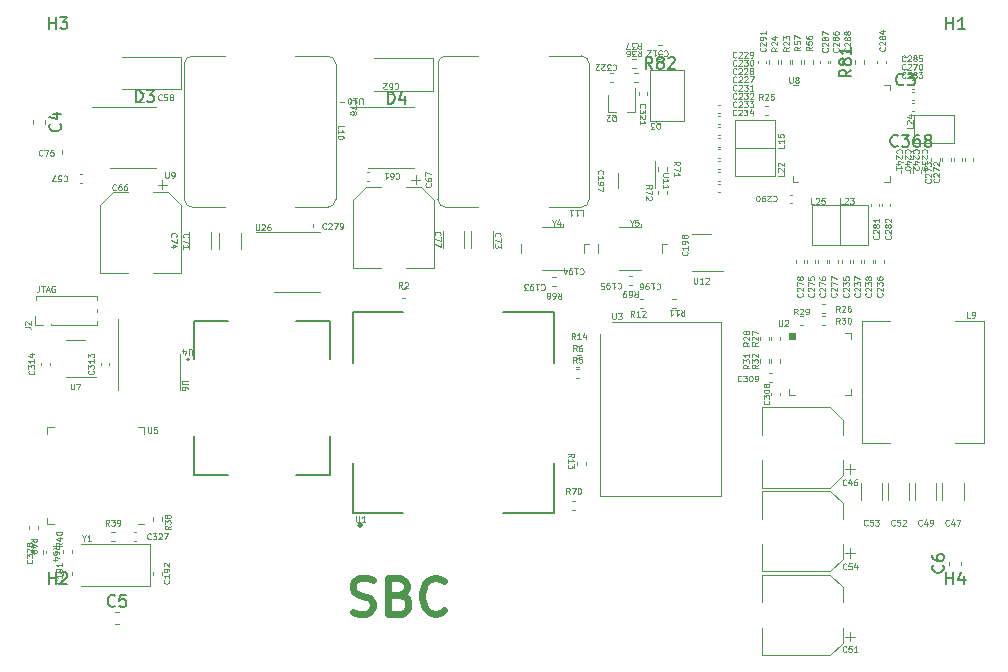
<source format=gbr>
%TF.GenerationSoftware,KiCad,Pcbnew,7.99.0-2419-g7f14b70ac3*%
%TF.CreationDate,2023-09-02T02:09:12+02:00*%
%TF.ProjectId,DQBSC,44514253-432e-46b6-9963-61645f706362,rev?*%
%TF.SameCoordinates,Original*%
%TF.FileFunction,Legend,Top*%
%TF.FilePolarity,Positive*%
%FSLAX46Y46*%
G04 Gerber Fmt 4.6, Leading zero omitted, Abs format (unit mm)*
G04 Created by KiCad (PCBNEW 7.99.0-2419-g7f14b70ac3) date 2023-09-02 02:09:12*
%MOMM*%
%LPD*%
G01*
G04 APERTURE LIST*
%ADD10C,0.100000*%
%ADD11C,0.600000*%
%ADD12C,0.150000*%
%ADD13C,0.120000*%
%ADD14C,0.127000*%
%ADD15C,0.200000*%
%ADD16C,0.240000*%
G04 APERTURE END LIST*
D10*
X59988174Y-100419623D02*
X59988174Y-100776766D01*
X59988174Y-100776766D02*
X59964365Y-100848194D01*
X59964365Y-100848194D02*
X59916746Y-100895814D01*
X59916746Y-100895814D02*
X59845317Y-100919623D01*
X59845317Y-100919623D02*
X59797698Y-100919623D01*
X60154841Y-100419623D02*
X60440555Y-100419623D01*
X60297698Y-100919623D02*
X60297698Y-100419623D01*
X60583412Y-100776766D02*
X60821507Y-100776766D01*
X60535793Y-100919623D02*
X60702459Y-100419623D01*
X60702459Y-100419623D02*
X60869126Y-100919623D01*
X61297697Y-100443433D02*
X61250078Y-100419623D01*
X61250078Y-100419623D02*
X61178649Y-100419623D01*
X61178649Y-100419623D02*
X61107221Y-100443433D01*
X61107221Y-100443433D02*
X61059602Y-100491052D01*
X61059602Y-100491052D02*
X61035792Y-100538671D01*
X61035792Y-100538671D02*
X61011983Y-100633909D01*
X61011983Y-100633909D02*
X61011983Y-100705337D01*
X61011983Y-100705337D02*
X61035792Y-100800575D01*
X61035792Y-100800575D02*
X61059602Y-100848194D01*
X61059602Y-100848194D02*
X61107221Y-100895814D01*
X61107221Y-100895814D02*
X61178649Y-100919623D01*
X61178649Y-100919623D02*
X61226268Y-100919623D01*
X61226268Y-100919623D02*
X61297697Y-100895814D01*
X61297697Y-100895814D02*
X61321506Y-100872004D01*
X61321506Y-100872004D02*
X61321506Y-100705337D01*
X61321506Y-100705337D02*
X61226268Y-100705337D01*
D11*
X86531645Y-128003814D02*
X86960217Y-128146671D01*
X86960217Y-128146671D02*
X87674502Y-128146671D01*
X87674502Y-128146671D02*
X87960217Y-128003814D01*
X87960217Y-128003814D02*
X88103074Y-127860956D01*
X88103074Y-127860956D02*
X88245931Y-127575242D01*
X88245931Y-127575242D02*
X88245931Y-127289528D01*
X88245931Y-127289528D02*
X88103074Y-127003814D01*
X88103074Y-127003814D02*
X87960217Y-126860956D01*
X87960217Y-126860956D02*
X87674502Y-126718099D01*
X87674502Y-126718099D02*
X87103074Y-126575242D01*
X87103074Y-126575242D02*
X86817359Y-126432385D01*
X86817359Y-126432385D02*
X86674502Y-126289528D01*
X86674502Y-126289528D02*
X86531645Y-126003814D01*
X86531645Y-126003814D02*
X86531645Y-125718099D01*
X86531645Y-125718099D02*
X86674502Y-125432385D01*
X86674502Y-125432385D02*
X86817359Y-125289528D01*
X86817359Y-125289528D02*
X87103074Y-125146671D01*
X87103074Y-125146671D02*
X87817359Y-125146671D01*
X87817359Y-125146671D02*
X88245931Y-125289528D01*
X90531645Y-126575242D02*
X90960217Y-126718099D01*
X90960217Y-126718099D02*
X91103074Y-126860956D01*
X91103074Y-126860956D02*
X91245931Y-127146671D01*
X91245931Y-127146671D02*
X91245931Y-127575242D01*
X91245931Y-127575242D02*
X91103074Y-127860956D01*
X91103074Y-127860956D02*
X90960217Y-128003814D01*
X90960217Y-128003814D02*
X90674502Y-128146671D01*
X90674502Y-128146671D02*
X89531645Y-128146671D01*
X89531645Y-128146671D02*
X89531645Y-125146671D01*
X89531645Y-125146671D02*
X90531645Y-125146671D01*
X90531645Y-125146671D02*
X90817360Y-125289528D01*
X90817360Y-125289528D02*
X90960217Y-125432385D01*
X90960217Y-125432385D02*
X91103074Y-125718099D01*
X91103074Y-125718099D02*
X91103074Y-126003814D01*
X91103074Y-126003814D02*
X90960217Y-126289528D01*
X90960217Y-126289528D02*
X90817360Y-126432385D01*
X90817360Y-126432385D02*
X90531645Y-126575242D01*
X90531645Y-126575242D02*
X89531645Y-126575242D01*
X94245931Y-127860956D02*
X94103074Y-128003814D01*
X94103074Y-128003814D02*
X93674502Y-128146671D01*
X93674502Y-128146671D02*
X93388788Y-128146671D01*
X93388788Y-128146671D02*
X92960217Y-128003814D01*
X92960217Y-128003814D02*
X92674502Y-127718099D01*
X92674502Y-127718099D02*
X92531645Y-127432385D01*
X92531645Y-127432385D02*
X92388788Y-126860956D01*
X92388788Y-126860956D02*
X92388788Y-126432385D01*
X92388788Y-126432385D02*
X92531645Y-125860956D01*
X92531645Y-125860956D02*
X92674502Y-125575242D01*
X92674502Y-125575242D02*
X92960217Y-125289528D01*
X92960217Y-125289528D02*
X93388788Y-125146671D01*
X93388788Y-125146671D02*
X93674502Y-125146671D01*
X93674502Y-125146671D02*
X94103074Y-125289528D01*
X94103074Y-125289528D02*
X94245931Y-125432385D01*
D10*
X59267352Y-122083599D02*
X59505447Y-121916933D01*
X59267352Y-121797885D02*
X59767352Y-121797885D01*
X59767352Y-121797885D02*
X59767352Y-121988361D01*
X59767352Y-121988361D02*
X59743542Y-122035980D01*
X59743542Y-122035980D02*
X59719733Y-122059790D01*
X59719733Y-122059790D02*
X59672114Y-122083599D01*
X59672114Y-122083599D02*
X59600685Y-122083599D01*
X59600685Y-122083599D02*
X59553066Y-122059790D01*
X59553066Y-122059790D02*
X59529257Y-122035980D01*
X59529257Y-122035980D02*
X59505447Y-121988361D01*
X59505447Y-121988361D02*
X59505447Y-121797885D01*
X59600685Y-122512171D02*
X59267352Y-122512171D01*
X59791162Y-122393123D02*
X59434019Y-122274076D01*
X59434019Y-122274076D02*
X59434019Y-122583599D01*
X59267352Y-122797885D02*
X59267352Y-122893123D01*
X59267352Y-122893123D02*
X59291162Y-122940742D01*
X59291162Y-122940742D02*
X59314971Y-122964551D01*
X59314971Y-122964551D02*
X59386400Y-123012170D01*
X59386400Y-123012170D02*
X59481638Y-123035980D01*
X59481638Y-123035980D02*
X59672114Y-123035980D01*
X59672114Y-123035980D02*
X59719733Y-123012170D01*
X59719733Y-123012170D02*
X59743542Y-122988361D01*
X59743542Y-122988361D02*
X59767352Y-122940742D01*
X59767352Y-122940742D02*
X59767352Y-122845504D01*
X59767352Y-122845504D02*
X59743542Y-122797885D01*
X59743542Y-122797885D02*
X59719733Y-122774075D01*
X59719733Y-122774075D02*
X59672114Y-122750266D01*
X59672114Y-122750266D02*
X59553066Y-122750266D01*
X59553066Y-122750266D02*
X59505447Y-122774075D01*
X59505447Y-122774075D02*
X59481638Y-122797885D01*
X59481638Y-122797885D02*
X59457828Y-122845504D01*
X59457828Y-122845504D02*
X59457828Y-122940742D01*
X59457828Y-122940742D02*
X59481638Y-122988361D01*
X59481638Y-122988361D02*
X59505447Y-123012170D01*
X59505447Y-123012170D02*
X59553066Y-123035980D01*
X58755390Y-103900280D02*
X59112533Y-103900280D01*
X59112533Y-103900280D02*
X59183961Y-103924089D01*
X59183961Y-103924089D02*
X59231581Y-103971708D01*
X59231581Y-103971708D02*
X59255390Y-104043137D01*
X59255390Y-104043137D02*
X59255390Y-104090756D01*
X58803009Y-103685994D02*
X58779200Y-103662185D01*
X58779200Y-103662185D02*
X58755390Y-103614566D01*
X58755390Y-103614566D02*
X58755390Y-103495518D01*
X58755390Y-103495518D02*
X58779200Y-103447899D01*
X58779200Y-103447899D02*
X58803009Y-103424090D01*
X58803009Y-103424090D02*
X58850628Y-103400280D01*
X58850628Y-103400280D02*
X58898247Y-103400280D01*
X58898247Y-103400280D02*
X58969676Y-103424090D01*
X58969676Y-103424090D02*
X59255390Y-103709804D01*
X59255390Y-103709804D02*
X59255390Y-103400280D01*
X104911571Y-118016109D02*
X104744905Y-117778014D01*
X104625857Y-118016109D02*
X104625857Y-117516109D01*
X104625857Y-117516109D02*
X104816333Y-117516109D01*
X104816333Y-117516109D02*
X104863952Y-117539919D01*
X104863952Y-117539919D02*
X104887762Y-117563728D01*
X104887762Y-117563728D02*
X104911571Y-117611347D01*
X104911571Y-117611347D02*
X104911571Y-117682776D01*
X104911571Y-117682776D02*
X104887762Y-117730395D01*
X104887762Y-117730395D02*
X104863952Y-117754204D01*
X104863952Y-117754204D02*
X104816333Y-117778014D01*
X104816333Y-117778014D02*
X104625857Y-117778014D01*
X105078238Y-117516109D02*
X105411571Y-117516109D01*
X105411571Y-117516109D02*
X105197286Y-118016109D01*
X105697285Y-117516109D02*
X105744904Y-117516109D01*
X105744904Y-117516109D02*
X105792523Y-117539919D01*
X105792523Y-117539919D02*
X105816333Y-117563728D01*
X105816333Y-117563728D02*
X105840142Y-117611347D01*
X105840142Y-117611347D02*
X105863952Y-117706585D01*
X105863952Y-117706585D02*
X105863952Y-117825633D01*
X105863952Y-117825633D02*
X105840142Y-117920871D01*
X105840142Y-117920871D02*
X105816333Y-117968490D01*
X105816333Y-117968490D02*
X105792523Y-117992300D01*
X105792523Y-117992300D02*
X105744904Y-118016109D01*
X105744904Y-118016109D02*
X105697285Y-118016109D01*
X105697285Y-118016109D02*
X105649666Y-117992300D01*
X105649666Y-117992300D02*
X105625857Y-117968490D01*
X105625857Y-117968490D02*
X105602047Y-117920871D01*
X105602047Y-117920871D02*
X105578238Y-117825633D01*
X105578238Y-117825633D02*
X105578238Y-117706585D01*
X105578238Y-117706585D02*
X105602047Y-117611347D01*
X105602047Y-117611347D02*
X105625857Y-117563728D01*
X105625857Y-117563728D02*
X105649666Y-117539919D01*
X105649666Y-117539919D02*
X105697285Y-117516109D01*
X72549890Y-108431447D02*
X72145128Y-108431447D01*
X72145128Y-108431447D02*
X72097509Y-108455257D01*
X72097509Y-108455257D02*
X72073700Y-108479066D01*
X72073700Y-108479066D02*
X72049890Y-108526685D01*
X72049890Y-108526685D02*
X72049890Y-108621923D01*
X72049890Y-108621923D02*
X72073700Y-108669542D01*
X72073700Y-108669542D02*
X72097509Y-108693352D01*
X72097509Y-108693352D02*
X72145128Y-108717161D01*
X72145128Y-108717161D02*
X72549890Y-108717161D01*
X72549890Y-109169543D02*
X72549890Y-109074305D01*
X72549890Y-109074305D02*
X72526080Y-109026686D01*
X72526080Y-109026686D02*
X72502271Y-109002876D01*
X72502271Y-109002876D02*
X72430842Y-108955257D01*
X72430842Y-108955257D02*
X72335604Y-108931448D01*
X72335604Y-108931448D02*
X72145128Y-108931448D01*
X72145128Y-108931448D02*
X72097509Y-108955257D01*
X72097509Y-108955257D02*
X72073700Y-108979067D01*
X72073700Y-108979067D02*
X72049890Y-109026686D01*
X72049890Y-109026686D02*
X72049890Y-109121924D01*
X72049890Y-109121924D02*
X72073700Y-109169543D01*
X72073700Y-109169543D02*
X72097509Y-109193352D01*
X72097509Y-109193352D02*
X72145128Y-109217162D01*
X72145128Y-109217162D02*
X72264176Y-109217162D01*
X72264176Y-109217162D02*
X72311795Y-109193352D01*
X72311795Y-109193352D02*
X72335604Y-109169543D01*
X72335604Y-109169543D02*
X72359414Y-109121924D01*
X72359414Y-109121924D02*
X72359414Y-109026686D01*
X72359414Y-109026686D02*
X72335604Y-108979067D01*
X72335604Y-108979067D02*
X72311795Y-108955257D01*
X72311795Y-108955257D02*
X72264176Y-108931448D01*
X115425652Y-99714509D02*
X115425652Y-100119271D01*
X115425652Y-100119271D02*
X115449462Y-100166890D01*
X115449462Y-100166890D02*
X115473271Y-100190700D01*
X115473271Y-100190700D02*
X115520890Y-100214509D01*
X115520890Y-100214509D02*
X115616128Y-100214509D01*
X115616128Y-100214509D02*
X115663747Y-100190700D01*
X115663747Y-100190700D02*
X115687557Y-100166890D01*
X115687557Y-100166890D02*
X115711366Y-100119271D01*
X115711366Y-100119271D02*
X115711366Y-99714509D01*
X116211367Y-100214509D02*
X115925653Y-100214509D01*
X116068510Y-100214509D02*
X116068510Y-99714509D01*
X116068510Y-99714509D02*
X116020891Y-99785938D01*
X116020891Y-99785938D02*
X115973272Y-99833557D01*
X115973272Y-99833557D02*
X115925653Y-99857366D01*
X116401843Y-99762128D02*
X116425652Y-99738319D01*
X116425652Y-99738319D02*
X116473271Y-99714509D01*
X116473271Y-99714509D02*
X116592319Y-99714509D01*
X116592319Y-99714509D02*
X116639938Y-99738319D01*
X116639938Y-99738319D02*
X116663747Y-99762128D01*
X116663747Y-99762128D02*
X116687557Y-99809747D01*
X116687557Y-99809747D02*
X116687557Y-99857366D01*
X116687557Y-99857366D02*
X116663747Y-99928795D01*
X116663747Y-99928795D02*
X116378033Y-100214509D01*
X116378033Y-100214509D02*
X116687557Y-100214509D01*
X121771952Y-110129551D02*
X121795762Y-110153360D01*
X121795762Y-110153360D02*
X121819571Y-110224789D01*
X121819571Y-110224789D02*
X121819571Y-110272408D01*
X121819571Y-110272408D02*
X121795762Y-110343836D01*
X121795762Y-110343836D02*
X121748142Y-110391455D01*
X121748142Y-110391455D02*
X121700523Y-110415265D01*
X121700523Y-110415265D02*
X121605285Y-110439074D01*
X121605285Y-110439074D02*
X121533857Y-110439074D01*
X121533857Y-110439074D02*
X121438619Y-110415265D01*
X121438619Y-110415265D02*
X121391000Y-110391455D01*
X121391000Y-110391455D02*
X121343381Y-110343836D01*
X121343381Y-110343836D02*
X121319571Y-110272408D01*
X121319571Y-110272408D02*
X121319571Y-110224789D01*
X121319571Y-110224789D02*
X121343381Y-110153360D01*
X121343381Y-110153360D02*
X121367190Y-110129551D01*
X121319571Y-109962884D02*
X121319571Y-109653360D01*
X121319571Y-109653360D02*
X121510047Y-109820027D01*
X121510047Y-109820027D02*
X121510047Y-109748598D01*
X121510047Y-109748598D02*
X121533857Y-109700979D01*
X121533857Y-109700979D02*
X121557666Y-109677170D01*
X121557666Y-109677170D02*
X121605285Y-109653360D01*
X121605285Y-109653360D02*
X121724333Y-109653360D01*
X121724333Y-109653360D02*
X121771952Y-109677170D01*
X121771952Y-109677170D02*
X121795762Y-109700979D01*
X121795762Y-109700979D02*
X121819571Y-109748598D01*
X121819571Y-109748598D02*
X121819571Y-109891455D01*
X121819571Y-109891455D02*
X121795762Y-109939074D01*
X121795762Y-109939074D02*
X121771952Y-109962884D01*
X121319571Y-109343837D02*
X121319571Y-109296218D01*
X121319571Y-109296218D02*
X121343381Y-109248599D01*
X121343381Y-109248599D02*
X121367190Y-109224789D01*
X121367190Y-109224789D02*
X121414809Y-109200980D01*
X121414809Y-109200980D02*
X121510047Y-109177170D01*
X121510047Y-109177170D02*
X121629095Y-109177170D01*
X121629095Y-109177170D02*
X121724333Y-109200980D01*
X121724333Y-109200980D02*
X121771952Y-109224789D01*
X121771952Y-109224789D02*
X121795762Y-109248599D01*
X121795762Y-109248599D02*
X121819571Y-109296218D01*
X121819571Y-109296218D02*
X121819571Y-109343837D01*
X121819571Y-109343837D02*
X121795762Y-109391456D01*
X121795762Y-109391456D02*
X121771952Y-109415265D01*
X121771952Y-109415265D02*
X121724333Y-109439075D01*
X121724333Y-109439075D02*
X121629095Y-109462884D01*
X121629095Y-109462884D02*
X121510047Y-109462884D01*
X121510047Y-109462884D02*
X121414809Y-109439075D01*
X121414809Y-109439075D02*
X121367190Y-109415265D01*
X121367190Y-109415265D02*
X121343381Y-109391456D01*
X121343381Y-109391456D02*
X121319571Y-109343837D01*
X121533857Y-108891456D02*
X121510047Y-108939075D01*
X121510047Y-108939075D02*
X121486238Y-108962885D01*
X121486238Y-108962885D02*
X121438619Y-108986694D01*
X121438619Y-108986694D02*
X121414809Y-108986694D01*
X121414809Y-108986694D02*
X121367190Y-108962885D01*
X121367190Y-108962885D02*
X121343381Y-108939075D01*
X121343381Y-108939075D02*
X121319571Y-108891456D01*
X121319571Y-108891456D02*
X121319571Y-108796218D01*
X121319571Y-108796218D02*
X121343381Y-108748599D01*
X121343381Y-108748599D02*
X121367190Y-108724790D01*
X121367190Y-108724790D02*
X121414809Y-108700980D01*
X121414809Y-108700980D02*
X121438619Y-108700980D01*
X121438619Y-108700980D02*
X121486238Y-108724790D01*
X121486238Y-108724790D02*
X121510047Y-108748599D01*
X121510047Y-108748599D02*
X121533857Y-108796218D01*
X121533857Y-108796218D02*
X121533857Y-108891456D01*
X121533857Y-108891456D02*
X121557666Y-108939075D01*
X121557666Y-108939075D02*
X121581476Y-108962885D01*
X121581476Y-108962885D02*
X121629095Y-108986694D01*
X121629095Y-108986694D02*
X121724333Y-108986694D01*
X121724333Y-108986694D02*
X121771952Y-108962885D01*
X121771952Y-108962885D02*
X121795762Y-108939075D01*
X121795762Y-108939075D02*
X121819571Y-108891456D01*
X121819571Y-108891456D02*
X121819571Y-108796218D01*
X121819571Y-108796218D02*
X121795762Y-108748599D01*
X121795762Y-108748599D02*
X121771952Y-108724790D01*
X121771952Y-108724790D02*
X121724333Y-108700980D01*
X121724333Y-108700980D02*
X121629095Y-108700980D01*
X121629095Y-108700980D02*
X121581476Y-108724790D01*
X121581476Y-108724790D02*
X121557666Y-108748599D01*
X121557666Y-108748599D02*
X121533857Y-108796218D01*
X122124523Y-92799409D02*
X122148332Y-92775600D01*
X122148332Y-92775600D02*
X122219761Y-92751790D01*
X122219761Y-92751790D02*
X122267380Y-92751790D01*
X122267380Y-92751790D02*
X122338808Y-92775600D01*
X122338808Y-92775600D02*
X122386427Y-92823219D01*
X122386427Y-92823219D02*
X122410237Y-92870838D01*
X122410237Y-92870838D02*
X122434046Y-92966076D01*
X122434046Y-92966076D02*
X122434046Y-93037504D01*
X122434046Y-93037504D02*
X122410237Y-93132742D01*
X122410237Y-93132742D02*
X122386427Y-93180361D01*
X122386427Y-93180361D02*
X122338808Y-93227980D01*
X122338808Y-93227980D02*
X122267380Y-93251790D01*
X122267380Y-93251790D02*
X122219761Y-93251790D01*
X122219761Y-93251790D02*
X122148332Y-93227980D01*
X122148332Y-93227980D02*
X122124523Y-93204171D01*
X121934046Y-93204171D02*
X121910237Y-93227980D01*
X121910237Y-93227980D02*
X121862618Y-93251790D01*
X121862618Y-93251790D02*
X121743570Y-93251790D01*
X121743570Y-93251790D02*
X121695951Y-93227980D01*
X121695951Y-93227980D02*
X121672142Y-93204171D01*
X121672142Y-93204171D02*
X121648332Y-93156552D01*
X121648332Y-93156552D02*
X121648332Y-93108933D01*
X121648332Y-93108933D02*
X121672142Y-93037504D01*
X121672142Y-93037504D02*
X121957856Y-92751790D01*
X121957856Y-92751790D02*
X121648332Y-92751790D01*
X121410237Y-92751790D02*
X121314999Y-92751790D01*
X121314999Y-92751790D02*
X121267380Y-92775600D01*
X121267380Y-92775600D02*
X121243571Y-92799409D01*
X121243571Y-92799409D02*
X121195952Y-92870838D01*
X121195952Y-92870838D02*
X121172142Y-92966076D01*
X121172142Y-92966076D02*
X121172142Y-93156552D01*
X121172142Y-93156552D02*
X121195952Y-93204171D01*
X121195952Y-93204171D02*
X121219761Y-93227980D01*
X121219761Y-93227980D02*
X121267380Y-93251790D01*
X121267380Y-93251790D02*
X121362618Y-93251790D01*
X121362618Y-93251790D02*
X121410237Y-93227980D01*
X121410237Y-93227980D02*
X121434047Y-93204171D01*
X121434047Y-93204171D02*
X121457856Y-93156552D01*
X121457856Y-93156552D02*
X121457856Y-93037504D01*
X121457856Y-93037504D02*
X121434047Y-92989885D01*
X121434047Y-92989885D02*
X121410237Y-92966076D01*
X121410237Y-92966076D02*
X121362618Y-92942266D01*
X121362618Y-92942266D02*
X121267380Y-92942266D01*
X121267380Y-92942266D02*
X121219761Y-92966076D01*
X121219761Y-92966076D02*
X121195952Y-92989885D01*
X121195952Y-92989885D02*
X121172142Y-93037504D01*
X120862619Y-93251790D02*
X120815000Y-93251790D01*
X120815000Y-93251790D02*
X120767381Y-93227980D01*
X120767381Y-93227980D02*
X120743571Y-93204171D01*
X120743571Y-93204171D02*
X120719762Y-93156552D01*
X120719762Y-93156552D02*
X120695952Y-93061314D01*
X120695952Y-93061314D02*
X120695952Y-92942266D01*
X120695952Y-92942266D02*
X120719762Y-92847028D01*
X120719762Y-92847028D02*
X120743571Y-92799409D01*
X120743571Y-92799409D02*
X120767381Y-92775600D01*
X120767381Y-92775600D02*
X120815000Y-92751790D01*
X120815000Y-92751790D02*
X120862619Y-92751790D01*
X120862619Y-92751790D02*
X120910238Y-92775600D01*
X120910238Y-92775600D02*
X120934047Y-92799409D01*
X120934047Y-92799409D02*
X120957857Y-92847028D01*
X120957857Y-92847028D02*
X120981666Y-92942266D01*
X120981666Y-92942266D02*
X120981666Y-93061314D01*
X120981666Y-93061314D02*
X120957857Y-93156552D01*
X120957857Y-93156552D02*
X120934047Y-93204171D01*
X120934047Y-93204171D02*
X120910238Y-93227980D01*
X120910238Y-93227980D02*
X120862619Y-93251790D01*
X120819571Y-105166456D02*
X120581476Y-105333122D01*
X120819571Y-105452170D02*
X120319571Y-105452170D01*
X120319571Y-105452170D02*
X120319571Y-105261694D01*
X120319571Y-105261694D02*
X120343381Y-105214075D01*
X120343381Y-105214075D02*
X120367190Y-105190265D01*
X120367190Y-105190265D02*
X120414809Y-105166456D01*
X120414809Y-105166456D02*
X120486238Y-105166456D01*
X120486238Y-105166456D02*
X120533857Y-105190265D01*
X120533857Y-105190265D02*
X120557666Y-105214075D01*
X120557666Y-105214075D02*
X120581476Y-105261694D01*
X120581476Y-105261694D02*
X120581476Y-105452170D01*
X120367190Y-104975979D02*
X120343381Y-104952170D01*
X120343381Y-104952170D02*
X120319571Y-104904551D01*
X120319571Y-104904551D02*
X120319571Y-104785503D01*
X120319571Y-104785503D02*
X120343381Y-104737884D01*
X120343381Y-104737884D02*
X120367190Y-104714075D01*
X120367190Y-104714075D02*
X120414809Y-104690265D01*
X120414809Y-104690265D02*
X120462428Y-104690265D01*
X120462428Y-104690265D02*
X120533857Y-104714075D01*
X120533857Y-104714075D02*
X120819571Y-104999789D01*
X120819571Y-104999789D02*
X120819571Y-104690265D01*
X120319571Y-104523599D02*
X120319571Y-104190266D01*
X120319571Y-104190266D02*
X120819571Y-104404551D01*
X61871952Y-125294551D02*
X61895762Y-125318360D01*
X61895762Y-125318360D02*
X61919571Y-125389789D01*
X61919571Y-125389789D02*
X61919571Y-125437408D01*
X61919571Y-125437408D02*
X61895762Y-125508836D01*
X61895762Y-125508836D02*
X61848142Y-125556455D01*
X61848142Y-125556455D02*
X61800523Y-125580265D01*
X61800523Y-125580265D02*
X61705285Y-125604074D01*
X61705285Y-125604074D02*
X61633857Y-125604074D01*
X61633857Y-125604074D02*
X61538619Y-125580265D01*
X61538619Y-125580265D02*
X61491000Y-125556455D01*
X61491000Y-125556455D02*
X61443381Y-125508836D01*
X61443381Y-125508836D02*
X61419571Y-125437408D01*
X61419571Y-125437408D02*
X61419571Y-125389789D01*
X61419571Y-125389789D02*
X61443381Y-125318360D01*
X61443381Y-125318360D02*
X61467190Y-125294551D01*
X61919571Y-124818360D02*
X61919571Y-125104074D01*
X61919571Y-124961217D02*
X61419571Y-124961217D01*
X61419571Y-124961217D02*
X61491000Y-125008836D01*
X61491000Y-125008836D02*
X61538619Y-125056455D01*
X61538619Y-125056455D02*
X61562428Y-125104074D01*
X61919571Y-124580265D02*
X61919571Y-124485027D01*
X61919571Y-124485027D02*
X61895762Y-124437408D01*
X61895762Y-124437408D02*
X61871952Y-124413599D01*
X61871952Y-124413599D02*
X61800523Y-124365980D01*
X61800523Y-124365980D02*
X61705285Y-124342170D01*
X61705285Y-124342170D02*
X61514809Y-124342170D01*
X61514809Y-124342170D02*
X61467190Y-124365980D01*
X61467190Y-124365980D02*
X61443381Y-124389789D01*
X61443381Y-124389789D02*
X61419571Y-124437408D01*
X61419571Y-124437408D02*
X61419571Y-124532646D01*
X61419571Y-124532646D02*
X61443381Y-124580265D01*
X61443381Y-124580265D02*
X61467190Y-124604075D01*
X61467190Y-124604075D02*
X61514809Y-124627884D01*
X61514809Y-124627884D02*
X61633857Y-124627884D01*
X61633857Y-124627884D02*
X61681476Y-124604075D01*
X61681476Y-124604075D02*
X61705285Y-124580265D01*
X61705285Y-124580265D02*
X61729095Y-124532646D01*
X61729095Y-124532646D02*
X61729095Y-124437408D01*
X61729095Y-124437408D02*
X61705285Y-124389789D01*
X61705285Y-124389789D02*
X61681476Y-124365980D01*
X61681476Y-124365980D02*
X61633857Y-124342170D01*
X61919571Y-123865980D02*
X61919571Y-124151694D01*
X61919571Y-124008837D02*
X61419571Y-124008837D01*
X61419571Y-124008837D02*
X61491000Y-124056456D01*
X61491000Y-124056456D02*
X61538619Y-124104075D01*
X61538619Y-124104075D02*
X61562428Y-124151694D01*
X105802409Y-93985904D02*
X106040504Y-93985904D01*
X106040504Y-93985904D02*
X106040504Y-94485904D01*
X105373837Y-93985904D02*
X105659551Y-93985904D01*
X105516694Y-93985904D02*
X105516694Y-94485904D01*
X105516694Y-94485904D02*
X105564313Y-94414475D01*
X105564313Y-94414475D02*
X105611932Y-94366856D01*
X105611932Y-94366856D02*
X105659551Y-94343047D01*
X104897647Y-93985904D02*
X105183361Y-93985904D01*
X105040504Y-93985904D02*
X105040504Y-94485904D01*
X105040504Y-94485904D02*
X105088123Y-94414475D01*
X105088123Y-94414475D02*
X105135742Y-94366856D01*
X105135742Y-94366856D02*
X105183361Y-94343047D01*
X119005957Y-85923504D02*
X118982148Y-85947314D01*
X118982148Y-85947314D02*
X118910719Y-85971123D01*
X118910719Y-85971123D02*
X118863100Y-85971123D01*
X118863100Y-85971123D02*
X118791672Y-85947314D01*
X118791672Y-85947314D02*
X118744053Y-85899694D01*
X118744053Y-85899694D02*
X118720243Y-85852075D01*
X118720243Y-85852075D02*
X118696434Y-85756837D01*
X118696434Y-85756837D02*
X118696434Y-85685409D01*
X118696434Y-85685409D02*
X118720243Y-85590171D01*
X118720243Y-85590171D02*
X118744053Y-85542552D01*
X118744053Y-85542552D02*
X118791672Y-85494933D01*
X118791672Y-85494933D02*
X118863100Y-85471123D01*
X118863100Y-85471123D02*
X118910719Y-85471123D01*
X118910719Y-85471123D02*
X118982148Y-85494933D01*
X118982148Y-85494933D02*
X119005957Y-85518742D01*
X119196434Y-85518742D02*
X119220243Y-85494933D01*
X119220243Y-85494933D02*
X119267862Y-85471123D01*
X119267862Y-85471123D02*
X119386910Y-85471123D01*
X119386910Y-85471123D02*
X119434529Y-85494933D01*
X119434529Y-85494933D02*
X119458338Y-85518742D01*
X119458338Y-85518742D02*
X119482148Y-85566361D01*
X119482148Y-85566361D02*
X119482148Y-85613980D01*
X119482148Y-85613980D02*
X119458338Y-85685409D01*
X119458338Y-85685409D02*
X119172624Y-85971123D01*
X119172624Y-85971123D02*
X119482148Y-85971123D01*
X119648814Y-85471123D02*
X119958338Y-85471123D01*
X119958338Y-85471123D02*
X119791671Y-85661599D01*
X119791671Y-85661599D02*
X119863100Y-85661599D01*
X119863100Y-85661599D02*
X119910719Y-85685409D01*
X119910719Y-85685409D02*
X119934528Y-85709218D01*
X119934528Y-85709218D02*
X119958338Y-85756837D01*
X119958338Y-85756837D02*
X119958338Y-85875885D01*
X119958338Y-85875885D02*
X119934528Y-85923504D01*
X119934528Y-85923504D02*
X119910719Y-85947314D01*
X119910719Y-85947314D02*
X119863100Y-85971123D01*
X119863100Y-85971123D02*
X119720243Y-85971123D01*
X119720243Y-85971123D02*
X119672624Y-85947314D01*
X119672624Y-85947314D02*
X119648814Y-85923504D01*
X120386909Y-85637790D02*
X120386909Y-85971123D01*
X120267861Y-85447314D02*
X120148814Y-85804456D01*
X120148814Y-85804456D02*
X120458337Y-85804456D01*
X59371952Y-123594551D02*
X59395762Y-123618360D01*
X59395762Y-123618360D02*
X59419571Y-123689789D01*
X59419571Y-123689789D02*
X59419571Y-123737408D01*
X59419571Y-123737408D02*
X59395762Y-123808836D01*
X59395762Y-123808836D02*
X59348142Y-123856455D01*
X59348142Y-123856455D02*
X59300523Y-123880265D01*
X59300523Y-123880265D02*
X59205285Y-123904074D01*
X59205285Y-123904074D02*
X59133857Y-123904074D01*
X59133857Y-123904074D02*
X59038619Y-123880265D01*
X59038619Y-123880265D02*
X58991000Y-123856455D01*
X58991000Y-123856455D02*
X58943381Y-123808836D01*
X58943381Y-123808836D02*
X58919571Y-123737408D01*
X58919571Y-123737408D02*
X58919571Y-123689789D01*
X58919571Y-123689789D02*
X58943381Y-123618360D01*
X58943381Y-123618360D02*
X58967190Y-123594551D01*
X58919571Y-123427884D02*
X58919571Y-123118360D01*
X58919571Y-123118360D02*
X59110047Y-123285027D01*
X59110047Y-123285027D02*
X59110047Y-123213598D01*
X59110047Y-123213598D02*
X59133857Y-123165979D01*
X59133857Y-123165979D02*
X59157666Y-123142170D01*
X59157666Y-123142170D02*
X59205285Y-123118360D01*
X59205285Y-123118360D02*
X59324333Y-123118360D01*
X59324333Y-123118360D02*
X59371952Y-123142170D01*
X59371952Y-123142170D02*
X59395762Y-123165979D01*
X59395762Y-123165979D02*
X59419571Y-123213598D01*
X59419571Y-123213598D02*
X59419571Y-123356455D01*
X59419571Y-123356455D02*
X59395762Y-123404074D01*
X59395762Y-123404074D02*
X59371952Y-123427884D01*
X58967190Y-122927884D02*
X58943381Y-122904075D01*
X58943381Y-122904075D02*
X58919571Y-122856456D01*
X58919571Y-122856456D02*
X58919571Y-122737408D01*
X58919571Y-122737408D02*
X58943381Y-122689789D01*
X58943381Y-122689789D02*
X58967190Y-122665980D01*
X58967190Y-122665980D02*
X59014809Y-122642170D01*
X59014809Y-122642170D02*
X59062428Y-122642170D01*
X59062428Y-122642170D02*
X59133857Y-122665980D01*
X59133857Y-122665980D02*
X59419571Y-122951694D01*
X59419571Y-122951694D02*
X59419571Y-122642170D01*
X59133857Y-122356456D02*
X59110047Y-122404075D01*
X59110047Y-122404075D02*
X59086238Y-122427885D01*
X59086238Y-122427885D02*
X59038619Y-122451694D01*
X59038619Y-122451694D02*
X59014809Y-122451694D01*
X59014809Y-122451694D02*
X58967190Y-122427885D01*
X58967190Y-122427885D02*
X58943381Y-122404075D01*
X58943381Y-122404075D02*
X58919571Y-122356456D01*
X58919571Y-122356456D02*
X58919571Y-122261218D01*
X58919571Y-122261218D02*
X58943381Y-122213599D01*
X58943381Y-122213599D02*
X58967190Y-122189790D01*
X58967190Y-122189790D02*
X59014809Y-122165980D01*
X59014809Y-122165980D02*
X59038619Y-122165980D01*
X59038619Y-122165980D02*
X59086238Y-122189790D01*
X59086238Y-122189790D02*
X59110047Y-122213599D01*
X59110047Y-122213599D02*
X59133857Y-122261218D01*
X59133857Y-122261218D02*
X59133857Y-122356456D01*
X59133857Y-122356456D02*
X59157666Y-122404075D01*
X59157666Y-122404075D02*
X59181476Y-122427885D01*
X59181476Y-122427885D02*
X59229095Y-122451694D01*
X59229095Y-122451694D02*
X59324333Y-122451694D01*
X59324333Y-122451694D02*
X59371952Y-122427885D01*
X59371952Y-122427885D02*
X59395762Y-122404075D01*
X59395762Y-122404075D02*
X59419571Y-122356456D01*
X59419571Y-122356456D02*
X59419571Y-122261218D01*
X59419571Y-122261218D02*
X59395762Y-122213599D01*
X59395762Y-122213599D02*
X59371952Y-122189790D01*
X59371952Y-122189790D02*
X59324333Y-122165980D01*
X59324333Y-122165980D02*
X59229095Y-122165980D01*
X59229095Y-122165980D02*
X59181476Y-122189790D01*
X59181476Y-122189790D02*
X59157666Y-122213599D01*
X59157666Y-122213599D02*
X59133857Y-122261218D01*
X129451952Y-101037051D02*
X129475762Y-101060860D01*
X129475762Y-101060860D02*
X129499571Y-101132289D01*
X129499571Y-101132289D02*
X129499571Y-101179908D01*
X129499571Y-101179908D02*
X129475762Y-101251336D01*
X129475762Y-101251336D02*
X129428142Y-101298955D01*
X129428142Y-101298955D02*
X129380523Y-101322765D01*
X129380523Y-101322765D02*
X129285285Y-101346574D01*
X129285285Y-101346574D02*
X129213857Y-101346574D01*
X129213857Y-101346574D02*
X129118619Y-101322765D01*
X129118619Y-101322765D02*
X129071000Y-101298955D01*
X129071000Y-101298955D02*
X129023381Y-101251336D01*
X129023381Y-101251336D02*
X128999571Y-101179908D01*
X128999571Y-101179908D02*
X128999571Y-101132289D01*
X128999571Y-101132289D02*
X129023381Y-101060860D01*
X129023381Y-101060860D02*
X129047190Y-101037051D01*
X129047190Y-100846574D02*
X129023381Y-100822765D01*
X129023381Y-100822765D02*
X128999571Y-100775146D01*
X128999571Y-100775146D02*
X128999571Y-100656098D01*
X128999571Y-100656098D02*
X129023381Y-100608479D01*
X129023381Y-100608479D02*
X129047190Y-100584670D01*
X129047190Y-100584670D02*
X129094809Y-100560860D01*
X129094809Y-100560860D02*
X129142428Y-100560860D01*
X129142428Y-100560860D02*
X129213857Y-100584670D01*
X129213857Y-100584670D02*
X129499571Y-100870384D01*
X129499571Y-100870384D02*
X129499571Y-100560860D01*
X128999571Y-100394194D02*
X128999571Y-100084670D01*
X128999571Y-100084670D02*
X129190047Y-100251337D01*
X129190047Y-100251337D02*
X129190047Y-100179908D01*
X129190047Y-100179908D02*
X129213857Y-100132289D01*
X129213857Y-100132289D02*
X129237666Y-100108480D01*
X129237666Y-100108480D02*
X129285285Y-100084670D01*
X129285285Y-100084670D02*
X129404333Y-100084670D01*
X129404333Y-100084670D02*
X129451952Y-100108480D01*
X129451952Y-100108480D02*
X129475762Y-100132289D01*
X129475762Y-100132289D02*
X129499571Y-100179908D01*
X129499571Y-100179908D02*
X129499571Y-100322765D01*
X129499571Y-100322765D02*
X129475762Y-100370384D01*
X129475762Y-100370384D02*
X129451952Y-100394194D01*
X128999571Y-99918004D02*
X128999571Y-99584671D01*
X128999571Y-99584671D02*
X129499571Y-99798956D01*
X61919571Y-122156456D02*
X61681476Y-122323122D01*
X61919571Y-122442170D02*
X61419571Y-122442170D01*
X61419571Y-122442170D02*
X61419571Y-122251694D01*
X61419571Y-122251694D02*
X61443381Y-122204075D01*
X61443381Y-122204075D02*
X61467190Y-122180265D01*
X61467190Y-122180265D02*
X61514809Y-122156456D01*
X61514809Y-122156456D02*
X61586238Y-122156456D01*
X61586238Y-122156456D02*
X61633857Y-122180265D01*
X61633857Y-122180265D02*
X61657666Y-122204075D01*
X61657666Y-122204075D02*
X61681476Y-122251694D01*
X61681476Y-122251694D02*
X61681476Y-122442170D01*
X61586238Y-121727884D02*
X61919571Y-121727884D01*
X61395762Y-121846932D02*
X61752904Y-121965979D01*
X61752904Y-121965979D02*
X61752904Y-121656456D01*
X61419571Y-121370742D02*
X61419571Y-121323123D01*
X61419571Y-121323123D02*
X61443381Y-121275504D01*
X61443381Y-121275504D02*
X61467190Y-121251694D01*
X61467190Y-121251694D02*
X61514809Y-121227885D01*
X61514809Y-121227885D02*
X61610047Y-121204075D01*
X61610047Y-121204075D02*
X61729095Y-121204075D01*
X61729095Y-121204075D02*
X61824333Y-121227885D01*
X61824333Y-121227885D02*
X61871952Y-121251694D01*
X61871952Y-121251694D02*
X61895762Y-121275504D01*
X61895762Y-121275504D02*
X61919571Y-121323123D01*
X61919571Y-121323123D02*
X61919571Y-121370742D01*
X61919571Y-121370742D02*
X61895762Y-121418361D01*
X61895762Y-121418361D02*
X61871952Y-121442170D01*
X61871952Y-121442170D02*
X61824333Y-121465980D01*
X61824333Y-121465980D02*
X61729095Y-121489789D01*
X61729095Y-121489789D02*
X61610047Y-121489789D01*
X61610047Y-121489789D02*
X61514809Y-121465980D01*
X61514809Y-121465980D02*
X61467190Y-121442170D01*
X61467190Y-121442170D02*
X61443381Y-121418361D01*
X61443381Y-121418361D02*
X61419571Y-121370742D01*
X110864509Y-85303476D02*
X110840700Y-85279667D01*
X110840700Y-85279667D02*
X110816890Y-85208238D01*
X110816890Y-85208238D02*
X110816890Y-85160619D01*
X110816890Y-85160619D02*
X110840700Y-85089191D01*
X110840700Y-85089191D02*
X110888319Y-85041572D01*
X110888319Y-85041572D02*
X110935938Y-85017762D01*
X110935938Y-85017762D02*
X111031176Y-84993953D01*
X111031176Y-84993953D02*
X111102604Y-84993953D01*
X111102604Y-84993953D02*
X111197842Y-85017762D01*
X111197842Y-85017762D02*
X111245461Y-85041572D01*
X111245461Y-85041572D02*
X111293080Y-85089191D01*
X111293080Y-85089191D02*
X111316890Y-85160619D01*
X111316890Y-85160619D02*
X111316890Y-85208238D01*
X111316890Y-85208238D02*
X111293080Y-85279667D01*
X111293080Y-85279667D02*
X111269271Y-85303476D01*
X111316890Y-85470143D02*
X111316890Y-85779667D01*
X111316890Y-85779667D02*
X111126414Y-85613000D01*
X111126414Y-85613000D02*
X111126414Y-85684429D01*
X111126414Y-85684429D02*
X111102604Y-85732048D01*
X111102604Y-85732048D02*
X111078795Y-85755857D01*
X111078795Y-85755857D02*
X111031176Y-85779667D01*
X111031176Y-85779667D02*
X110912128Y-85779667D01*
X110912128Y-85779667D02*
X110864509Y-85755857D01*
X110864509Y-85755857D02*
X110840700Y-85732048D01*
X110840700Y-85732048D02*
X110816890Y-85684429D01*
X110816890Y-85684429D02*
X110816890Y-85541572D01*
X110816890Y-85541572D02*
X110840700Y-85493953D01*
X110840700Y-85493953D02*
X110864509Y-85470143D01*
X111269271Y-85970143D02*
X111293080Y-85993952D01*
X111293080Y-85993952D02*
X111316890Y-86041571D01*
X111316890Y-86041571D02*
X111316890Y-86160619D01*
X111316890Y-86160619D02*
X111293080Y-86208238D01*
X111293080Y-86208238D02*
X111269271Y-86232047D01*
X111269271Y-86232047D02*
X111221652Y-86255857D01*
X111221652Y-86255857D02*
X111174033Y-86255857D01*
X111174033Y-86255857D02*
X111102604Y-86232047D01*
X111102604Y-86232047D02*
X110816890Y-85946333D01*
X110816890Y-85946333D02*
X110816890Y-86255857D01*
X110816890Y-86732047D02*
X110816890Y-86446333D01*
X110816890Y-86589190D02*
X111316890Y-86589190D01*
X111316890Y-86589190D02*
X111245461Y-86541571D01*
X111245461Y-86541571D02*
X111197842Y-86493952D01*
X111197842Y-86493952D02*
X111174033Y-86446333D01*
D12*
X128743281Y-82102885D02*
X128267090Y-82436218D01*
X128743281Y-82674313D02*
X127743281Y-82674313D01*
X127743281Y-82674313D02*
X127743281Y-82293361D01*
X127743281Y-82293361D02*
X127790900Y-82198123D01*
X127790900Y-82198123D02*
X127838519Y-82150504D01*
X127838519Y-82150504D02*
X127933757Y-82102885D01*
X127933757Y-82102885D02*
X128076614Y-82102885D01*
X128076614Y-82102885D02*
X128171852Y-82150504D01*
X128171852Y-82150504D02*
X128219471Y-82198123D01*
X128219471Y-82198123D02*
X128267090Y-82293361D01*
X128267090Y-82293361D02*
X128267090Y-82674313D01*
X128171852Y-81531456D02*
X128124233Y-81626694D01*
X128124233Y-81626694D02*
X128076614Y-81674313D01*
X128076614Y-81674313D02*
X127981376Y-81721932D01*
X127981376Y-81721932D02*
X127933757Y-81721932D01*
X127933757Y-81721932D02*
X127838519Y-81674313D01*
X127838519Y-81674313D02*
X127790900Y-81626694D01*
X127790900Y-81626694D02*
X127743281Y-81531456D01*
X127743281Y-81531456D02*
X127743281Y-81340980D01*
X127743281Y-81340980D02*
X127790900Y-81245742D01*
X127790900Y-81245742D02*
X127838519Y-81198123D01*
X127838519Y-81198123D02*
X127933757Y-81150504D01*
X127933757Y-81150504D02*
X127981376Y-81150504D01*
X127981376Y-81150504D02*
X128076614Y-81198123D01*
X128076614Y-81198123D02*
X128124233Y-81245742D01*
X128124233Y-81245742D02*
X128171852Y-81340980D01*
X128171852Y-81340980D02*
X128171852Y-81531456D01*
X128171852Y-81531456D02*
X128219471Y-81626694D01*
X128219471Y-81626694D02*
X128267090Y-81674313D01*
X128267090Y-81674313D02*
X128362328Y-81721932D01*
X128362328Y-81721932D02*
X128552804Y-81721932D01*
X128552804Y-81721932D02*
X128648042Y-81674313D01*
X128648042Y-81674313D02*
X128695662Y-81626694D01*
X128695662Y-81626694D02*
X128743281Y-81531456D01*
X128743281Y-81531456D02*
X128743281Y-81340980D01*
X128743281Y-81340980D02*
X128695662Y-81245742D01*
X128695662Y-81245742D02*
X128648042Y-81198123D01*
X128648042Y-81198123D02*
X128552804Y-81150504D01*
X128552804Y-81150504D02*
X128362328Y-81150504D01*
X128362328Y-81150504D02*
X128267090Y-81198123D01*
X128267090Y-81198123D02*
X128219471Y-81245742D01*
X128219471Y-81245742D02*
X128171852Y-81340980D01*
X128743281Y-80198123D02*
X128743281Y-80769551D01*
X128743281Y-80483837D02*
X127743281Y-80483837D01*
X127743281Y-80483837D02*
X127886138Y-80579075D01*
X127886138Y-80579075D02*
X127981376Y-80674313D01*
X127981376Y-80674313D02*
X128028995Y-80769551D01*
D10*
X130401952Y-101037051D02*
X130425762Y-101060860D01*
X130425762Y-101060860D02*
X130449571Y-101132289D01*
X130449571Y-101132289D02*
X130449571Y-101179908D01*
X130449571Y-101179908D02*
X130425762Y-101251336D01*
X130425762Y-101251336D02*
X130378142Y-101298955D01*
X130378142Y-101298955D02*
X130330523Y-101322765D01*
X130330523Y-101322765D02*
X130235285Y-101346574D01*
X130235285Y-101346574D02*
X130163857Y-101346574D01*
X130163857Y-101346574D02*
X130068619Y-101322765D01*
X130068619Y-101322765D02*
X130021000Y-101298955D01*
X130021000Y-101298955D02*
X129973381Y-101251336D01*
X129973381Y-101251336D02*
X129949571Y-101179908D01*
X129949571Y-101179908D02*
X129949571Y-101132289D01*
X129949571Y-101132289D02*
X129973381Y-101060860D01*
X129973381Y-101060860D02*
X129997190Y-101037051D01*
X129997190Y-100846574D02*
X129973381Y-100822765D01*
X129973381Y-100822765D02*
X129949571Y-100775146D01*
X129949571Y-100775146D02*
X129949571Y-100656098D01*
X129949571Y-100656098D02*
X129973381Y-100608479D01*
X129973381Y-100608479D02*
X129997190Y-100584670D01*
X129997190Y-100584670D02*
X130044809Y-100560860D01*
X130044809Y-100560860D02*
X130092428Y-100560860D01*
X130092428Y-100560860D02*
X130163857Y-100584670D01*
X130163857Y-100584670D02*
X130449571Y-100870384D01*
X130449571Y-100870384D02*
X130449571Y-100560860D01*
X129949571Y-100394194D02*
X129949571Y-100084670D01*
X129949571Y-100084670D02*
X130140047Y-100251337D01*
X130140047Y-100251337D02*
X130140047Y-100179908D01*
X130140047Y-100179908D02*
X130163857Y-100132289D01*
X130163857Y-100132289D02*
X130187666Y-100108480D01*
X130187666Y-100108480D02*
X130235285Y-100084670D01*
X130235285Y-100084670D02*
X130354333Y-100084670D01*
X130354333Y-100084670D02*
X130401952Y-100108480D01*
X130401952Y-100108480D02*
X130425762Y-100132289D01*
X130425762Y-100132289D02*
X130449571Y-100179908D01*
X130449571Y-100179908D02*
X130449571Y-100322765D01*
X130449571Y-100322765D02*
X130425762Y-100370384D01*
X130425762Y-100370384D02*
X130401952Y-100394194D01*
X130163857Y-99798956D02*
X130140047Y-99846575D01*
X130140047Y-99846575D02*
X130116238Y-99870385D01*
X130116238Y-99870385D02*
X130068619Y-99894194D01*
X130068619Y-99894194D02*
X130044809Y-99894194D01*
X130044809Y-99894194D02*
X129997190Y-99870385D01*
X129997190Y-99870385D02*
X129973381Y-99846575D01*
X129973381Y-99846575D02*
X129949571Y-99798956D01*
X129949571Y-99798956D02*
X129949571Y-99703718D01*
X129949571Y-99703718D02*
X129973381Y-99656099D01*
X129973381Y-99656099D02*
X129997190Y-99632290D01*
X129997190Y-99632290D02*
X130044809Y-99608480D01*
X130044809Y-99608480D02*
X130068619Y-99608480D01*
X130068619Y-99608480D02*
X130116238Y-99632290D01*
X130116238Y-99632290D02*
X130140047Y-99656099D01*
X130140047Y-99656099D02*
X130163857Y-99703718D01*
X130163857Y-99703718D02*
X130163857Y-99798956D01*
X130163857Y-99798956D02*
X130187666Y-99846575D01*
X130187666Y-99846575D02*
X130211476Y-99870385D01*
X130211476Y-99870385D02*
X130259095Y-99894194D01*
X130259095Y-99894194D02*
X130354333Y-99894194D01*
X130354333Y-99894194D02*
X130401952Y-99870385D01*
X130401952Y-99870385D02*
X130425762Y-99846575D01*
X130425762Y-99846575D02*
X130449571Y-99798956D01*
X130449571Y-99798956D02*
X130449571Y-99703718D01*
X130449571Y-99703718D02*
X130425762Y-99656099D01*
X130425762Y-99656099D02*
X130401952Y-99632290D01*
X130401952Y-99632290D02*
X130354333Y-99608480D01*
X130354333Y-99608480D02*
X130259095Y-99608480D01*
X130259095Y-99608480D02*
X130211476Y-99632290D01*
X130211476Y-99632290D02*
X130187666Y-99656099D01*
X130187666Y-99656099D02*
X130163857Y-99703718D01*
X134021509Y-89150876D02*
X133997700Y-89127067D01*
X133997700Y-89127067D02*
X133973890Y-89055638D01*
X133973890Y-89055638D02*
X133973890Y-89008019D01*
X133973890Y-89008019D02*
X133997700Y-88936591D01*
X133997700Y-88936591D02*
X134045319Y-88888972D01*
X134045319Y-88888972D02*
X134092938Y-88865162D01*
X134092938Y-88865162D02*
X134188176Y-88841353D01*
X134188176Y-88841353D02*
X134259604Y-88841353D01*
X134259604Y-88841353D02*
X134354842Y-88865162D01*
X134354842Y-88865162D02*
X134402461Y-88888972D01*
X134402461Y-88888972D02*
X134450080Y-88936591D01*
X134450080Y-88936591D02*
X134473890Y-89008019D01*
X134473890Y-89008019D02*
X134473890Y-89055638D01*
X134473890Y-89055638D02*
X134450080Y-89127067D01*
X134450080Y-89127067D02*
X134426271Y-89150876D01*
X134426271Y-89341353D02*
X134450080Y-89365162D01*
X134450080Y-89365162D02*
X134473890Y-89412781D01*
X134473890Y-89412781D02*
X134473890Y-89531829D01*
X134473890Y-89531829D02*
X134450080Y-89579448D01*
X134450080Y-89579448D02*
X134426271Y-89603257D01*
X134426271Y-89603257D02*
X134378652Y-89627067D01*
X134378652Y-89627067D02*
X134331033Y-89627067D01*
X134331033Y-89627067D02*
X134259604Y-89603257D01*
X134259604Y-89603257D02*
X133973890Y-89317543D01*
X133973890Y-89317543D02*
X133973890Y-89627067D01*
X134307223Y-90055638D02*
X133973890Y-90055638D01*
X134497700Y-89936590D02*
X134140557Y-89817543D01*
X134140557Y-89817543D02*
X134140557Y-90127066D01*
X134426271Y-90293733D02*
X134450080Y-90317542D01*
X134450080Y-90317542D02*
X134473890Y-90365161D01*
X134473890Y-90365161D02*
X134473890Y-90484209D01*
X134473890Y-90484209D02*
X134450080Y-90531828D01*
X134450080Y-90531828D02*
X134426271Y-90555637D01*
X134426271Y-90555637D02*
X134378652Y-90579447D01*
X134378652Y-90579447D02*
X134331033Y-90579447D01*
X134331033Y-90579447D02*
X134259604Y-90555637D01*
X134259604Y-90555637D02*
X133973890Y-90269923D01*
X133973890Y-90269923D02*
X133973890Y-90579447D01*
X131051952Y-96137051D02*
X131075762Y-96160860D01*
X131075762Y-96160860D02*
X131099571Y-96232289D01*
X131099571Y-96232289D02*
X131099571Y-96279908D01*
X131099571Y-96279908D02*
X131075762Y-96351336D01*
X131075762Y-96351336D02*
X131028142Y-96398955D01*
X131028142Y-96398955D02*
X130980523Y-96422765D01*
X130980523Y-96422765D02*
X130885285Y-96446574D01*
X130885285Y-96446574D02*
X130813857Y-96446574D01*
X130813857Y-96446574D02*
X130718619Y-96422765D01*
X130718619Y-96422765D02*
X130671000Y-96398955D01*
X130671000Y-96398955D02*
X130623381Y-96351336D01*
X130623381Y-96351336D02*
X130599571Y-96279908D01*
X130599571Y-96279908D02*
X130599571Y-96232289D01*
X130599571Y-96232289D02*
X130623381Y-96160860D01*
X130623381Y-96160860D02*
X130647190Y-96137051D01*
X130647190Y-95946574D02*
X130623381Y-95922765D01*
X130623381Y-95922765D02*
X130599571Y-95875146D01*
X130599571Y-95875146D02*
X130599571Y-95756098D01*
X130599571Y-95756098D02*
X130623381Y-95708479D01*
X130623381Y-95708479D02*
X130647190Y-95684670D01*
X130647190Y-95684670D02*
X130694809Y-95660860D01*
X130694809Y-95660860D02*
X130742428Y-95660860D01*
X130742428Y-95660860D02*
X130813857Y-95684670D01*
X130813857Y-95684670D02*
X131099571Y-95970384D01*
X131099571Y-95970384D02*
X131099571Y-95660860D01*
X130813857Y-95375146D02*
X130790047Y-95422765D01*
X130790047Y-95422765D02*
X130766238Y-95446575D01*
X130766238Y-95446575D02*
X130718619Y-95470384D01*
X130718619Y-95470384D02*
X130694809Y-95470384D01*
X130694809Y-95470384D02*
X130647190Y-95446575D01*
X130647190Y-95446575D02*
X130623381Y-95422765D01*
X130623381Y-95422765D02*
X130599571Y-95375146D01*
X130599571Y-95375146D02*
X130599571Y-95279908D01*
X130599571Y-95279908D02*
X130623381Y-95232289D01*
X130623381Y-95232289D02*
X130647190Y-95208480D01*
X130647190Y-95208480D02*
X130694809Y-95184670D01*
X130694809Y-95184670D02*
X130718619Y-95184670D01*
X130718619Y-95184670D02*
X130766238Y-95208480D01*
X130766238Y-95208480D02*
X130790047Y-95232289D01*
X130790047Y-95232289D02*
X130813857Y-95279908D01*
X130813857Y-95279908D02*
X130813857Y-95375146D01*
X130813857Y-95375146D02*
X130837666Y-95422765D01*
X130837666Y-95422765D02*
X130861476Y-95446575D01*
X130861476Y-95446575D02*
X130909095Y-95470384D01*
X130909095Y-95470384D02*
X131004333Y-95470384D01*
X131004333Y-95470384D02*
X131051952Y-95446575D01*
X131051952Y-95446575D02*
X131075762Y-95422765D01*
X131075762Y-95422765D02*
X131099571Y-95375146D01*
X131099571Y-95375146D02*
X131099571Y-95279908D01*
X131099571Y-95279908D02*
X131075762Y-95232289D01*
X131075762Y-95232289D02*
X131051952Y-95208480D01*
X131051952Y-95208480D02*
X131004333Y-95184670D01*
X131004333Y-95184670D02*
X130909095Y-95184670D01*
X130909095Y-95184670D02*
X130861476Y-95208480D01*
X130861476Y-95208480D02*
X130837666Y-95232289D01*
X130837666Y-95232289D02*
X130813857Y-95279908D01*
X131099571Y-94708480D02*
X131099571Y-94994194D01*
X131099571Y-94851337D02*
X130599571Y-94851337D01*
X130599571Y-94851337D02*
X130671000Y-94898956D01*
X130671000Y-94898956D02*
X130718619Y-94946575D01*
X130718619Y-94946575D02*
X130742428Y-94994194D01*
X125602033Y-93463637D02*
X125363938Y-93463637D01*
X125363938Y-93463637D02*
X125363938Y-92963637D01*
X125744891Y-93011256D02*
X125768700Y-92987447D01*
X125768700Y-92987447D02*
X125816319Y-92963637D01*
X125816319Y-92963637D02*
X125935367Y-92963637D01*
X125935367Y-92963637D02*
X125982986Y-92987447D01*
X125982986Y-92987447D02*
X126006795Y-93011256D01*
X126006795Y-93011256D02*
X126030605Y-93058875D01*
X126030605Y-93058875D02*
X126030605Y-93106494D01*
X126030605Y-93106494D02*
X126006795Y-93177923D01*
X126006795Y-93177923D02*
X125721081Y-93463637D01*
X125721081Y-93463637D02*
X126030605Y-93463637D01*
X126482985Y-92963637D02*
X126244890Y-92963637D01*
X126244890Y-92963637D02*
X126221081Y-93201732D01*
X126221081Y-93201732D02*
X126244890Y-93177923D01*
X126244890Y-93177923D02*
X126292509Y-93154113D01*
X126292509Y-93154113D02*
X126411557Y-93154113D01*
X126411557Y-93154113D02*
X126459176Y-93177923D01*
X126459176Y-93177923D02*
X126482985Y-93201732D01*
X126482985Y-93201732D02*
X126506795Y-93249351D01*
X126506795Y-93249351D02*
X126506795Y-93368399D01*
X126506795Y-93368399D02*
X126482985Y-93416018D01*
X126482985Y-93416018D02*
X126459176Y-93439828D01*
X126459176Y-93439828D02*
X126411557Y-93463637D01*
X126411557Y-93463637D02*
X126292509Y-93463637D01*
X126292509Y-93463637D02*
X126244890Y-93439828D01*
X126244890Y-93439828D02*
X126221081Y-93416018D01*
X133333938Y-82748518D02*
X133310129Y-82772328D01*
X133310129Y-82772328D02*
X133238700Y-82796137D01*
X133238700Y-82796137D02*
X133191081Y-82796137D01*
X133191081Y-82796137D02*
X133119653Y-82772328D01*
X133119653Y-82772328D02*
X133072034Y-82724708D01*
X133072034Y-82724708D02*
X133048224Y-82677089D01*
X133048224Y-82677089D02*
X133024415Y-82581851D01*
X133024415Y-82581851D02*
X133024415Y-82510423D01*
X133024415Y-82510423D02*
X133048224Y-82415185D01*
X133048224Y-82415185D02*
X133072034Y-82367566D01*
X133072034Y-82367566D02*
X133119653Y-82319947D01*
X133119653Y-82319947D02*
X133191081Y-82296137D01*
X133191081Y-82296137D02*
X133238700Y-82296137D01*
X133238700Y-82296137D02*
X133310129Y-82319947D01*
X133310129Y-82319947D02*
X133333938Y-82343756D01*
X133524415Y-82343756D02*
X133548224Y-82319947D01*
X133548224Y-82319947D02*
X133595843Y-82296137D01*
X133595843Y-82296137D02*
X133714891Y-82296137D01*
X133714891Y-82296137D02*
X133762510Y-82319947D01*
X133762510Y-82319947D02*
X133786319Y-82343756D01*
X133786319Y-82343756D02*
X133810129Y-82391375D01*
X133810129Y-82391375D02*
X133810129Y-82438994D01*
X133810129Y-82438994D02*
X133786319Y-82510423D01*
X133786319Y-82510423D02*
X133500605Y-82796137D01*
X133500605Y-82796137D02*
X133810129Y-82796137D01*
X134095843Y-82510423D02*
X134048224Y-82486613D01*
X134048224Y-82486613D02*
X134024414Y-82462804D01*
X134024414Y-82462804D02*
X134000605Y-82415185D01*
X134000605Y-82415185D02*
X134000605Y-82391375D01*
X134000605Y-82391375D02*
X134024414Y-82343756D01*
X134024414Y-82343756D02*
X134048224Y-82319947D01*
X134048224Y-82319947D02*
X134095843Y-82296137D01*
X134095843Y-82296137D02*
X134191081Y-82296137D01*
X134191081Y-82296137D02*
X134238700Y-82319947D01*
X134238700Y-82319947D02*
X134262509Y-82343756D01*
X134262509Y-82343756D02*
X134286319Y-82391375D01*
X134286319Y-82391375D02*
X134286319Y-82415185D01*
X134286319Y-82415185D02*
X134262509Y-82462804D01*
X134262509Y-82462804D02*
X134238700Y-82486613D01*
X134238700Y-82486613D02*
X134191081Y-82510423D01*
X134191081Y-82510423D02*
X134095843Y-82510423D01*
X134095843Y-82510423D02*
X134048224Y-82534232D01*
X134048224Y-82534232D02*
X134024414Y-82558042D01*
X134024414Y-82558042D02*
X134000605Y-82605661D01*
X134000605Y-82605661D02*
X134000605Y-82700899D01*
X134000605Y-82700899D02*
X134024414Y-82748518D01*
X134024414Y-82748518D02*
X134048224Y-82772328D01*
X134048224Y-82772328D02*
X134095843Y-82796137D01*
X134095843Y-82796137D02*
X134191081Y-82796137D01*
X134191081Y-82796137D02*
X134238700Y-82772328D01*
X134238700Y-82772328D02*
X134262509Y-82748518D01*
X134262509Y-82748518D02*
X134286319Y-82700899D01*
X134286319Y-82700899D02*
X134286319Y-82605661D01*
X134286319Y-82605661D02*
X134262509Y-82558042D01*
X134262509Y-82558042D02*
X134238700Y-82534232D01*
X134238700Y-82534232D02*
X134191081Y-82510423D01*
X134452985Y-82296137D02*
X134762509Y-82296137D01*
X134762509Y-82296137D02*
X134595842Y-82486613D01*
X134595842Y-82486613D02*
X134667271Y-82486613D01*
X134667271Y-82486613D02*
X134714890Y-82510423D01*
X134714890Y-82510423D02*
X134738699Y-82534232D01*
X134738699Y-82534232D02*
X134762509Y-82581851D01*
X134762509Y-82581851D02*
X134762509Y-82700899D01*
X134762509Y-82700899D02*
X134738699Y-82748518D01*
X134738699Y-82748518D02*
X134714890Y-82772328D01*
X134714890Y-82772328D02*
X134667271Y-82796137D01*
X134667271Y-82796137D02*
X134524414Y-82796137D01*
X134524414Y-82796137D02*
X134476795Y-82772328D01*
X134476795Y-82772328D02*
X134452985Y-82748518D01*
X113264371Y-90875966D02*
X112859609Y-90875966D01*
X112859609Y-90875966D02*
X112811990Y-90899776D01*
X112811990Y-90899776D02*
X112788181Y-90923585D01*
X112788181Y-90923585D02*
X112764371Y-90971204D01*
X112764371Y-90971204D02*
X112764371Y-91066442D01*
X112764371Y-91066442D02*
X112788181Y-91114061D01*
X112788181Y-91114061D02*
X112811990Y-91137871D01*
X112811990Y-91137871D02*
X112859609Y-91161680D01*
X112859609Y-91161680D02*
X113264371Y-91161680D01*
X112764371Y-91661681D02*
X112764371Y-91375967D01*
X112764371Y-91518824D02*
X113264371Y-91518824D01*
X113264371Y-91518824D02*
X113192942Y-91471205D01*
X113192942Y-91471205D02*
X113145323Y-91423586D01*
X113145323Y-91423586D02*
X113121514Y-91375967D01*
X112764371Y-92137871D02*
X112764371Y-91852157D01*
X112764371Y-91995014D02*
X113264371Y-91995014D01*
X113264371Y-91995014D02*
X113192942Y-91947395D01*
X113192942Y-91947395D02*
X113145323Y-91899776D01*
X113145323Y-91899776D02*
X113121514Y-91852157D01*
X122612509Y-103296137D02*
X122612509Y-103700899D01*
X122612509Y-103700899D02*
X122636319Y-103748518D01*
X122636319Y-103748518D02*
X122660128Y-103772328D01*
X122660128Y-103772328D02*
X122707747Y-103796137D01*
X122707747Y-103796137D02*
X122802985Y-103796137D01*
X122802985Y-103796137D02*
X122850604Y-103772328D01*
X122850604Y-103772328D02*
X122874414Y-103748518D01*
X122874414Y-103748518D02*
X122898223Y-103700899D01*
X122898223Y-103700899D02*
X122898223Y-103296137D01*
X123112510Y-103343756D02*
X123136319Y-103319947D01*
X123136319Y-103319947D02*
X123183938Y-103296137D01*
X123183938Y-103296137D02*
X123302986Y-103296137D01*
X123302986Y-103296137D02*
X123350605Y-103319947D01*
X123350605Y-103319947D02*
X123374414Y-103343756D01*
X123374414Y-103343756D02*
X123398224Y-103391375D01*
X123398224Y-103391375D02*
X123398224Y-103438994D01*
X123398224Y-103438994D02*
X123374414Y-103510423D01*
X123374414Y-103510423D02*
X123088700Y-103796137D01*
X123088700Y-103796137D02*
X123398224Y-103796137D01*
X119433938Y-108448518D02*
X119410129Y-108472328D01*
X119410129Y-108472328D02*
X119338700Y-108496137D01*
X119338700Y-108496137D02*
X119291081Y-108496137D01*
X119291081Y-108496137D02*
X119219653Y-108472328D01*
X119219653Y-108472328D02*
X119172034Y-108424708D01*
X119172034Y-108424708D02*
X119148224Y-108377089D01*
X119148224Y-108377089D02*
X119124415Y-108281851D01*
X119124415Y-108281851D02*
X119124415Y-108210423D01*
X119124415Y-108210423D02*
X119148224Y-108115185D01*
X119148224Y-108115185D02*
X119172034Y-108067566D01*
X119172034Y-108067566D02*
X119219653Y-108019947D01*
X119219653Y-108019947D02*
X119291081Y-107996137D01*
X119291081Y-107996137D02*
X119338700Y-107996137D01*
X119338700Y-107996137D02*
X119410129Y-108019947D01*
X119410129Y-108019947D02*
X119433938Y-108043756D01*
X119600605Y-107996137D02*
X119910129Y-107996137D01*
X119910129Y-107996137D02*
X119743462Y-108186613D01*
X119743462Y-108186613D02*
X119814891Y-108186613D01*
X119814891Y-108186613D02*
X119862510Y-108210423D01*
X119862510Y-108210423D02*
X119886319Y-108234232D01*
X119886319Y-108234232D02*
X119910129Y-108281851D01*
X119910129Y-108281851D02*
X119910129Y-108400899D01*
X119910129Y-108400899D02*
X119886319Y-108448518D01*
X119886319Y-108448518D02*
X119862510Y-108472328D01*
X119862510Y-108472328D02*
X119814891Y-108496137D01*
X119814891Y-108496137D02*
X119672034Y-108496137D01*
X119672034Y-108496137D02*
X119624415Y-108472328D01*
X119624415Y-108472328D02*
X119600605Y-108448518D01*
X120219652Y-107996137D02*
X120267271Y-107996137D01*
X120267271Y-107996137D02*
X120314890Y-108019947D01*
X120314890Y-108019947D02*
X120338700Y-108043756D01*
X120338700Y-108043756D02*
X120362509Y-108091375D01*
X120362509Y-108091375D02*
X120386319Y-108186613D01*
X120386319Y-108186613D02*
X120386319Y-108305661D01*
X120386319Y-108305661D02*
X120362509Y-108400899D01*
X120362509Y-108400899D02*
X120338700Y-108448518D01*
X120338700Y-108448518D02*
X120314890Y-108472328D01*
X120314890Y-108472328D02*
X120267271Y-108496137D01*
X120267271Y-108496137D02*
X120219652Y-108496137D01*
X120219652Y-108496137D02*
X120172033Y-108472328D01*
X120172033Y-108472328D02*
X120148224Y-108448518D01*
X120148224Y-108448518D02*
X120124414Y-108400899D01*
X120124414Y-108400899D02*
X120100605Y-108305661D01*
X120100605Y-108305661D02*
X120100605Y-108186613D01*
X120100605Y-108186613D02*
X120124414Y-108091375D01*
X120124414Y-108091375D02*
X120148224Y-108043756D01*
X120148224Y-108043756D02*
X120172033Y-108019947D01*
X120172033Y-108019947D02*
X120219652Y-107996137D01*
X120624414Y-108496137D02*
X120719652Y-108496137D01*
X120719652Y-108496137D02*
X120767271Y-108472328D01*
X120767271Y-108472328D02*
X120791080Y-108448518D01*
X120791080Y-108448518D02*
X120838699Y-108377089D01*
X120838699Y-108377089D02*
X120862509Y-108281851D01*
X120862509Y-108281851D02*
X120862509Y-108091375D01*
X120862509Y-108091375D02*
X120838699Y-108043756D01*
X120838699Y-108043756D02*
X120814890Y-108019947D01*
X120814890Y-108019947D02*
X120767271Y-107996137D01*
X120767271Y-107996137D02*
X120672033Y-107996137D01*
X120672033Y-107996137D02*
X120624414Y-108019947D01*
X120624414Y-108019947D02*
X120600604Y-108043756D01*
X120600604Y-108043756D02*
X120576795Y-108091375D01*
X120576795Y-108091375D02*
X120576795Y-108210423D01*
X120576795Y-108210423D02*
X120600604Y-108258042D01*
X120600604Y-108258042D02*
X120624414Y-108281851D01*
X120624414Y-108281851D02*
X120672033Y-108305661D01*
X120672033Y-108305661D02*
X120767271Y-108305661D01*
X120767271Y-108305661D02*
X120814890Y-108281851D01*
X120814890Y-108281851D02*
X120838699Y-108258042D01*
X120838699Y-108258042D02*
X120862509Y-108210423D01*
X120819571Y-107091456D02*
X120581476Y-107258122D01*
X120819571Y-107377170D02*
X120319571Y-107377170D01*
X120319571Y-107377170D02*
X120319571Y-107186694D01*
X120319571Y-107186694D02*
X120343381Y-107139075D01*
X120343381Y-107139075D02*
X120367190Y-107115265D01*
X120367190Y-107115265D02*
X120414809Y-107091456D01*
X120414809Y-107091456D02*
X120486238Y-107091456D01*
X120486238Y-107091456D02*
X120533857Y-107115265D01*
X120533857Y-107115265D02*
X120557666Y-107139075D01*
X120557666Y-107139075D02*
X120581476Y-107186694D01*
X120581476Y-107186694D02*
X120581476Y-107377170D01*
X120319571Y-106924789D02*
X120319571Y-106615265D01*
X120319571Y-106615265D02*
X120510047Y-106781932D01*
X120510047Y-106781932D02*
X120510047Y-106710503D01*
X120510047Y-106710503D02*
X120533857Y-106662884D01*
X120533857Y-106662884D02*
X120557666Y-106639075D01*
X120557666Y-106639075D02*
X120605285Y-106615265D01*
X120605285Y-106615265D02*
X120724333Y-106615265D01*
X120724333Y-106615265D02*
X120771952Y-106639075D01*
X120771952Y-106639075D02*
X120795762Y-106662884D01*
X120795762Y-106662884D02*
X120819571Y-106710503D01*
X120819571Y-106710503D02*
X120819571Y-106853360D01*
X120819571Y-106853360D02*
X120795762Y-106900979D01*
X120795762Y-106900979D02*
X120771952Y-106924789D01*
X120367190Y-106424789D02*
X120343381Y-106400980D01*
X120343381Y-106400980D02*
X120319571Y-106353361D01*
X120319571Y-106353361D02*
X120319571Y-106234313D01*
X120319571Y-106234313D02*
X120343381Y-106186694D01*
X120343381Y-106186694D02*
X120367190Y-106162885D01*
X120367190Y-106162885D02*
X120414809Y-106139075D01*
X120414809Y-106139075D02*
X120462428Y-106139075D01*
X120462428Y-106139075D02*
X120533857Y-106162885D01*
X120533857Y-106162885D02*
X120819571Y-106448599D01*
X120819571Y-106448599D02*
X120819571Y-106139075D01*
X108509047Y-102731509D02*
X108509047Y-103136271D01*
X108509047Y-103136271D02*
X108532857Y-103183890D01*
X108532857Y-103183890D02*
X108556666Y-103207700D01*
X108556666Y-103207700D02*
X108604285Y-103231509D01*
X108604285Y-103231509D02*
X108699523Y-103231509D01*
X108699523Y-103231509D02*
X108747142Y-103207700D01*
X108747142Y-103207700D02*
X108770952Y-103183890D01*
X108770952Y-103183890D02*
X108794761Y-103136271D01*
X108794761Y-103136271D02*
X108794761Y-102731509D01*
X108985238Y-102731509D02*
X109294762Y-102731509D01*
X109294762Y-102731509D02*
X109128095Y-102921985D01*
X109128095Y-102921985D02*
X109199524Y-102921985D01*
X109199524Y-102921985D02*
X109247143Y-102945795D01*
X109247143Y-102945795D02*
X109270952Y-102969604D01*
X109270952Y-102969604D02*
X109294762Y-103017223D01*
X109294762Y-103017223D02*
X109294762Y-103136271D01*
X109294762Y-103136271D02*
X109270952Y-103183890D01*
X109270952Y-103183890D02*
X109247143Y-103207700D01*
X109247143Y-103207700D02*
X109199524Y-103231509D01*
X109199524Y-103231509D02*
X109056667Y-103231509D01*
X109056667Y-103231509D02*
X109009048Y-103207700D01*
X109009048Y-103207700D02*
X108985238Y-103183890D01*
X70664047Y-90771109D02*
X70664047Y-91175871D01*
X70664047Y-91175871D02*
X70687857Y-91223490D01*
X70687857Y-91223490D02*
X70711666Y-91247300D01*
X70711666Y-91247300D02*
X70759285Y-91271109D01*
X70759285Y-91271109D02*
X70854523Y-91271109D01*
X70854523Y-91271109D02*
X70902142Y-91247300D01*
X70902142Y-91247300D02*
X70925952Y-91223490D01*
X70925952Y-91223490D02*
X70949761Y-91175871D01*
X70949761Y-91175871D02*
X70949761Y-90771109D01*
X71211667Y-91271109D02*
X71306905Y-91271109D01*
X71306905Y-91271109D02*
X71354524Y-91247300D01*
X71354524Y-91247300D02*
X71378333Y-91223490D01*
X71378333Y-91223490D02*
X71425952Y-91152061D01*
X71425952Y-91152061D02*
X71449762Y-91056823D01*
X71449762Y-91056823D02*
X71449762Y-90866347D01*
X71449762Y-90866347D02*
X71425952Y-90818728D01*
X71425952Y-90818728D02*
X71402143Y-90794919D01*
X71402143Y-90794919D02*
X71354524Y-90771109D01*
X71354524Y-90771109D02*
X71259286Y-90771109D01*
X71259286Y-90771109D02*
X71211667Y-90794919D01*
X71211667Y-90794919D02*
X71187857Y-90818728D01*
X71187857Y-90818728D02*
X71164048Y-90866347D01*
X71164048Y-90866347D02*
X71164048Y-90985395D01*
X71164048Y-90985395D02*
X71187857Y-91033014D01*
X71187857Y-91033014D02*
X71211667Y-91056823D01*
X71211667Y-91056823D02*
X71259286Y-91080633D01*
X71259286Y-91080633D02*
X71354524Y-91080633D01*
X71354524Y-91080633D02*
X71402143Y-91056823D01*
X71402143Y-91056823D02*
X71425952Y-91033014D01*
X71425952Y-91033014D02*
X71449762Y-90985395D01*
X110664428Y-80476904D02*
X110831094Y-80714999D01*
X110950142Y-80476904D02*
X110950142Y-80976904D01*
X110950142Y-80976904D02*
X110759666Y-80976904D01*
X110759666Y-80976904D02*
X110712047Y-80953094D01*
X110712047Y-80953094D02*
X110688237Y-80929285D01*
X110688237Y-80929285D02*
X110664428Y-80881666D01*
X110664428Y-80881666D02*
X110664428Y-80810237D01*
X110664428Y-80810237D02*
X110688237Y-80762618D01*
X110688237Y-80762618D02*
X110712047Y-80738809D01*
X110712047Y-80738809D02*
X110759666Y-80714999D01*
X110759666Y-80714999D02*
X110950142Y-80714999D01*
X110497761Y-80976904D02*
X110188237Y-80976904D01*
X110188237Y-80976904D02*
X110354904Y-80786428D01*
X110354904Y-80786428D02*
X110283475Y-80786428D01*
X110283475Y-80786428D02*
X110235856Y-80762618D01*
X110235856Y-80762618D02*
X110212047Y-80738809D01*
X110212047Y-80738809D02*
X110188237Y-80691190D01*
X110188237Y-80691190D02*
X110188237Y-80572142D01*
X110188237Y-80572142D02*
X110212047Y-80524523D01*
X110212047Y-80524523D02*
X110235856Y-80500714D01*
X110235856Y-80500714D02*
X110283475Y-80476904D01*
X110283475Y-80476904D02*
X110426332Y-80476904D01*
X110426332Y-80476904D02*
X110473951Y-80500714D01*
X110473951Y-80500714D02*
X110497761Y-80524523D01*
X109759666Y-80976904D02*
X109854904Y-80976904D01*
X109854904Y-80976904D02*
X109902523Y-80953094D01*
X109902523Y-80953094D02*
X109926333Y-80929285D01*
X109926333Y-80929285D02*
X109973952Y-80857856D01*
X109973952Y-80857856D02*
X109997761Y-80762618D01*
X109997761Y-80762618D02*
X109997761Y-80572142D01*
X109997761Y-80572142D02*
X109973952Y-80524523D01*
X109973952Y-80524523D02*
X109950142Y-80500714D01*
X109950142Y-80500714D02*
X109902523Y-80476904D01*
X109902523Y-80476904D02*
X109807285Y-80476904D01*
X109807285Y-80476904D02*
X109759666Y-80500714D01*
X109759666Y-80500714D02*
X109735857Y-80524523D01*
X109735857Y-80524523D02*
X109712047Y-80572142D01*
X109712047Y-80572142D02*
X109712047Y-80691190D01*
X109712047Y-80691190D02*
X109735857Y-80738809D01*
X109735857Y-80738809D02*
X109759666Y-80762618D01*
X109759666Y-80762618D02*
X109807285Y-80786428D01*
X109807285Y-80786428D02*
X109902523Y-80786428D01*
X109902523Y-80786428D02*
X109950142Y-80762618D01*
X109950142Y-80762618D02*
X109973952Y-80738809D01*
X109973952Y-80738809D02*
X109997761Y-80691190D01*
X124419571Y-80156456D02*
X124181476Y-80323122D01*
X124419571Y-80442170D02*
X123919571Y-80442170D01*
X123919571Y-80442170D02*
X123919571Y-80251694D01*
X123919571Y-80251694D02*
X123943381Y-80204075D01*
X123943381Y-80204075D02*
X123967190Y-80180265D01*
X123967190Y-80180265D02*
X124014809Y-80156456D01*
X124014809Y-80156456D02*
X124086238Y-80156456D01*
X124086238Y-80156456D02*
X124133857Y-80180265D01*
X124133857Y-80180265D02*
X124157666Y-80204075D01*
X124157666Y-80204075D02*
X124181476Y-80251694D01*
X124181476Y-80251694D02*
X124181476Y-80442170D01*
X123919571Y-79704075D02*
X123919571Y-79942170D01*
X123919571Y-79942170D02*
X124157666Y-79965979D01*
X124157666Y-79965979D02*
X124133857Y-79942170D01*
X124133857Y-79942170D02*
X124110047Y-79894551D01*
X124110047Y-79894551D02*
X124110047Y-79775503D01*
X124110047Y-79775503D02*
X124133857Y-79727884D01*
X124133857Y-79727884D02*
X124157666Y-79704075D01*
X124157666Y-79704075D02*
X124205285Y-79680265D01*
X124205285Y-79680265D02*
X124324333Y-79680265D01*
X124324333Y-79680265D02*
X124371952Y-79704075D01*
X124371952Y-79704075D02*
X124395762Y-79727884D01*
X124395762Y-79727884D02*
X124419571Y-79775503D01*
X124419571Y-79775503D02*
X124419571Y-79894551D01*
X124419571Y-79894551D02*
X124395762Y-79942170D01*
X124395762Y-79942170D02*
X124371952Y-79965979D01*
X123919571Y-79513599D02*
X123919571Y-79180266D01*
X123919571Y-79180266D02*
X124419571Y-79394551D01*
X130122033Y-120648518D02*
X130098224Y-120672328D01*
X130098224Y-120672328D02*
X130026795Y-120696137D01*
X130026795Y-120696137D02*
X129979176Y-120696137D01*
X129979176Y-120696137D02*
X129907748Y-120672328D01*
X129907748Y-120672328D02*
X129860129Y-120624708D01*
X129860129Y-120624708D02*
X129836319Y-120577089D01*
X129836319Y-120577089D02*
X129812510Y-120481851D01*
X129812510Y-120481851D02*
X129812510Y-120410423D01*
X129812510Y-120410423D02*
X129836319Y-120315185D01*
X129836319Y-120315185D02*
X129860129Y-120267566D01*
X129860129Y-120267566D02*
X129907748Y-120219947D01*
X129907748Y-120219947D02*
X129979176Y-120196137D01*
X129979176Y-120196137D02*
X130026795Y-120196137D01*
X130026795Y-120196137D02*
X130098224Y-120219947D01*
X130098224Y-120219947D02*
X130122033Y-120243756D01*
X130574414Y-120196137D02*
X130336319Y-120196137D01*
X130336319Y-120196137D02*
X130312510Y-120434232D01*
X130312510Y-120434232D02*
X130336319Y-120410423D01*
X130336319Y-120410423D02*
X130383938Y-120386613D01*
X130383938Y-120386613D02*
X130502986Y-120386613D01*
X130502986Y-120386613D02*
X130550605Y-120410423D01*
X130550605Y-120410423D02*
X130574414Y-120434232D01*
X130574414Y-120434232D02*
X130598224Y-120481851D01*
X130598224Y-120481851D02*
X130598224Y-120600899D01*
X130598224Y-120600899D02*
X130574414Y-120648518D01*
X130574414Y-120648518D02*
X130550605Y-120672328D01*
X130550605Y-120672328D02*
X130502986Y-120696137D01*
X130502986Y-120696137D02*
X130383938Y-120696137D01*
X130383938Y-120696137D02*
X130336319Y-120672328D01*
X130336319Y-120672328D02*
X130312510Y-120648518D01*
X130764890Y-120196137D02*
X131074414Y-120196137D01*
X131074414Y-120196137D02*
X130907747Y-120386613D01*
X130907747Y-120386613D02*
X130979176Y-120386613D01*
X130979176Y-120386613D02*
X131026795Y-120410423D01*
X131026795Y-120410423D02*
X131050604Y-120434232D01*
X131050604Y-120434232D02*
X131074414Y-120481851D01*
X131074414Y-120481851D02*
X131074414Y-120600899D01*
X131074414Y-120600899D02*
X131050604Y-120648518D01*
X131050604Y-120648518D02*
X131026795Y-120672328D01*
X131026795Y-120672328D02*
X130979176Y-120696137D01*
X130979176Y-120696137D02*
X130836319Y-120696137D01*
X130836319Y-120696137D02*
X130788700Y-120672328D01*
X130788700Y-120672328D02*
X130764890Y-120648518D01*
X110381571Y-103000309D02*
X110214905Y-102762214D01*
X110095857Y-103000309D02*
X110095857Y-102500309D01*
X110095857Y-102500309D02*
X110286333Y-102500309D01*
X110286333Y-102500309D02*
X110333952Y-102524119D01*
X110333952Y-102524119D02*
X110357762Y-102547928D01*
X110357762Y-102547928D02*
X110381571Y-102595547D01*
X110381571Y-102595547D02*
X110381571Y-102666976D01*
X110381571Y-102666976D02*
X110357762Y-102714595D01*
X110357762Y-102714595D02*
X110333952Y-102738404D01*
X110333952Y-102738404D02*
X110286333Y-102762214D01*
X110286333Y-102762214D02*
X110095857Y-102762214D01*
X110857762Y-103000309D02*
X110572048Y-103000309D01*
X110714905Y-103000309D02*
X110714905Y-102500309D01*
X110714905Y-102500309D02*
X110667286Y-102571738D01*
X110667286Y-102571738D02*
X110619667Y-102619357D01*
X110619667Y-102619357D02*
X110572048Y-102643166D01*
X111048238Y-102547928D02*
X111072047Y-102524119D01*
X111072047Y-102524119D02*
X111119666Y-102500309D01*
X111119666Y-102500309D02*
X111238714Y-102500309D01*
X111238714Y-102500309D02*
X111286333Y-102524119D01*
X111286333Y-102524119D02*
X111310142Y-102547928D01*
X111310142Y-102547928D02*
X111333952Y-102595547D01*
X111333952Y-102595547D02*
X111333952Y-102643166D01*
X111333952Y-102643166D02*
X111310142Y-102714595D01*
X111310142Y-102714595D02*
X111024428Y-103000309D01*
X111024428Y-103000309D02*
X111333952Y-103000309D01*
X72221509Y-96286571D02*
X72197700Y-96262762D01*
X72197700Y-96262762D02*
X72173890Y-96191333D01*
X72173890Y-96191333D02*
X72173890Y-96143714D01*
X72173890Y-96143714D02*
X72197700Y-96072286D01*
X72197700Y-96072286D02*
X72245319Y-96024667D01*
X72245319Y-96024667D02*
X72292938Y-96000857D01*
X72292938Y-96000857D02*
X72388176Y-95977048D01*
X72388176Y-95977048D02*
X72459604Y-95977048D01*
X72459604Y-95977048D02*
X72554842Y-96000857D01*
X72554842Y-96000857D02*
X72602461Y-96024667D01*
X72602461Y-96024667D02*
X72650080Y-96072286D01*
X72650080Y-96072286D02*
X72673890Y-96143714D01*
X72673890Y-96143714D02*
X72673890Y-96191333D01*
X72673890Y-96191333D02*
X72650080Y-96262762D01*
X72650080Y-96262762D02*
X72626271Y-96286571D01*
X72673890Y-96453238D02*
X72673890Y-96786571D01*
X72673890Y-96786571D02*
X72173890Y-96572286D01*
X72173890Y-97238952D02*
X72173890Y-96953238D01*
X72173890Y-97096095D02*
X72673890Y-97096095D01*
X72673890Y-97096095D02*
X72602461Y-97048476D01*
X72602461Y-97048476D02*
X72554842Y-97000857D01*
X72554842Y-97000857D02*
X72531033Y-96953238D01*
X123029571Y-88458956D02*
X123029571Y-88697051D01*
X123029571Y-88697051D02*
X122529571Y-88697051D01*
X123029571Y-88030384D02*
X123029571Y-88316098D01*
X123029571Y-88173241D02*
X122529571Y-88173241D01*
X122529571Y-88173241D02*
X122601000Y-88220860D01*
X122601000Y-88220860D02*
X122648619Y-88268479D01*
X122648619Y-88268479D02*
X122672428Y-88316098D01*
X122529571Y-87578004D02*
X122529571Y-87816099D01*
X122529571Y-87816099D02*
X122767666Y-87839908D01*
X122767666Y-87839908D02*
X122743857Y-87816099D01*
X122743857Y-87816099D02*
X122720047Y-87768480D01*
X122720047Y-87768480D02*
X122720047Y-87649432D01*
X122720047Y-87649432D02*
X122743857Y-87601813D01*
X122743857Y-87601813D02*
X122767666Y-87578004D01*
X122767666Y-87578004D02*
X122815285Y-87554194D01*
X122815285Y-87554194D02*
X122934333Y-87554194D01*
X122934333Y-87554194D02*
X122981952Y-87578004D01*
X122981952Y-87578004D02*
X123005762Y-87601813D01*
X123005762Y-87601813D02*
X123029571Y-87649432D01*
X123029571Y-87649432D02*
X123029571Y-87768480D01*
X123029571Y-87768480D02*
X123005762Y-87816099D01*
X123005762Y-87816099D02*
X122981952Y-87839908D01*
D12*
X68172905Y-84838819D02*
X68172905Y-83838819D01*
X68172905Y-83838819D02*
X68411000Y-83838819D01*
X68411000Y-83838819D02*
X68553857Y-83886438D01*
X68553857Y-83886438D02*
X68649095Y-83981676D01*
X68649095Y-83981676D02*
X68696714Y-84076914D01*
X68696714Y-84076914D02*
X68744333Y-84267390D01*
X68744333Y-84267390D02*
X68744333Y-84410247D01*
X68744333Y-84410247D02*
X68696714Y-84600723D01*
X68696714Y-84600723D02*
X68649095Y-84695961D01*
X68649095Y-84695961D02*
X68553857Y-84791200D01*
X68553857Y-84791200D02*
X68411000Y-84838819D01*
X68411000Y-84838819D02*
X68172905Y-84838819D01*
X69077667Y-83838819D02*
X69696714Y-83838819D01*
X69696714Y-83838819D02*
X69363381Y-84219771D01*
X69363381Y-84219771D02*
X69506238Y-84219771D01*
X69506238Y-84219771D02*
X69601476Y-84267390D01*
X69601476Y-84267390D02*
X69649095Y-84315009D01*
X69649095Y-84315009D02*
X69696714Y-84410247D01*
X69696714Y-84410247D02*
X69696714Y-84648342D01*
X69696714Y-84648342D02*
X69649095Y-84743580D01*
X69649095Y-84743580D02*
X69601476Y-84791200D01*
X69601476Y-84791200D02*
X69506238Y-84838819D01*
X69506238Y-84838819D02*
X69220524Y-84838819D01*
X69220524Y-84838819D02*
X69125286Y-84791200D01*
X69125286Y-84791200D02*
X69077667Y-84743580D01*
D10*
X78320952Y-95191509D02*
X78320952Y-95596271D01*
X78320952Y-95596271D02*
X78344762Y-95643890D01*
X78344762Y-95643890D02*
X78368571Y-95667700D01*
X78368571Y-95667700D02*
X78416190Y-95691509D01*
X78416190Y-95691509D02*
X78511428Y-95691509D01*
X78511428Y-95691509D02*
X78559047Y-95667700D01*
X78559047Y-95667700D02*
X78582857Y-95643890D01*
X78582857Y-95643890D02*
X78606666Y-95596271D01*
X78606666Y-95596271D02*
X78606666Y-95191509D01*
X78820953Y-95239128D02*
X78844762Y-95215319D01*
X78844762Y-95215319D02*
X78892381Y-95191509D01*
X78892381Y-95191509D02*
X79011429Y-95191509D01*
X79011429Y-95191509D02*
X79059048Y-95215319D01*
X79059048Y-95215319D02*
X79082857Y-95239128D01*
X79082857Y-95239128D02*
X79106667Y-95286747D01*
X79106667Y-95286747D02*
X79106667Y-95334366D01*
X79106667Y-95334366D02*
X79082857Y-95405795D01*
X79082857Y-95405795D02*
X78797143Y-95691509D01*
X78797143Y-95691509D02*
X79106667Y-95691509D01*
X79535238Y-95191509D02*
X79440000Y-95191509D01*
X79440000Y-95191509D02*
X79392381Y-95215319D01*
X79392381Y-95215319D02*
X79368571Y-95239128D01*
X79368571Y-95239128D02*
X79320952Y-95310557D01*
X79320952Y-95310557D02*
X79297143Y-95405795D01*
X79297143Y-95405795D02*
X79297143Y-95596271D01*
X79297143Y-95596271D02*
X79320952Y-95643890D01*
X79320952Y-95643890D02*
X79344762Y-95667700D01*
X79344762Y-95667700D02*
X79392381Y-95691509D01*
X79392381Y-95691509D02*
X79487619Y-95691509D01*
X79487619Y-95691509D02*
X79535238Y-95667700D01*
X79535238Y-95667700D02*
X79559047Y-95643890D01*
X79559047Y-95643890D02*
X79582857Y-95596271D01*
X79582857Y-95596271D02*
X79582857Y-95477223D01*
X79582857Y-95477223D02*
X79559047Y-95429604D01*
X79559047Y-95429604D02*
X79535238Y-95405795D01*
X79535238Y-95405795D02*
X79487619Y-95381985D01*
X79487619Y-95381985D02*
X79392381Y-95381985D01*
X79392381Y-95381985D02*
X79344762Y-95405795D01*
X79344762Y-95405795D02*
X79320952Y-95429604D01*
X79320952Y-95429604D02*
X79297143Y-95477223D01*
D12*
X133173814Y-83334594D02*
X133126195Y-83382214D01*
X133126195Y-83382214D02*
X132983338Y-83429833D01*
X132983338Y-83429833D02*
X132888100Y-83429833D01*
X132888100Y-83429833D02*
X132745243Y-83382214D01*
X132745243Y-83382214D02*
X132650005Y-83286975D01*
X132650005Y-83286975D02*
X132602386Y-83191737D01*
X132602386Y-83191737D02*
X132554767Y-83001261D01*
X132554767Y-83001261D02*
X132554767Y-82858404D01*
X132554767Y-82858404D02*
X132602386Y-82667928D01*
X132602386Y-82667928D02*
X132650005Y-82572690D01*
X132650005Y-82572690D02*
X132745243Y-82477452D01*
X132745243Y-82477452D02*
X132888100Y-82429833D01*
X132888100Y-82429833D02*
X132983338Y-82429833D01*
X132983338Y-82429833D02*
X133126195Y-82477452D01*
X133126195Y-82477452D02*
X133173814Y-82525071D01*
X133507148Y-82429833D02*
X134126195Y-82429833D01*
X134126195Y-82429833D02*
X133792862Y-82810785D01*
X133792862Y-82810785D02*
X133935719Y-82810785D01*
X133935719Y-82810785D02*
X134030957Y-82858404D01*
X134030957Y-82858404D02*
X134078576Y-82906023D01*
X134078576Y-82906023D02*
X134126195Y-83001261D01*
X134126195Y-83001261D02*
X134126195Y-83239356D01*
X134126195Y-83239356D02*
X134078576Y-83334594D01*
X134078576Y-83334594D02*
X134030957Y-83382214D01*
X134030957Y-83382214D02*
X133935719Y-83429833D01*
X133935719Y-83429833D02*
X133650005Y-83429833D01*
X133650005Y-83429833D02*
X133554767Y-83382214D01*
X133554767Y-83382214D02*
X133507148Y-83334594D01*
D10*
X114840290Y-97517923D02*
X114864100Y-97541732D01*
X114864100Y-97541732D02*
X114887909Y-97613161D01*
X114887909Y-97613161D02*
X114887909Y-97660780D01*
X114887909Y-97660780D02*
X114864100Y-97732208D01*
X114864100Y-97732208D02*
X114816480Y-97779827D01*
X114816480Y-97779827D02*
X114768861Y-97803637D01*
X114768861Y-97803637D02*
X114673623Y-97827446D01*
X114673623Y-97827446D02*
X114602195Y-97827446D01*
X114602195Y-97827446D02*
X114506957Y-97803637D01*
X114506957Y-97803637D02*
X114459338Y-97779827D01*
X114459338Y-97779827D02*
X114411719Y-97732208D01*
X114411719Y-97732208D02*
X114387909Y-97660780D01*
X114387909Y-97660780D02*
X114387909Y-97613161D01*
X114387909Y-97613161D02*
X114411719Y-97541732D01*
X114411719Y-97541732D02*
X114435528Y-97517923D01*
X114887909Y-97041732D02*
X114887909Y-97327446D01*
X114887909Y-97184589D02*
X114387909Y-97184589D01*
X114387909Y-97184589D02*
X114459338Y-97232208D01*
X114459338Y-97232208D02*
X114506957Y-97279827D01*
X114506957Y-97279827D02*
X114530766Y-97327446D01*
X114887909Y-96803637D02*
X114887909Y-96708399D01*
X114887909Y-96708399D02*
X114864100Y-96660780D01*
X114864100Y-96660780D02*
X114840290Y-96636971D01*
X114840290Y-96636971D02*
X114768861Y-96589352D01*
X114768861Y-96589352D02*
X114673623Y-96565542D01*
X114673623Y-96565542D02*
X114483147Y-96565542D01*
X114483147Y-96565542D02*
X114435528Y-96589352D01*
X114435528Y-96589352D02*
X114411719Y-96613161D01*
X114411719Y-96613161D02*
X114387909Y-96660780D01*
X114387909Y-96660780D02*
X114387909Y-96756018D01*
X114387909Y-96756018D02*
X114411719Y-96803637D01*
X114411719Y-96803637D02*
X114435528Y-96827447D01*
X114435528Y-96827447D02*
X114483147Y-96851256D01*
X114483147Y-96851256D02*
X114602195Y-96851256D01*
X114602195Y-96851256D02*
X114649814Y-96827447D01*
X114649814Y-96827447D02*
X114673623Y-96803637D01*
X114673623Y-96803637D02*
X114697433Y-96756018D01*
X114697433Y-96756018D02*
X114697433Y-96660780D01*
X114697433Y-96660780D02*
X114673623Y-96613161D01*
X114673623Y-96613161D02*
X114649814Y-96589352D01*
X114649814Y-96589352D02*
X114602195Y-96565542D01*
X114602195Y-96279828D02*
X114578385Y-96327447D01*
X114578385Y-96327447D02*
X114554576Y-96351257D01*
X114554576Y-96351257D02*
X114506957Y-96375066D01*
X114506957Y-96375066D02*
X114483147Y-96375066D01*
X114483147Y-96375066D02*
X114435528Y-96351257D01*
X114435528Y-96351257D02*
X114411719Y-96327447D01*
X114411719Y-96327447D02*
X114387909Y-96279828D01*
X114387909Y-96279828D02*
X114387909Y-96184590D01*
X114387909Y-96184590D02*
X114411719Y-96136971D01*
X114411719Y-96136971D02*
X114435528Y-96113162D01*
X114435528Y-96113162D02*
X114483147Y-96089352D01*
X114483147Y-96089352D02*
X114506957Y-96089352D01*
X114506957Y-96089352D02*
X114554576Y-96113162D01*
X114554576Y-96113162D02*
X114578385Y-96136971D01*
X114578385Y-96136971D02*
X114602195Y-96184590D01*
X114602195Y-96184590D02*
X114602195Y-96279828D01*
X114602195Y-96279828D02*
X114626004Y-96327447D01*
X114626004Y-96327447D02*
X114649814Y-96351257D01*
X114649814Y-96351257D02*
X114697433Y-96375066D01*
X114697433Y-96375066D02*
X114792671Y-96375066D01*
X114792671Y-96375066D02*
X114840290Y-96351257D01*
X114840290Y-96351257D02*
X114864100Y-96327447D01*
X114864100Y-96327447D02*
X114887909Y-96279828D01*
X114887909Y-96279828D02*
X114887909Y-96184590D01*
X114887909Y-96184590D02*
X114864100Y-96136971D01*
X114864100Y-96136971D02*
X114840290Y-96113162D01*
X114840290Y-96113162D02*
X114792671Y-96089352D01*
X114792671Y-96089352D02*
X114697433Y-96089352D01*
X114697433Y-96089352D02*
X114649814Y-96113162D01*
X114649814Y-96113162D02*
X114626004Y-96136971D01*
X114626004Y-96136971D02*
X114602195Y-96184590D01*
X119023938Y-84523504D02*
X119000129Y-84547314D01*
X119000129Y-84547314D02*
X118928700Y-84571123D01*
X118928700Y-84571123D02*
X118881081Y-84571123D01*
X118881081Y-84571123D02*
X118809653Y-84547314D01*
X118809653Y-84547314D02*
X118762034Y-84499694D01*
X118762034Y-84499694D02*
X118738224Y-84452075D01*
X118738224Y-84452075D02*
X118714415Y-84356837D01*
X118714415Y-84356837D02*
X118714415Y-84285409D01*
X118714415Y-84285409D02*
X118738224Y-84190171D01*
X118738224Y-84190171D02*
X118762034Y-84142552D01*
X118762034Y-84142552D02*
X118809653Y-84094933D01*
X118809653Y-84094933D02*
X118881081Y-84071123D01*
X118881081Y-84071123D02*
X118928700Y-84071123D01*
X118928700Y-84071123D02*
X119000129Y-84094933D01*
X119000129Y-84094933D02*
X119023938Y-84118742D01*
X119214415Y-84118742D02*
X119238224Y-84094933D01*
X119238224Y-84094933D02*
X119285843Y-84071123D01*
X119285843Y-84071123D02*
X119404891Y-84071123D01*
X119404891Y-84071123D02*
X119452510Y-84094933D01*
X119452510Y-84094933D02*
X119476319Y-84118742D01*
X119476319Y-84118742D02*
X119500129Y-84166361D01*
X119500129Y-84166361D02*
X119500129Y-84213980D01*
X119500129Y-84213980D02*
X119476319Y-84285409D01*
X119476319Y-84285409D02*
X119190605Y-84571123D01*
X119190605Y-84571123D02*
X119500129Y-84571123D01*
X119666795Y-84071123D02*
X119976319Y-84071123D01*
X119976319Y-84071123D02*
X119809652Y-84261599D01*
X119809652Y-84261599D02*
X119881081Y-84261599D01*
X119881081Y-84261599D02*
X119928700Y-84285409D01*
X119928700Y-84285409D02*
X119952509Y-84309218D01*
X119952509Y-84309218D02*
X119976319Y-84356837D01*
X119976319Y-84356837D02*
X119976319Y-84475885D01*
X119976319Y-84475885D02*
X119952509Y-84523504D01*
X119952509Y-84523504D02*
X119928700Y-84547314D01*
X119928700Y-84547314D02*
X119881081Y-84571123D01*
X119881081Y-84571123D02*
X119738224Y-84571123D01*
X119738224Y-84571123D02*
X119690605Y-84547314D01*
X119690605Y-84547314D02*
X119666795Y-84523504D01*
X120166795Y-84118742D02*
X120190604Y-84094933D01*
X120190604Y-84094933D02*
X120238223Y-84071123D01*
X120238223Y-84071123D02*
X120357271Y-84071123D01*
X120357271Y-84071123D02*
X120404890Y-84094933D01*
X120404890Y-84094933D02*
X120428699Y-84118742D01*
X120428699Y-84118742D02*
X120452509Y-84166361D01*
X120452509Y-84166361D02*
X120452509Y-84213980D01*
X120452509Y-84213980D02*
X120428699Y-84285409D01*
X120428699Y-84285409D02*
X120142985Y-84571123D01*
X120142985Y-84571123D02*
X120452509Y-84571123D01*
X123489571Y-80211456D02*
X123251476Y-80378122D01*
X123489571Y-80497170D02*
X122989571Y-80497170D01*
X122989571Y-80497170D02*
X122989571Y-80306694D01*
X122989571Y-80306694D02*
X123013381Y-80259075D01*
X123013381Y-80259075D02*
X123037190Y-80235265D01*
X123037190Y-80235265D02*
X123084809Y-80211456D01*
X123084809Y-80211456D02*
X123156238Y-80211456D01*
X123156238Y-80211456D02*
X123203857Y-80235265D01*
X123203857Y-80235265D02*
X123227666Y-80259075D01*
X123227666Y-80259075D02*
X123251476Y-80306694D01*
X123251476Y-80306694D02*
X123251476Y-80497170D01*
X123037190Y-80020979D02*
X123013381Y-79997170D01*
X123013381Y-79997170D02*
X122989571Y-79949551D01*
X122989571Y-79949551D02*
X122989571Y-79830503D01*
X122989571Y-79830503D02*
X123013381Y-79782884D01*
X123013381Y-79782884D02*
X123037190Y-79759075D01*
X123037190Y-79759075D02*
X123084809Y-79735265D01*
X123084809Y-79735265D02*
X123132428Y-79735265D01*
X123132428Y-79735265D02*
X123203857Y-79759075D01*
X123203857Y-79759075D02*
X123489571Y-80044789D01*
X123489571Y-80044789D02*
X123489571Y-79735265D01*
X122989571Y-79568599D02*
X122989571Y-79259075D01*
X122989571Y-79259075D02*
X123180047Y-79425742D01*
X123180047Y-79425742D02*
X123180047Y-79354313D01*
X123180047Y-79354313D02*
X123203857Y-79306694D01*
X123203857Y-79306694D02*
X123227666Y-79282885D01*
X123227666Y-79282885D02*
X123275285Y-79259075D01*
X123275285Y-79259075D02*
X123394333Y-79259075D01*
X123394333Y-79259075D02*
X123441952Y-79282885D01*
X123441952Y-79282885D02*
X123465762Y-79306694D01*
X123465762Y-79306694D02*
X123489571Y-79354313D01*
X123489571Y-79354313D02*
X123489571Y-79497170D01*
X123489571Y-79497170D02*
X123465762Y-79544789D01*
X123465762Y-79544789D02*
X123441952Y-79568599D01*
X128315783Y-124348518D02*
X128291974Y-124372328D01*
X128291974Y-124372328D02*
X128220545Y-124396137D01*
X128220545Y-124396137D02*
X128172926Y-124396137D01*
X128172926Y-124396137D02*
X128101498Y-124372328D01*
X128101498Y-124372328D02*
X128053879Y-124324708D01*
X128053879Y-124324708D02*
X128030069Y-124277089D01*
X128030069Y-124277089D02*
X128006260Y-124181851D01*
X128006260Y-124181851D02*
X128006260Y-124110423D01*
X128006260Y-124110423D02*
X128030069Y-124015185D01*
X128030069Y-124015185D02*
X128053879Y-123967566D01*
X128053879Y-123967566D02*
X128101498Y-123919947D01*
X128101498Y-123919947D02*
X128172926Y-123896137D01*
X128172926Y-123896137D02*
X128220545Y-123896137D01*
X128220545Y-123896137D02*
X128291974Y-123919947D01*
X128291974Y-123919947D02*
X128315783Y-123943756D01*
X128768164Y-123896137D02*
X128530069Y-123896137D01*
X128530069Y-123896137D02*
X128506260Y-124134232D01*
X128506260Y-124134232D02*
X128530069Y-124110423D01*
X128530069Y-124110423D02*
X128577688Y-124086613D01*
X128577688Y-124086613D02*
X128696736Y-124086613D01*
X128696736Y-124086613D02*
X128744355Y-124110423D01*
X128744355Y-124110423D02*
X128768164Y-124134232D01*
X128768164Y-124134232D02*
X128791974Y-124181851D01*
X128791974Y-124181851D02*
X128791974Y-124300899D01*
X128791974Y-124300899D02*
X128768164Y-124348518D01*
X128768164Y-124348518D02*
X128744355Y-124372328D01*
X128744355Y-124372328D02*
X128696736Y-124396137D01*
X128696736Y-124396137D02*
X128577688Y-124396137D01*
X128577688Y-124396137D02*
X128530069Y-124372328D01*
X128530069Y-124372328D02*
X128506260Y-124348518D01*
X129220545Y-124062804D02*
X129220545Y-124396137D01*
X129101497Y-123872328D02*
X128982450Y-124229470D01*
X128982450Y-124229470D02*
X129291973Y-124229470D01*
X133949571Y-86808956D02*
X133949571Y-87047051D01*
X133949571Y-87047051D02*
X133449571Y-87047051D01*
X133497190Y-86666098D02*
X133473381Y-86642289D01*
X133473381Y-86642289D02*
X133449571Y-86594670D01*
X133449571Y-86594670D02*
X133449571Y-86475622D01*
X133449571Y-86475622D02*
X133473381Y-86428003D01*
X133473381Y-86428003D02*
X133497190Y-86404194D01*
X133497190Y-86404194D02*
X133544809Y-86380384D01*
X133544809Y-86380384D02*
X133592428Y-86380384D01*
X133592428Y-86380384D02*
X133663857Y-86404194D01*
X133663857Y-86404194D02*
X133949571Y-86689908D01*
X133949571Y-86689908D02*
X133949571Y-86380384D01*
X133616238Y-85951813D02*
X133949571Y-85951813D01*
X133425762Y-86070861D02*
X133782904Y-86189908D01*
X133782904Y-86189908D02*
X133782904Y-85880385D01*
X93519523Y-96131590D02*
X93495714Y-96107781D01*
X93495714Y-96107781D02*
X93471904Y-96036352D01*
X93471904Y-96036352D02*
X93471904Y-95988733D01*
X93471904Y-95988733D02*
X93495714Y-95917305D01*
X93495714Y-95917305D02*
X93543333Y-95869686D01*
X93543333Y-95869686D02*
X93590952Y-95845876D01*
X93590952Y-95845876D02*
X93686190Y-95822067D01*
X93686190Y-95822067D02*
X93757618Y-95822067D01*
X93757618Y-95822067D02*
X93852856Y-95845876D01*
X93852856Y-95845876D02*
X93900475Y-95869686D01*
X93900475Y-95869686D02*
X93948094Y-95917305D01*
X93948094Y-95917305D02*
X93971904Y-95988733D01*
X93971904Y-95988733D02*
X93971904Y-96036352D01*
X93971904Y-96036352D02*
X93948094Y-96107781D01*
X93948094Y-96107781D02*
X93924285Y-96131590D01*
X93971904Y-96298257D02*
X93971904Y-96631590D01*
X93971904Y-96631590D02*
X93471904Y-96417305D01*
X93971904Y-96774447D02*
X93971904Y-97107780D01*
X93971904Y-97107780D02*
X93471904Y-96893495D01*
X119023938Y-83823504D02*
X119000129Y-83847314D01*
X119000129Y-83847314D02*
X118928700Y-83871123D01*
X118928700Y-83871123D02*
X118881081Y-83871123D01*
X118881081Y-83871123D02*
X118809653Y-83847314D01*
X118809653Y-83847314D02*
X118762034Y-83799694D01*
X118762034Y-83799694D02*
X118738224Y-83752075D01*
X118738224Y-83752075D02*
X118714415Y-83656837D01*
X118714415Y-83656837D02*
X118714415Y-83585409D01*
X118714415Y-83585409D02*
X118738224Y-83490171D01*
X118738224Y-83490171D02*
X118762034Y-83442552D01*
X118762034Y-83442552D02*
X118809653Y-83394933D01*
X118809653Y-83394933D02*
X118881081Y-83371123D01*
X118881081Y-83371123D02*
X118928700Y-83371123D01*
X118928700Y-83371123D02*
X119000129Y-83394933D01*
X119000129Y-83394933D02*
X119023938Y-83418742D01*
X119214415Y-83418742D02*
X119238224Y-83394933D01*
X119238224Y-83394933D02*
X119285843Y-83371123D01*
X119285843Y-83371123D02*
X119404891Y-83371123D01*
X119404891Y-83371123D02*
X119452510Y-83394933D01*
X119452510Y-83394933D02*
X119476319Y-83418742D01*
X119476319Y-83418742D02*
X119500129Y-83466361D01*
X119500129Y-83466361D02*
X119500129Y-83513980D01*
X119500129Y-83513980D02*
X119476319Y-83585409D01*
X119476319Y-83585409D02*
X119190605Y-83871123D01*
X119190605Y-83871123D02*
X119500129Y-83871123D01*
X119666795Y-83371123D02*
X119976319Y-83371123D01*
X119976319Y-83371123D02*
X119809652Y-83561599D01*
X119809652Y-83561599D02*
X119881081Y-83561599D01*
X119881081Y-83561599D02*
X119928700Y-83585409D01*
X119928700Y-83585409D02*
X119952509Y-83609218D01*
X119952509Y-83609218D02*
X119976319Y-83656837D01*
X119976319Y-83656837D02*
X119976319Y-83775885D01*
X119976319Y-83775885D02*
X119952509Y-83823504D01*
X119952509Y-83823504D02*
X119928700Y-83847314D01*
X119928700Y-83847314D02*
X119881081Y-83871123D01*
X119881081Y-83871123D02*
X119738224Y-83871123D01*
X119738224Y-83871123D02*
X119690605Y-83847314D01*
X119690605Y-83847314D02*
X119666795Y-83823504D01*
X120452509Y-83871123D02*
X120166795Y-83871123D01*
X120309652Y-83871123D02*
X120309652Y-83371123D01*
X120309652Y-83371123D02*
X120262033Y-83442552D01*
X120262033Y-83442552D02*
X120214414Y-83490171D01*
X120214414Y-83490171D02*
X120166795Y-83513980D01*
X132051952Y-96137051D02*
X132075762Y-96160860D01*
X132075762Y-96160860D02*
X132099571Y-96232289D01*
X132099571Y-96232289D02*
X132099571Y-96279908D01*
X132099571Y-96279908D02*
X132075762Y-96351336D01*
X132075762Y-96351336D02*
X132028142Y-96398955D01*
X132028142Y-96398955D02*
X131980523Y-96422765D01*
X131980523Y-96422765D02*
X131885285Y-96446574D01*
X131885285Y-96446574D02*
X131813857Y-96446574D01*
X131813857Y-96446574D02*
X131718619Y-96422765D01*
X131718619Y-96422765D02*
X131671000Y-96398955D01*
X131671000Y-96398955D02*
X131623381Y-96351336D01*
X131623381Y-96351336D02*
X131599571Y-96279908D01*
X131599571Y-96279908D02*
X131599571Y-96232289D01*
X131599571Y-96232289D02*
X131623381Y-96160860D01*
X131623381Y-96160860D02*
X131647190Y-96137051D01*
X131647190Y-95946574D02*
X131623381Y-95922765D01*
X131623381Y-95922765D02*
X131599571Y-95875146D01*
X131599571Y-95875146D02*
X131599571Y-95756098D01*
X131599571Y-95756098D02*
X131623381Y-95708479D01*
X131623381Y-95708479D02*
X131647190Y-95684670D01*
X131647190Y-95684670D02*
X131694809Y-95660860D01*
X131694809Y-95660860D02*
X131742428Y-95660860D01*
X131742428Y-95660860D02*
X131813857Y-95684670D01*
X131813857Y-95684670D02*
X132099571Y-95970384D01*
X132099571Y-95970384D02*
X132099571Y-95660860D01*
X131813857Y-95375146D02*
X131790047Y-95422765D01*
X131790047Y-95422765D02*
X131766238Y-95446575D01*
X131766238Y-95446575D02*
X131718619Y-95470384D01*
X131718619Y-95470384D02*
X131694809Y-95470384D01*
X131694809Y-95470384D02*
X131647190Y-95446575D01*
X131647190Y-95446575D02*
X131623381Y-95422765D01*
X131623381Y-95422765D02*
X131599571Y-95375146D01*
X131599571Y-95375146D02*
X131599571Y-95279908D01*
X131599571Y-95279908D02*
X131623381Y-95232289D01*
X131623381Y-95232289D02*
X131647190Y-95208480D01*
X131647190Y-95208480D02*
X131694809Y-95184670D01*
X131694809Y-95184670D02*
X131718619Y-95184670D01*
X131718619Y-95184670D02*
X131766238Y-95208480D01*
X131766238Y-95208480D02*
X131790047Y-95232289D01*
X131790047Y-95232289D02*
X131813857Y-95279908D01*
X131813857Y-95279908D02*
X131813857Y-95375146D01*
X131813857Y-95375146D02*
X131837666Y-95422765D01*
X131837666Y-95422765D02*
X131861476Y-95446575D01*
X131861476Y-95446575D02*
X131909095Y-95470384D01*
X131909095Y-95470384D02*
X132004333Y-95470384D01*
X132004333Y-95470384D02*
X132051952Y-95446575D01*
X132051952Y-95446575D02*
X132075762Y-95422765D01*
X132075762Y-95422765D02*
X132099571Y-95375146D01*
X132099571Y-95375146D02*
X132099571Y-95279908D01*
X132099571Y-95279908D02*
X132075762Y-95232289D01*
X132075762Y-95232289D02*
X132051952Y-95208480D01*
X132051952Y-95208480D02*
X132004333Y-95184670D01*
X132004333Y-95184670D02*
X131909095Y-95184670D01*
X131909095Y-95184670D02*
X131861476Y-95208480D01*
X131861476Y-95208480D02*
X131837666Y-95232289D01*
X131837666Y-95232289D02*
X131813857Y-95279908D01*
X131647190Y-94994194D02*
X131623381Y-94970385D01*
X131623381Y-94970385D02*
X131599571Y-94922766D01*
X131599571Y-94922766D02*
X131599571Y-94803718D01*
X131599571Y-94803718D02*
X131623381Y-94756099D01*
X131623381Y-94756099D02*
X131647190Y-94732290D01*
X131647190Y-94732290D02*
X131694809Y-94708480D01*
X131694809Y-94708480D02*
X131742428Y-94708480D01*
X131742428Y-94708480D02*
X131813857Y-94732290D01*
X131813857Y-94732290D02*
X132099571Y-95018004D01*
X132099571Y-95018004D02*
X132099571Y-94708480D01*
X128621952Y-80279551D02*
X128645762Y-80303360D01*
X128645762Y-80303360D02*
X128669571Y-80374789D01*
X128669571Y-80374789D02*
X128669571Y-80422408D01*
X128669571Y-80422408D02*
X128645762Y-80493836D01*
X128645762Y-80493836D02*
X128598142Y-80541455D01*
X128598142Y-80541455D02*
X128550523Y-80565265D01*
X128550523Y-80565265D02*
X128455285Y-80589074D01*
X128455285Y-80589074D02*
X128383857Y-80589074D01*
X128383857Y-80589074D02*
X128288619Y-80565265D01*
X128288619Y-80565265D02*
X128241000Y-80541455D01*
X128241000Y-80541455D02*
X128193381Y-80493836D01*
X128193381Y-80493836D02*
X128169571Y-80422408D01*
X128169571Y-80422408D02*
X128169571Y-80374789D01*
X128169571Y-80374789D02*
X128193381Y-80303360D01*
X128193381Y-80303360D02*
X128217190Y-80279551D01*
X128217190Y-80089074D02*
X128193381Y-80065265D01*
X128193381Y-80065265D02*
X128169571Y-80017646D01*
X128169571Y-80017646D02*
X128169571Y-79898598D01*
X128169571Y-79898598D02*
X128193381Y-79850979D01*
X128193381Y-79850979D02*
X128217190Y-79827170D01*
X128217190Y-79827170D02*
X128264809Y-79803360D01*
X128264809Y-79803360D02*
X128312428Y-79803360D01*
X128312428Y-79803360D02*
X128383857Y-79827170D01*
X128383857Y-79827170D02*
X128669571Y-80112884D01*
X128669571Y-80112884D02*
X128669571Y-79803360D01*
X128383857Y-79517646D02*
X128360047Y-79565265D01*
X128360047Y-79565265D02*
X128336238Y-79589075D01*
X128336238Y-79589075D02*
X128288619Y-79612884D01*
X128288619Y-79612884D02*
X128264809Y-79612884D01*
X128264809Y-79612884D02*
X128217190Y-79589075D01*
X128217190Y-79589075D02*
X128193381Y-79565265D01*
X128193381Y-79565265D02*
X128169571Y-79517646D01*
X128169571Y-79517646D02*
X128169571Y-79422408D01*
X128169571Y-79422408D02*
X128193381Y-79374789D01*
X128193381Y-79374789D02*
X128217190Y-79350980D01*
X128217190Y-79350980D02*
X128264809Y-79327170D01*
X128264809Y-79327170D02*
X128288619Y-79327170D01*
X128288619Y-79327170D02*
X128336238Y-79350980D01*
X128336238Y-79350980D02*
X128360047Y-79374789D01*
X128360047Y-79374789D02*
X128383857Y-79422408D01*
X128383857Y-79422408D02*
X128383857Y-79517646D01*
X128383857Y-79517646D02*
X128407666Y-79565265D01*
X128407666Y-79565265D02*
X128431476Y-79589075D01*
X128431476Y-79589075D02*
X128479095Y-79612884D01*
X128479095Y-79612884D02*
X128574333Y-79612884D01*
X128574333Y-79612884D02*
X128621952Y-79589075D01*
X128621952Y-79589075D02*
X128645762Y-79565265D01*
X128645762Y-79565265D02*
X128669571Y-79517646D01*
X128669571Y-79517646D02*
X128669571Y-79422408D01*
X128669571Y-79422408D02*
X128645762Y-79374789D01*
X128645762Y-79374789D02*
X128621952Y-79350980D01*
X128621952Y-79350980D02*
X128574333Y-79327170D01*
X128574333Y-79327170D02*
X128479095Y-79327170D01*
X128479095Y-79327170D02*
X128431476Y-79350980D01*
X128431476Y-79350980D02*
X128407666Y-79374789D01*
X128407666Y-79374789D02*
X128383857Y-79422408D01*
X128383857Y-79041456D02*
X128360047Y-79089075D01*
X128360047Y-79089075D02*
X128336238Y-79112885D01*
X128336238Y-79112885D02*
X128288619Y-79136694D01*
X128288619Y-79136694D02*
X128264809Y-79136694D01*
X128264809Y-79136694D02*
X128217190Y-79112885D01*
X128217190Y-79112885D02*
X128193381Y-79089075D01*
X128193381Y-79089075D02*
X128169571Y-79041456D01*
X128169571Y-79041456D02*
X128169571Y-78946218D01*
X128169571Y-78946218D02*
X128193381Y-78898599D01*
X128193381Y-78898599D02*
X128217190Y-78874790D01*
X128217190Y-78874790D02*
X128264809Y-78850980D01*
X128264809Y-78850980D02*
X128288619Y-78850980D01*
X128288619Y-78850980D02*
X128336238Y-78874790D01*
X128336238Y-78874790D02*
X128360047Y-78898599D01*
X128360047Y-78898599D02*
X128383857Y-78946218D01*
X128383857Y-78946218D02*
X128383857Y-79041456D01*
X128383857Y-79041456D02*
X128407666Y-79089075D01*
X128407666Y-79089075D02*
X128431476Y-79112885D01*
X128431476Y-79112885D02*
X128479095Y-79136694D01*
X128479095Y-79136694D02*
X128574333Y-79136694D01*
X128574333Y-79136694D02*
X128621952Y-79112885D01*
X128621952Y-79112885D02*
X128645762Y-79089075D01*
X128645762Y-79089075D02*
X128669571Y-79041456D01*
X128669571Y-79041456D02*
X128669571Y-78946218D01*
X128669571Y-78946218D02*
X128645762Y-78898599D01*
X128645762Y-78898599D02*
X128621952Y-78874790D01*
X128621952Y-78874790D02*
X128574333Y-78850980D01*
X128574333Y-78850980D02*
X128479095Y-78850980D01*
X128479095Y-78850980D02*
X128431476Y-78874790D01*
X128431476Y-78874790D02*
X128407666Y-78898599D01*
X128407666Y-78898599D02*
X128383857Y-78946218D01*
X112259523Y-100229509D02*
X112283332Y-100205700D01*
X112283332Y-100205700D02*
X112354761Y-100181890D01*
X112354761Y-100181890D02*
X112402380Y-100181890D01*
X112402380Y-100181890D02*
X112473808Y-100205700D01*
X112473808Y-100205700D02*
X112521427Y-100253319D01*
X112521427Y-100253319D02*
X112545237Y-100300938D01*
X112545237Y-100300938D02*
X112569046Y-100396176D01*
X112569046Y-100396176D02*
X112569046Y-100467604D01*
X112569046Y-100467604D02*
X112545237Y-100562842D01*
X112545237Y-100562842D02*
X112521427Y-100610461D01*
X112521427Y-100610461D02*
X112473808Y-100658080D01*
X112473808Y-100658080D02*
X112402380Y-100681890D01*
X112402380Y-100681890D02*
X112354761Y-100681890D01*
X112354761Y-100681890D02*
X112283332Y-100658080D01*
X112283332Y-100658080D02*
X112259523Y-100634271D01*
X111783332Y-100181890D02*
X112069046Y-100181890D01*
X111926189Y-100181890D02*
X111926189Y-100681890D01*
X111926189Y-100681890D02*
X111973808Y-100610461D01*
X111973808Y-100610461D02*
X112021427Y-100562842D01*
X112021427Y-100562842D02*
X112069046Y-100539033D01*
X111545237Y-100181890D02*
X111449999Y-100181890D01*
X111449999Y-100181890D02*
X111402380Y-100205700D01*
X111402380Y-100205700D02*
X111378571Y-100229509D01*
X111378571Y-100229509D02*
X111330952Y-100300938D01*
X111330952Y-100300938D02*
X111307142Y-100396176D01*
X111307142Y-100396176D02*
X111307142Y-100586652D01*
X111307142Y-100586652D02*
X111330952Y-100634271D01*
X111330952Y-100634271D02*
X111354761Y-100658080D01*
X111354761Y-100658080D02*
X111402380Y-100681890D01*
X111402380Y-100681890D02*
X111497618Y-100681890D01*
X111497618Y-100681890D02*
X111545237Y-100658080D01*
X111545237Y-100658080D02*
X111569047Y-100634271D01*
X111569047Y-100634271D02*
X111592856Y-100586652D01*
X111592856Y-100586652D02*
X111592856Y-100467604D01*
X111592856Y-100467604D02*
X111569047Y-100419985D01*
X111569047Y-100419985D02*
X111545237Y-100396176D01*
X111545237Y-100396176D02*
X111497618Y-100372366D01*
X111497618Y-100372366D02*
X111402380Y-100372366D01*
X111402380Y-100372366D02*
X111354761Y-100396176D01*
X111354761Y-100396176D02*
X111330952Y-100419985D01*
X111330952Y-100419985D02*
X111307142Y-100467604D01*
X110878571Y-100681890D02*
X110973809Y-100681890D01*
X110973809Y-100681890D02*
X111021428Y-100658080D01*
X111021428Y-100658080D02*
X111045238Y-100634271D01*
X111045238Y-100634271D02*
X111092857Y-100562842D01*
X111092857Y-100562842D02*
X111116666Y-100467604D01*
X111116666Y-100467604D02*
X111116666Y-100277128D01*
X111116666Y-100277128D02*
X111092857Y-100229509D01*
X111092857Y-100229509D02*
X111069047Y-100205700D01*
X111069047Y-100205700D02*
X111021428Y-100181890D01*
X111021428Y-100181890D02*
X110926190Y-100181890D01*
X110926190Y-100181890D02*
X110878571Y-100205700D01*
X110878571Y-100205700D02*
X110854762Y-100229509D01*
X110854762Y-100229509D02*
X110830952Y-100277128D01*
X110830952Y-100277128D02*
X110830952Y-100396176D01*
X110830952Y-100396176D02*
X110854762Y-100443795D01*
X110854762Y-100443795D02*
X110878571Y-100467604D01*
X110878571Y-100467604D02*
X110926190Y-100491414D01*
X110926190Y-100491414D02*
X111021428Y-100491414D01*
X111021428Y-100491414D02*
X111069047Y-100467604D01*
X111069047Y-100467604D02*
X111092857Y-100443795D01*
X111092857Y-100443795D02*
X111116666Y-100396176D01*
X64583971Y-107574537D02*
X64607781Y-107598346D01*
X64607781Y-107598346D02*
X64631590Y-107669775D01*
X64631590Y-107669775D02*
X64631590Y-107717394D01*
X64631590Y-107717394D02*
X64607781Y-107788822D01*
X64607781Y-107788822D02*
X64560161Y-107836441D01*
X64560161Y-107836441D02*
X64512542Y-107860251D01*
X64512542Y-107860251D02*
X64417304Y-107884060D01*
X64417304Y-107884060D02*
X64345876Y-107884060D01*
X64345876Y-107884060D02*
X64250638Y-107860251D01*
X64250638Y-107860251D02*
X64203019Y-107836441D01*
X64203019Y-107836441D02*
X64155400Y-107788822D01*
X64155400Y-107788822D02*
X64131590Y-107717394D01*
X64131590Y-107717394D02*
X64131590Y-107669775D01*
X64131590Y-107669775D02*
X64155400Y-107598346D01*
X64155400Y-107598346D02*
X64179209Y-107574537D01*
X64131590Y-107407870D02*
X64131590Y-107098346D01*
X64131590Y-107098346D02*
X64322066Y-107265013D01*
X64322066Y-107265013D02*
X64322066Y-107193584D01*
X64322066Y-107193584D02*
X64345876Y-107145965D01*
X64345876Y-107145965D02*
X64369685Y-107122156D01*
X64369685Y-107122156D02*
X64417304Y-107098346D01*
X64417304Y-107098346D02*
X64536352Y-107098346D01*
X64536352Y-107098346D02*
X64583971Y-107122156D01*
X64583971Y-107122156D02*
X64607781Y-107145965D01*
X64607781Y-107145965D02*
X64631590Y-107193584D01*
X64631590Y-107193584D02*
X64631590Y-107336441D01*
X64631590Y-107336441D02*
X64607781Y-107384060D01*
X64607781Y-107384060D02*
X64583971Y-107407870D01*
X64631590Y-106622156D02*
X64631590Y-106907870D01*
X64631590Y-106765013D02*
X64131590Y-106765013D01*
X64131590Y-106765013D02*
X64203019Y-106812632D01*
X64203019Y-106812632D02*
X64250638Y-106860251D01*
X64250638Y-106860251D02*
X64274447Y-106907870D01*
X64131590Y-106455490D02*
X64131590Y-106145966D01*
X64131590Y-106145966D02*
X64322066Y-106312633D01*
X64322066Y-106312633D02*
X64322066Y-106241204D01*
X64322066Y-106241204D02*
X64345876Y-106193585D01*
X64345876Y-106193585D02*
X64369685Y-106169776D01*
X64369685Y-106169776D02*
X64417304Y-106145966D01*
X64417304Y-106145966D02*
X64536352Y-106145966D01*
X64536352Y-106145966D02*
X64583971Y-106169776D01*
X64583971Y-106169776D02*
X64607781Y-106193585D01*
X64607781Y-106193585D02*
X64631590Y-106241204D01*
X64631590Y-106241204D02*
X64631590Y-106384061D01*
X64631590Y-106384061D02*
X64607781Y-106431680D01*
X64607781Y-106431680D02*
X64583971Y-106455490D01*
X123009571Y-90868956D02*
X123009571Y-91107051D01*
X123009571Y-91107051D02*
X122509571Y-91107051D01*
X122557190Y-90726098D02*
X122533381Y-90702289D01*
X122533381Y-90702289D02*
X122509571Y-90654670D01*
X122509571Y-90654670D02*
X122509571Y-90535622D01*
X122509571Y-90535622D02*
X122533381Y-90488003D01*
X122533381Y-90488003D02*
X122557190Y-90464194D01*
X122557190Y-90464194D02*
X122604809Y-90440384D01*
X122604809Y-90440384D02*
X122652428Y-90440384D01*
X122652428Y-90440384D02*
X122723857Y-90464194D01*
X122723857Y-90464194D02*
X123009571Y-90749908D01*
X123009571Y-90749908D02*
X123009571Y-90440384D01*
X122557190Y-90249908D02*
X122533381Y-90226099D01*
X122533381Y-90226099D02*
X122509571Y-90178480D01*
X122509571Y-90178480D02*
X122509571Y-90059432D01*
X122509571Y-90059432D02*
X122533381Y-90011813D01*
X122533381Y-90011813D02*
X122557190Y-89988004D01*
X122557190Y-89988004D02*
X122604809Y-89964194D01*
X122604809Y-89964194D02*
X122652428Y-89964194D01*
X122652428Y-89964194D02*
X122723857Y-89988004D01*
X122723857Y-89988004D02*
X123009571Y-90273718D01*
X123009571Y-90273718D02*
X123009571Y-89964194D01*
X72926163Y-106263932D02*
X72926163Y-105859170D01*
X72926163Y-105859170D02*
X72902353Y-105811551D01*
X72902353Y-105811551D02*
X72878544Y-105787742D01*
X72878544Y-105787742D02*
X72830925Y-105763932D01*
X72830925Y-105763932D02*
X72735687Y-105763932D01*
X72735687Y-105763932D02*
X72688068Y-105787742D01*
X72688068Y-105787742D02*
X72664258Y-105811551D01*
X72664258Y-105811551D02*
X72640449Y-105859170D01*
X72640449Y-105859170D02*
X72640449Y-106263932D01*
X72188067Y-106097265D02*
X72188067Y-105763932D01*
X72307115Y-106287742D02*
X72426162Y-105930599D01*
X72426162Y-105930599D02*
X72116639Y-105930599D01*
X122489571Y-80211456D02*
X122251476Y-80378122D01*
X122489571Y-80497170D02*
X121989571Y-80497170D01*
X121989571Y-80497170D02*
X121989571Y-80306694D01*
X121989571Y-80306694D02*
X122013381Y-80259075D01*
X122013381Y-80259075D02*
X122037190Y-80235265D01*
X122037190Y-80235265D02*
X122084809Y-80211456D01*
X122084809Y-80211456D02*
X122156238Y-80211456D01*
X122156238Y-80211456D02*
X122203857Y-80235265D01*
X122203857Y-80235265D02*
X122227666Y-80259075D01*
X122227666Y-80259075D02*
X122251476Y-80306694D01*
X122251476Y-80306694D02*
X122251476Y-80497170D01*
X122037190Y-80020979D02*
X122013381Y-79997170D01*
X122013381Y-79997170D02*
X121989571Y-79949551D01*
X121989571Y-79949551D02*
X121989571Y-79830503D01*
X121989571Y-79830503D02*
X122013381Y-79782884D01*
X122013381Y-79782884D02*
X122037190Y-79759075D01*
X122037190Y-79759075D02*
X122084809Y-79735265D01*
X122084809Y-79735265D02*
X122132428Y-79735265D01*
X122132428Y-79735265D02*
X122203857Y-79759075D01*
X122203857Y-79759075D02*
X122489571Y-80044789D01*
X122489571Y-80044789D02*
X122489571Y-79735265D01*
X122156238Y-79306694D02*
X122489571Y-79306694D01*
X121965762Y-79425742D02*
X122322904Y-79544789D01*
X122322904Y-79544789D02*
X122322904Y-79235266D01*
X128315783Y-117248518D02*
X128291974Y-117272328D01*
X128291974Y-117272328D02*
X128220545Y-117296137D01*
X128220545Y-117296137D02*
X128172926Y-117296137D01*
X128172926Y-117296137D02*
X128101498Y-117272328D01*
X128101498Y-117272328D02*
X128053879Y-117224708D01*
X128053879Y-117224708D02*
X128030069Y-117177089D01*
X128030069Y-117177089D02*
X128006260Y-117081851D01*
X128006260Y-117081851D02*
X128006260Y-117010423D01*
X128006260Y-117010423D02*
X128030069Y-116915185D01*
X128030069Y-116915185D02*
X128053879Y-116867566D01*
X128053879Y-116867566D02*
X128101498Y-116819947D01*
X128101498Y-116819947D02*
X128172926Y-116796137D01*
X128172926Y-116796137D02*
X128220545Y-116796137D01*
X128220545Y-116796137D02*
X128291974Y-116819947D01*
X128291974Y-116819947D02*
X128315783Y-116843756D01*
X128744355Y-116962804D02*
X128744355Y-117296137D01*
X128625307Y-116772328D02*
X128506260Y-117129470D01*
X128506260Y-117129470D02*
X128815783Y-117129470D01*
X129220545Y-116796137D02*
X129125307Y-116796137D01*
X129125307Y-116796137D02*
X129077688Y-116819947D01*
X129077688Y-116819947D02*
X129053878Y-116843756D01*
X129053878Y-116843756D02*
X129006259Y-116915185D01*
X129006259Y-116915185D02*
X128982450Y-117010423D01*
X128982450Y-117010423D02*
X128982450Y-117200899D01*
X128982450Y-117200899D02*
X129006259Y-117248518D01*
X129006259Y-117248518D02*
X129030069Y-117272328D01*
X129030069Y-117272328D02*
X129077688Y-117296137D01*
X129077688Y-117296137D02*
X129172926Y-117296137D01*
X129172926Y-117296137D02*
X129220545Y-117272328D01*
X129220545Y-117272328D02*
X129244354Y-117248518D01*
X129244354Y-117248518D02*
X129268164Y-117200899D01*
X129268164Y-117200899D02*
X129268164Y-117081851D01*
X129268164Y-117081851D02*
X129244354Y-117034232D01*
X129244354Y-117034232D02*
X129220545Y-117010423D01*
X129220545Y-117010423D02*
X129172926Y-116986613D01*
X129172926Y-116986613D02*
X129077688Y-116986613D01*
X129077688Y-116986613D02*
X129030069Y-117010423D01*
X129030069Y-117010423D02*
X129006259Y-117034232D01*
X129006259Y-117034232D02*
X128982450Y-117081851D01*
X90088409Y-83289523D02*
X90112218Y-83265714D01*
X90112218Y-83265714D02*
X90183647Y-83241904D01*
X90183647Y-83241904D02*
X90231266Y-83241904D01*
X90231266Y-83241904D02*
X90302694Y-83265714D01*
X90302694Y-83265714D02*
X90350313Y-83313333D01*
X90350313Y-83313333D02*
X90374123Y-83360952D01*
X90374123Y-83360952D02*
X90397932Y-83456190D01*
X90397932Y-83456190D02*
X90397932Y-83527618D01*
X90397932Y-83527618D02*
X90374123Y-83622856D01*
X90374123Y-83622856D02*
X90350313Y-83670475D01*
X90350313Y-83670475D02*
X90302694Y-83718094D01*
X90302694Y-83718094D02*
X90231266Y-83741904D01*
X90231266Y-83741904D02*
X90183647Y-83741904D01*
X90183647Y-83741904D02*
X90112218Y-83718094D01*
X90112218Y-83718094D02*
X90088409Y-83694285D01*
X89659837Y-83741904D02*
X89755075Y-83741904D01*
X89755075Y-83741904D02*
X89802694Y-83718094D01*
X89802694Y-83718094D02*
X89826504Y-83694285D01*
X89826504Y-83694285D02*
X89874123Y-83622856D01*
X89874123Y-83622856D02*
X89897932Y-83527618D01*
X89897932Y-83527618D02*
X89897932Y-83337142D01*
X89897932Y-83337142D02*
X89874123Y-83289523D01*
X89874123Y-83289523D02*
X89850313Y-83265714D01*
X89850313Y-83265714D02*
X89802694Y-83241904D01*
X89802694Y-83241904D02*
X89707456Y-83241904D01*
X89707456Y-83241904D02*
X89659837Y-83265714D01*
X89659837Y-83265714D02*
X89636028Y-83289523D01*
X89636028Y-83289523D02*
X89612218Y-83337142D01*
X89612218Y-83337142D02*
X89612218Y-83456190D01*
X89612218Y-83456190D02*
X89636028Y-83503809D01*
X89636028Y-83503809D02*
X89659837Y-83527618D01*
X89659837Y-83527618D02*
X89707456Y-83551428D01*
X89707456Y-83551428D02*
X89802694Y-83551428D01*
X89802694Y-83551428D02*
X89850313Y-83527618D01*
X89850313Y-83527618D02*
X89874123Y-83503809D01*
X89874123Y-83503809D02*
X89897932Y-83456190D01*
X89421742Y-83694285D02*
X89397933Y-83718094D01*
X89397933Y-83718094D02*
X89350314Y-83741904D01*
X89350314Y-83741904D02*
X89231266Y-83741904D01*
X89231266Y-83741904D02*
X89183647Y-83718094D01*
X89183647Y-83718094D02*
X89159838Y-83694285D01*
X89159838Y-83694285D02*
X89136028Y-83646666D01*
X89136028Y-83646666D02*
X89136028Y-83599047D01*
X89136028Y-83599047D02*
X89159838Y-83527618D01*
X89159838Y-83527618D02*
X89445552Y-83241904D01*
X89445552Y-83241904D02*
X89136028Y-83241904D01*
D12*
X89508905Y-84965819D02*
X89508905Y-83965819D01*
X89508905Y-83965819D02*
X89747000Y-83965819D01*
X89747000Y-83965819D02*
X89889857Y-84013438D01*
X89889857Y-84013438D02*
X89985095Y-84108676D01*
X89985095Y-84108676D02*
X90032714Y-84203914D01*
X90032714Y-84203914D02*
X90080333Y-84394390D01*
X90080333Y-84394390D02*
X90080333Y-84537247D01*
X90080333Y-84537247D02*
X90032714Y-84727723D01*
X90032714Y-84727723D02*
X89985095Y-84822961D01*
X89985095Y-84822961D02*
X89889857Y-84918200D01*
X89889857Y-84918200D02*
X89747000Y-84965819D01*
X89747000Y-84965819D02*
X89508905Y-84965819D01*
X90937476Y-84299152D02*
X90937476Y-84965819D01*
X90699381Y-83918200D02*
X90461286Y-84632485D01*
X90461286Y-84632485D02*
X91080333Y-84632485D01*
D10*
X85263890Y-87065571D02*
X85263890Y-86827476D01*
X85263890Y-86827476D02*
X85763890Y-86827476D01*
X85263890Y-87494143D02*
X85263890Y-87208429D01*
X85263890Y-87351286D02*
X85763890Y-87351286D01*
X85763890Y-87351286D02*
X85692461Y-87303667D01*
X85692461Y-87303667D02*
X85644842Y-87256048D01*
X85644842Y-87256048D02*
X85621033Y-87208429D01*
X85763890Y-87803666D02*
X85763890Y-87851285D01*
X85763890Y-87851285D02*
X85740080Y-87898904D01*
X85740080Y-87898904D02*
X85716271Y-87922714D01*
X85716271Y-87922714D02*
X85668652Y-87946523D01*
X85668652Y-87946523D02*
X85573414Y-87970333D01*
X85573414Y-87970333D02*
X85454366Y-87970333D01*
X85454366Y-87970333D02*
X85359128Y-87946523D01*
X85359128Y-87946523D02*
X85311509Y-87922714D01*
X85311509Y-87922714D02*
X85287700Y-87898904D01*
X85287700Y-87898904D02*
X85263890Y-87851285D01*
X85263890Y-87851285D02*
X85263890Y-87803666D01*
X85263890Y-87803666D02*
X85287700Y-87756047D01*
X85287700Y-87756047D02*
X85311509Y-87732238D01*
X85311509Y-87732238D02*
X85359128Y-87708428D01*
X85359128Y-87708428D02*
X85454366Y-87684619D01*
X85454366Y-87684619D02*
X85573414Y-87684619D01*
X85573414Y-87684619D02*
X85668652Y-87708428D01*
X85668652Y-87708428D02*
X85716271Y-87732238D01*
X85716271Y-87732238D02*
X85740080Y-87756047D01*
X85740080Y-87756047D02*
X85763890Y-87803666D01*
X120119571Y-107091456D02*
X119881476Y-107258122D01*
X120119571Y-107377170D02*
X119619571Y-107377170D01*
X119619571Y-107377170D02*
X119619571Y-107186694D01*
X119619571Y-107186694D02*
X119643381Y-107139075D01*
X119643381Y-107139075D02*
X119667190Y-107115265D01*
X119667190Y-107115265D02*
X119714809Y-107091456D01*
X119714809Y-107091456D02*
X119786238Y-107091456D01*
X119786238Y-107091456D02*
X119833857Y-107115265D01*
X119833857Y-107115265D02*
X119857666Y-107139075D01*
X119857666Y-107139075D02*
X119881476Y-107186694D01*
X119881476Y-107186694D02*
X119881476Y-107377170D01*
X119619571Y-106924789D02*
X119619571Y-106615265D01*
X119619571Y-106615265D02*
X119810047Y-106781932D01*
X119810047Y-106781932D02*
X119810047Y-106710503D01*
X119810047Y-106710503D02*
X119833857Y-106662884D01*
X119833857Y-106662884D02*
X119857666Y-106639075D01*
X119857666Y-106639075D02*
X119905285Y-106615265D01*
X119905285Y-106615265D02*
X120024333Y-106615265D01*
X120024333Y-106615265D02*
X120071952Y-106639075D01*
X120071952Y-106639075D02*
X120095762Y-106662884D01*
X120095762Y-106662884D02*
X120119571Y-106710503D01*
X120119571Y-106710503D02*
X120119571Y-106853360D01*
X120119571Y-106853360D02*
X120095762Y-106900979D01*
X120095762Y-106900979D02*
X120071952Y-106924789D01*
X120119571Y-106139075D02*
X120119571Y-106424789D01*
X120119571Y-106281932D02*
X119619571Y-106281932D01*
X119619571Y-106281932D02*
X119691000Y-106329551D01*
X119691000Y-106329551D02*
X119738619Y-106377170D01*
X119738619Y-106377170D02*
X119762428Y-106424789D01*
X128042033Y-93453637D02*
X127803938Y-93453637D01*
X127803938Y-93453637D02*
X127803938Y-92953637D01*
X128184891Y-93001256D02*
X128208700Y-92977447D01*
X128208700Y-92977447D02*
X128256319Y-92953637D01*
X128256319Y-92953637D02*
X128375367Y-92953637D01*
X128375367Y-92953637D02*
X128422986Y-92977447D01*
X128422986Y-92977447D02*
X128446795Y-93001256D01*
X128446795Y-93001256D02*
X128470605Y-93048875D01*
X128470605Y-93048875D02*
X128470605Y-93096494D01*
X128470605Y-93096494D02*
X128446795Y-93167923D01*
X128446795Y-93167923D02*
X128161081Y-93453637D01*
X128161081Y-93453637D02*
X128470605Y-93453637D01*
X128637271Y-92953637D02*
X128946795Y-92953637D01*
X128946795Y-92953637D02*
X128780128Y-93144113D01*
X128780128Y-93144113D02*
X128851557Y-93144113D01*
X128851557Y-93144113D02*
X128899176Y-93167923D01*
X128899176Y-93167923D02*
X128922985Y-93191732D01*
X128922985Y-93191732D02*
X128946795Y-93239351D01*
X128946795Y-93239351D02*
X128946795Y-93358399D01*
X128946795Y-93358399D02*
X128922985Y-93406018D01*
X128922985Y-93406018D02*
X128899176Y-93429828D01*
X128899176Y-93429828D02*
X128851557Y-93453637D01*
X128851557Y-93453637D02*
X128708700Y-93453637D01*
X128708700Y-93453637D02*
X128661081Y-93429828D01*
X128661081Y-93429828D02*
X128637271Y-93406018D01*
X102490523Y-100306509D02*
X102514332Y-100282700D01*
X102514332Y-100282700D02*
X102585761Y-100258890D01*
X102585761Y-100258890D02*
X102633380Y-100258890D01*
X102633380Y-100258890D02*
X102704808Y-100282700D01*
X102704808Y-100282700D02*
X102752427Y-100330319D01*
X102752427Y-100330319D02*
X102776237Y-100377938D01*
X102776237Y-100377938D02*
X102800046Y-100473176D01*
X102800046Y-100473176D02*
X102800046Y-100544604D01*
X102800046Y-100544604D02*
X102776237Y-100639842D01*
X102776237Y-100639842D02*
X102752427Y-100687461D01*
X102752427Y-100687461D02*
X102704808Y-100735080D01*
X102704808Y-100735080D02*
X102633380Y-100758890D01*
X102633380Y-100758890D02*
X102585761Y-100758890D01*
X102585761Y-100758890D02*
X102514332Y-100735080D01*
X102514332Y-100735080D02*
X102490523Y-100711271D01*
X102014332Y-100258890D02*
X102300046Y-100258890D01*
X102157189Y-100258890D02*
X102157189Y-100758890D01*
X102157189Y-100758890D02*
X102204808Y-100687461D01*
X102204808Y-100687461D02*
X102252427Y-100639842D01*
X102252427Y-100639842D02*
X102300046Y-100616033D01*
X101776237Y-100258890D02*
X101680999Y-100258890D01*
X101680999Y-100258890D02*
X101633380Y-100282700D01*
X101633380Y-100282700D02*
X101609571Y-100306509D01*
X101609571Y-100306509D02*
X101561952Y-100377938D01*
X101561952Y-100377938D02*
X101538142Y-100473176D01*
X101538142Y-100473176D02*
X101538142Y-100663652D01*
X101538142Y-100663652D02*
X101561952Y-100711271D01*
X101561952Y-100711271D02*
X101585761Y-100735080D01*
X101585761Y-100735080D02*
X101633380Y-100758890D01*
X101633380Y-100758890D02*
X101728618Y-100758890D01*
X101728618Y-100758890D02*
X101776237Y-100735080D01*
X101776237Y-100735080D02*
X101800047Y-100711271D01*
X101800047Y-100711271D02*
X101823856Y-100663652D01*
X101823856Y-100663652D02*
X101823856Y-100544604D01*
X101823856Y-100544604D02*
X101800047Y-100496985D01*
X101800047Y-100496985D02*
X101776237Y-100473176D01*
X101776237Y-100473176D02*
X101728618Y-100449366D01*
X101728618Y-100449366D02*
X101633380Y-100449366D01*
X101633380Y-100449366D02*
X101585761Y-100473176D01*
X101585761Y-100473176D02*
X101561952Y-100496985D01*
X101561952Y-100496985D02*
X101538142Y-100544604D01*
X101371476Y-100758890D02*
X101061952Y-100758890D01*
X101061952Y-100758890D02*
X101228619Y-100568414D01*
X101228619Y-100568414D02*
X101157190Y-100568414D01*
X101157190Y-100568414D02*
X101109571Y-100544604D01*
X101109571Y-100544604D02*
X101085762Y-100520795D01*
X101085762Y-100520795D02*
X101061952Y-100473176D01*
X101061952Y-100473176D02*
X101061952Y-100354128D01*
X101061952Y-100354128D02*
X101085762Y-100306509D01*
X101085762Y-100306509D02*
X101109571Y-100282700D01*
X101109571Y-100282700D02*
X101157190Y-100258890D01*
X101157190Y-100258890D02*
X101300047Y-100258890D01*
X101300047Y-100258890D02*
X101347666Y-100282700D01*
X101347666Y-100282700D02*
X101371476Y-100306509D01*
X119005957Y-82423504D02*
X118982148Y-82447314D01*
X118982148Y-82447314D02*
X118910719Y-82471123D01*
X118910719Y-82471123D02*
X118863100Y-82471123D01*
X118863100Y-82471123D02*
X118791672Y-82447314D01*
X118791672Y-82447314D02*
X118744053Y-82399694D01*
X118744053Y-82399694D02*
X118720243Y-82352075D01*
X118720243Y-82352075D02*
X118696434Y-82256837D01*
X118696434Y-82256837D02*
X118696434Y-82185409D01*
X118696434Y-82185409D02*
X118720243Y-82090171D01*
X118720243Y-82090171D02*
X118744053Y-82042552D01*
X118744053Y-82042552D02*
X118791672Y-81994933D01*
X118791672Y-81994933D02*
X118863100Y-81971123D01*
X118863100Y-81971123D02*
X118910719Y-81971123D01*
X118910719Y-81971123D02*
X118982148Y-81994933D01*
X118982148Y-81994933D02*
X119005957Y-82018742D01*
X119196434Y-82018742D02*
X119220243Y-81994933D01*
X119220243Y-81994933D02*
X119267862Y-81971123D01*
X119267862Y-81971123D02*
X119386910Y-81971123D01*
X119386910Y-81971123D02*
X119434529Y-81994933D01*
X119434529Y-81994933D02*
X119458338Y-82018742D01*
X119458338Y-82018742D02*
X119482148Y-82066361D01*
X119482148Y-82066361D02*
X119482148Y-82113980D01*
X119482148Y-82113980D02*
X119458338Y-82185409D01*
X119458338Y-82185409D02*
X119172624Y-82471123D01*
X119172624Y-82471123D02*
X119482148Y-82471123D01*
X119672624Y-82018742D02*
X119696433Y-81994933D01*
X119696433Y-81994933D02*
X119744052Y-81971123D01*
X119744052Y-81971123D02*
X119863100Y-81971123D01*
X119863100Y-81971123D02*
X119910719Y-81994933D01*
X119910719Y-81994933D02*
X119934528Y-82018742D01*
X119934528Y-82018742D02*
X119958338Y-82066361D01*
X119958338Y-82066361D02*
X119958338Y-82113980D01*
X119958338Y-82113980D02*
X119934528Y-82185409D01*
X119934528Y-82185409D02*
X119648814Y-82471123D01*
X119648814Y-82471123D02*
X119958338Y-82471123D01*
X120244052Y-82185409D02*
X120196433Y-82161599D01*
X120196433Y-82161599D02*
X120172623Y-82137790D01*
X120172623Y-82137790D02*
X120148814Y-82090171D01*
X120148814Y-82090171D02*
X120148814Y-82066361D01*
X120148814Y-82066361D02*
X120172623Y-82018742D01*
X120172623Y-82018742D02*
X120196433Y-81994933D01*
X120196433Y-81994933D02*
X120244052Y-81971123D01*
X120244052Y-81971123D02*
X120339290Y-81971123D01*
X120339290Y-81971123D02*
X120386909Y-81994933D01*
X120386909Y-81994933D02*
X120410718Y-82018742D01*
X120410718Y-82018742D02*
X120434528Y-82066361D01*
X120434528Y-82066361D02*
X120434528Y-82090171D01*
X120434528Y-82090171D02*
X120410718Y-82137790D01*
X120410718Y-82137790D02*
X120386909Y-82161599D01*
X120386909Y-82161599D02*
X120339290Y-82185409D01*
X120339290Y-82185409D02*
X120244052Y-82185409D01*
X120244052Y-82185409D02*
X120196433Y-82209218D01*
X120196433Y-82209218D02*
X120172623Y-82233028D01*
X120172623Y-82233028D02*
X120148814Y-82280647D01*
X120148814Y-82280647D02*
X120148814Y-82375885D01*
X120148814Y-82375885D02*
X120172623Y-82423504D01*
X120172623Y-82423504D02*
X120196433Y-82447314D01*
X120196433Y-82447314D02*
X120244052Y-82471123D01*
X120244052Y-82471123D02*
X120339290Y-82471123D01*
X120339290Y-82471123D02*
X120386909Y-82447314D01*
X120386909Y-82447314D02*
X120410718Y-82423504D01*
X120410718Y-82423504D02*
X120434528Y-82375885D01*
X120434528Y-82375885D02*
X120434528Y-82280647D01*
X120434528Y-82280647D02*
X120410718Y-82233028D01*
X120410718Y-82233028D02*
X120386909Y-82209218D01*
X120386909Y-82209218D02*
X120339290Y-82185409D01*
D12*
X60803576Y-78649833D02*
X60803576Y-77649833D01*
X60803576Y-78126023D02*
X61375004Y-78126023D01*
X61375004Y-78649833D02*
X61375004Y-77649833D01*
X61755957Y-77649833D02*
X62375004Y-77649833D01*
X62375004Y-77649833D02*
X62041671Y-78030785D01*
X62041671Y-78030785D02*
X62184528Y-78030785D01*
X62184528Y-78030785D02*
X62279766Y-78078404D01*
X62279766Y-78078404D02*
X62327385Y-78126023D01*
X62327385Y-78126023D02*
X62375004Y-78221261D01*
X62375004Y-78221261D02*
X62375004Y-78459356D01*
X62375004Y-78459356D02*
X62327385Y-78554594D01*
X62327385Y-78554594D02*
X62279766Y-78602214D01*
X62279766Y-78602214D02*
X62184528Y-78649833D01*
X62184528Y-78649833D02*
X61898814Y-78649833D01*
X61898814Y-78649833D02*
X61803576Y-78602214D01*
X61803576Y-78602214D02*
X61755957Y-78554594D01*
D10*
X90736666Y-100581509D02*
X90570000Y-100343414D01*
X90450952Y-100581509D02*
X90450952Y-100081509D01*
X90450952Y-100081509D02*
X90641428Y-100081509D01*
X90641428Y-100081509D02*
X90689047Y-100105319D01*
X90689047Y-100105319D02*
X90712857Y-100129128D01*
X90712857Y-100129128D02*
X90736666Y-100176747D01*
X90736666Y-100176747D02*
X90736666Y-100248176D01*
X90736666Y-100248176D02*
X90712857Y-100295795D01*
X90712857Y-100295795D02*
X90689047Y-100319604D01*
X90689047Y-100319604D02*
X90641428Y-100343414D01*
X90641428Y-100343414D02*
X90450952Y-100343414D01*
X90927143Y-100129128D02*
X90950952Y-100105319D01*
X90950952Y-100105319D02*
X90998571Y-100081509D01*
X90998571Y-100081509D02*
X91117619Y-100081509D01*
X91117619Y-100081509D02*
X91165238Y-100105319D01*
X91165238Y-100105319D02*
X91189047Y-100129128D01*
X91189047Y-100129128D02*
X91212857Y-100176747D01*
X91212857Y-100176747D02*
X91212857Y-100224366D01*
X91212857Y-100224366D02*
X91189047Y-100295795D01*
X91189047Y-100295795D02*
X90903333Y-100581509D01*
X90903333Y-100581509D02*
X91212857Y-100581509D01*
D12*
X136496780Y-124054266D02*
X136544400Y-124101885D01*
X136544400Y-124101885D02*
X136592019Y-124244742D01*
X136592019Y-124244742D02*
X136592019Y-124339980D01*
X136592019Y-124339980D02*
X136544400Y-124482837D01*
X136544400Y-124482837D02*
X136449161Y-124578075D01*
X136449161Y-124578075D02*
X136353923Y-124625694D01*
X136353923Y-124625694D02*
X136163447Y-124673313D01*
X136163447Y-124673313D02*
X136020590Y-124673313D01*
X136020590Y-124673313D02*
X135830114Y-124625694D01*
X135830114Y-124625694D02*
X135734876Y-124578075D01*
X135734876Y-124578075D02*
X135639638Y-124482837D01*
X135639638Y-124482837D02*
X135592019Y-124339980D01*
X135592019Y-124339980D02*
X135592019Y-124244742D01*
X135592019Y-124244742D02*
X135639638Y-124101885D01*
X135639638Y-124101885D02*
X135687257Y-124054266D01*
X135592019Y-123197123D02*
X135592019Y-123387599D01*
X135592019Y-123387599D02*
X135639638Y-123482837D01*
X135639638Y-123482837D02*
X135687257Y-123530456D01*
X135687257Y-123530456D02*
X135830114Y-123625694D01*
X135830114Y-123625694D02*
X136020590Y-123673313D01*
X136020590Y-123673313D02*
X136401542Y-123673313D01*
X136401542Y-123673313D02*
X136496780Y-123625694D01*
X136496780Y-123625694D02*
X136544400Y-123578075D01*
X136544400Y-123578075D02*
X136592019Y-123482837D01*
X136592019Y-123482837D02*
X136592019Y-123292361D01*
X136592019Y-123292361D02*
X136544400Y-123197123D01*
X136544400Y-123197123D02*
X136496780Y-123149504D01*
X136496780Y-123149504D02*
X136401542Y-123101885D01*
X136401542Y-123101885D02*
X136163447Y-123101885D01*
X136163447Y-123101885D02*
X136068209Y-123149504D01*
X136068209Y-123149504D02*
X136020590Y-123197123D01*
X136020590Y-123197123D02*
X135972971Y-123292361D01*
X135972971Y-123292361D02*
X135972971Y-123482837D01*
X135972971Y-123482837D02*
X136020590Y-123578075D01*
X136020590Y-123578075D02*
X136068209Y-123625694D01*
X136068209Y-123625694D02*
X136163447Y-123673313D01*
D10*
X105495466Y-105938509D02*
X105328800Y-105700414D01*
X105209752Y-105938509D02*
X105209752Y-105438509D01*
X105209752Y-105438509D02*
X105400228Y-105438509D01*
X105400228Y-105438509D02*
X105447847Y-105462319D01*
X105447847Y-105462319D02*
X105471657Y-105486128D01*
X105471657Y-105486128D02*
X105495466Y-105533747D01*
X105495466Y-105533747D02*
X105495466Y-105605176D01*
X105495466Y-105605176D02*
X105471657Y-105652795D01*
X105471657Y-105652795D02*
X105447847Y-105676604D01*
X105447847Y-105676604D02*
X105400228Y-105700414D01*
X105400228Y-105700414D02*
X105209752Y-105700414D01*
X105924038Y-105438509D02*
X105828800Y-105438509D01*
X105828800Y-105438509D02*
X105781181Y-105462319D01*
X105781181Y-105462319D02*
X105757371Y-105486128D01*
X105757371Y-105486128D02*
X105709752Y-105557557D01*
X105709752Y-105557557D02*
X105685943Y-105652795D01*
X105685943Y-105652795D02*
X105685943Y-105843271D01*
X105685943Y-105843271D02*
X105709752Y-105890890D01*
X105709752Y-105890890D02*
X105733562Y-105914700D01*
X105733562Y-105914700D02*
X105781181Y-105938509D01*
X105781181Y-105938509D02*
X105876419Y-105938509D01*
X105876419Y-105938509D02*
X105924038Y-105914700D01*
X105924038Y-105914700D02*
X105947847Y-105890890D01*
X105947847Y-105890890D02*
X105971657Y-105843271D01*
X105971657Y-105843271D02*
X105971657Y-105724223D01*
X105971657Y-105724223D02*
X105947847Y-105676604D01*
X105947847Y-105676604D02*
X105924038Y-105652795D01*
X105924038Y-105652795D02*
X105876419Y-105628985D01*
X105876419Y-105628985D02*
X105781181Y-105628985D01*
X105781181Y-105628985D02*
X105733562Y-105652795D01*
X105733562Y-105652795D02*
X105709752Y-105676604D01*
X105709752Y-105676604D02*
X105685943Y-105724223D01*
X127451952Y-101037051D02*
X127475762Y-101060860D01*
X127475762Y-101060860D02*
X127499571Y-101132289D01*
X127499571Y-101132289D02*
X127499571Y-101179908D01*
X127499571Y-101179908D02*
X127475762Y-101251336D01*
X127475762Y-101251336D02*
X127428142Y-101298955D01*
X127428142Y-101298955D02*
X127380523Y-101322765D01*
X127380523Y-101322765D02*
X127285285Y-101346574D01*
X127285285Y-101346574D02*
X127213857Y-101346574D01*
X127213857Y-101346574D02*
X127118619Y-101322765D01*
X127118619Y-101322765D02*
X127071000Y-101298955D01*
X127071000Y-101298955D02*
X127023381Y-101251336D01*
X127023381Y-101251336D02*
X126999571Y-101179908D01*
X126999571Y-101179908D02*
X126999571Y-101132289D01*
X126999571Y-101132289D02*
X127023381Y-101060860D01*
X127023381Y-101060860D02*
X127047190Y-101037051D01*
X127047190Y-100846574D02*
X127023381Y-100822765D01*
X127023381Y-100822765D02*
X126999571Y-100775146D01*
X126999571Y-100775146D02*
X126999571Y-100656098D01*
X126999571Y-100656098D02*
X127023381Y-100608479D01*
X127023381Y-100608479D02*
X127047190Y-100584670D01*
X127047190Y-100584670D02*
X127094809Y-100560860D01*
X127094809Y-100560860D02*
X127142428Y-100560860D01*
X127142428Y-100560860D02*
X127213857Y-100584670D01*
X127213857Y-100584670D02*
X127499571Y-100870384D01*
X127499571Y-100870384D02*
X127499571Y-100560860D01*
X126999571Y-100394194D02*
X126999571Y-100060861D01*
X126999571Y-100060861D02*
X127499571Y-100275146D01*
X126999571Y-99918004D02*
X126999571Y-99584671D01*
X126999571Y-99584671D02*
X127499571Y-99798956D01*
X133333938Y-81348518D02*
X133310129Y-81372328D01*
X133310129Y-81372328D02*
X133238700Y-81396137D01*
X133238700Y-81396137D02*
X133191081Y-81396137D01*
X133191081Y-81396137D02*
X133119653Y-81372328D01*
X133119653Y-81372328D02*
X133072034Y-81324708D01*
X133072034Y-81324708D02*
X133048224Y-81277089D01*
X133048224Y-81277089D02*
X133024415Y-81181851D01*
X133024415Y-81181851D02*
X133024415Y-81110423D01*
X133024415Y-81110423D02*
X133048224Y-81015185D01*
X133048224Y-81015185D02*
X133072034Y-80967566D01*
X133072034Y-80967566D02*
X133119653Y-80919947D01*
X133119653Y-80919947D02*
X133191081Y-80896137D01*
X133191081Y-80896137D02*
X133238700Y-80896137D01*
X133238700Y-80896137D02*
X133310129Y-80919947D01*
X133310129Y-80919947D02*
X133333938Y-80943756D01*
X133524415Y-80943756D02*
X133548224Y-80919947D01*
X133548224Y-80919947D02*
X133595843Y-80896137D01*
X133595843Y-80896137D02*
X133714891Y-80896137D01*
X133714891Y-80896137D02*
X133762510Y-80919947D01*
X133762510Y-80919947D02*
X133786319Y-80943756D01*
X133786319Y-80943756D02*
X133810129Y-80991375D01*
X133810129Y-80991375D02*
X133810129Y-81038994D01*
X133810129Y-81038994D02*
X133786319Y-81110423D01*
X133786319Y-81110423D02*
X133500605Y-81396137D01*
X133500605Y-81396137D02*
X133810129Y-81396137D01*
X134095843Y-81110423D02*
X134048224Y-81086613D01*
X134048224Y-81086613D02*
X134024414Y-81062804D01*
X134024414Y-81062804D02*
X134000605Y-81015185D01*
X134000605Y-81015185D02*
X134000605Y-80991375D01*
X134000605Y-80991375D02*
X134024414Y-80943756D01*
X134024414Y-80943756D02*
X134048224Y-80919947D01*
X134048224Y-80919947D02*
X134095843Y-80896137D01*
X134095843Y-80896137D02*
X134191081Y-80896137D01*
X134191081Y-80896137D02*
X134238700Y-80919947D01*
X134238700Y-80919947D02*
X134262509Y-80943756D01*
X134262509Y-80943756D02*
X134286319Y-80991375D01*
X134286319Y-80991375D02*
X134286319Y-81015185D01*
X134286319Y-81015185D02*
X134262509Y-81062804D01*
X134262509Y-81062804D02*
X134238700Y-81086613D01*
X134238700Y-81086613D02*
X134191081Y-81110423D01*
X134191081Y-81110423D02*
X134095843Y-81110423D01*
X134095843Y-81110423D02*
X134048224Y-81134232D01*
X134048224Y-81134232D02*
X134024414Y-81158042D01*
X134024414Y-81158042D02*
X134000605Y-81205661D01*
X134000605Y-81205661D02*
X134000605Y-81300899D01*
X134000605Y-81300899D02*
X134024414Y-81348518D01*
X134024414Y-81348518D02*
X134048224Y-81372328D01*
X134048224Y-81372328D02*
X134095843Y-81396137D01*
X134095843Y-81396137D02*
X134191081Y-81396137D01*
X134191081Y-81396137D02*
X134238700Y-81372328D01*
X134238700Y-81372328D02*
X134262509Y-81348518D01*
X134262509Y-81348518D02*
X134286319Y-81300899D01*
X134286319Y-81300899D02*
X134286319Y-81205661D01*
X134286319Y-81205661D02*
X134262509Y-81158042D01*
X134262509Y-81158042D02*
X134238700Y-81134232D01*
X134238700Y-81134232D02*
X134191081Y-81110423D01*
X134738699Y-80896137D02*
X134500604Y-80896137D01*
X134500604Y-80896137D02*
X134476795Y-81134232D01*
X134476795Y-81134232D02*
X134500604Y-81110423D01*
X134500604Y-81110423D02*
X134548223Y-81086613D01*
X134548223Y-81086613D02*
X134667271Y-81086613D01*
X134667271Y-81086613D02*
X134714890Y-81110423D01*
X134714890Y-81110423D02*
X134738699Y-81134232D01*
X134738699Y-81134232D02*
X134762509Y-81181851D01*
X134762509Y-81181851D02*
X134762509Y-81300899D01*
X134762509Y-81300899D02*
X134738699Y-81348518D01*
X134738699Y-81348518D02*
X134714890Y-81372328D01*
X134714890Y-81372328D02*
X134667271Y-81396137D01*
X134667271Y-81396137D02*
X134548223Y-81396137D01*
X134548223Y-81396137D02*
X134500604Y-81372328D01*
X134500604Y-81372328D02*
X134476795Y-81348518D01*
X66494052Y-92248504D02*
X66470243Y-92272314D01*
X66470243Y-92272314D02*
X66398814Y-92296123D01*
X66398814Y-92296123D02*
X66351195Y-92296123D01*
X66351195Y-92296123D02*
X66279767Y-92272314D01*
X66279767Y-92272314D02*
X66232148Y-92224694D01*
X66232148Y-92224694D02*
X66208338Y-92177075D01*
X66208338Y-92177075D02*
X66184529Y-92081837D01*
X66184529Y-92081837D02*
X66184529Y-92010409D01*
X66184529Y-92010409D02*
X66208338Y-91915171D01*
X66208338Y-91915171D02*
X66232148Y-91867552D01*
X66232148Y-91867552D02*
X66279767Y-91819933D01*
X66279767Y-91819933D02*
X66351195Y-91796123D01*
X66351195Y-91796123D02*
X66398814Y-91796123D01*
X66398814Y-91796123D02*
X66470243Y-91819933D01*
X66470243Y-91819933D02*
X66494052Y-91843742D01*
X66922624Y-91796123D02*
X66827386Y-91796123D01*
X66827386Y-91796123D02*
X66779767Y-91819933D01*
X66779767Y-91819933D02*
X66755957Y-91843742D01*
X66755957Y-91843742D02*
X66708338Y-91915171D01*
X66708338Y-91915171D02*
X66684529Y-92010409D01*
X66684529Y-92010409D02*
X66684529Y-92200885D01*
X66684529Y-92200885D02*
X66708338Y-92248504D01*
X66708338Y-92248504D02*
X66732148Y-92272314D01*
X66732148Y-92272314D02*
X66779767Y-92296123D01*
X66779767Y-92296123D02*
X66875005Y-92296123D01*
X66875005Y-92296123D02*
X66922624Y-92272314D01*
X66922624Y-92272314D02*
X66946433Y-92248504D01*
X66946433Y-92248504D02*
X66970243Y-92200885D01*
X66970243Y-92200885D02*
X66970243Y-92081837D01*
X66970243Y-92081837D02*
X66946433Y-92034218D01*
X66946433Y-92034218D02*
X66922624Y-92010409D01*
X66922624Y-92010409D02*
X66875005Y-91986599D01*
X66875005Y-91986599D02*
X66779767Y-91986599D01*
X66779767Y-91986599D02*
X66732148Y-92010409D01*
X66732148Y-92010409D02*
X66708338Y-92034218D01*
X66708338Y-92034218D02*
X66684529Y-92081837D01*
X67398814Y-91796123D02*
X67303576Y-91796123D01*
X67303576Y-91796123D02*
X67255957Y-91819933D01*
X67255957Y-91819933D02*
X67232147Y-91843742D01*
X67232147Y-91843742D02*
X67184528Y-91915171D01*
X67184528Y-91915171D02*
X67160719Y-92010409D01*
X67160719Y-92010409D02*
X67160719Y-92200885D01*
X67160719Y-92200885D02*
X67184528Y-92248504D01*
X67184528Y-92248504D02*
X67208338Y-92272314D01*
X67208338Y-92272314D02*
X67255957Y-92296123D01*
X67255957Y-92296123D02*
X67351195Y-92296123D01*
X67351195Y-92296123D02*
X67398814Y-92272314D01*
X67398814Y-92272314D02*
X67422623Y-92248504D01*
X67422623Y-92248504D02*
X67446433Y-92200885D01*
X67446433Y-92200885D02*
X67446433Y-92081837D01*
X67446433Y-92081837D02*
X67422623Y-92034218D01*
X67422623Y-92034218D02*
X67398814Y-92010409D01*
X67398814Y-92010409D02*
X67351195Y-91986599D01*
X67351195Y-91986599D02*
X67255957Y-91986599D01*
X67255957Y-91986599D02*
X67208338Y-92010409D01*
X67208338Y-92010409D02*
X67184528Y-92034218D01*
X67184528Y-92034218D02*
X67160719Y-92081837D01*
X65916433Y-120698937D02*
X65749767Y-120460842D01*
X65630719Y-120698937D02*
X65630719Y-120198937D01*
X65630719Y-120198937D02*
X65821195Y-120198937D01*
X65821195Y-120198937D02*
X65868814Y-120222747D01*
X65868814Y-120222747D02*
X65892624Y-120246556D01*
X65892624Y-120246556D02*
X65916433Y-120294175D01*
X65916433Y-120294175D02*
X65916433Y-120365604D01*
X65916433Y-120365604D02*
X65892624Y-120413223D01*
X65892624Y-120413223D02*
X65868814Y-120437032D01*
X65868814Y-120437032D02*
X65821195Y-120460842D01*
X65821195Y-120460842D02*
X65630719Y-120460842D01*
X66083100Y-120198937D02*
X66392624Y-120198937D01*
X66392624Y-120198937D02*
X66225957Y-120389413D01*
X66225957Y-120389413D02*
X66297386Y-120389413D01*
X66297386Y-120389413D02*
X66345005Y-120413223D01*
X66345005Y-120413223D02*
X66368814Y-120437032D01*
X66368814Y-120437032D02*
X66392624Y-120484651D01*
X66392624Y-120484651D02*
X66392624Y-120603699D01*
X66392624Y-120603699D02*
X66368814Y-120651318D01*
X66368814Y-120651318D02*
X66345005Y-120675128D01*
X66345005Y-120675128D02*
X66297386Y-120698937D01*
X66297386Y-120698937D02*
X66154529Y-120698937D01*
X66154529Y-120698937D02*
X66106910Y-120675128D01*
X66106910Y-120675128D02*
X66083100Y-120651318D01*
X66630719Y-120698937D02*
X66725957Y-120698937D01*
X66725957Y-120698937D02*
X66773576Y-120675128D01*
X66773576Y-120675128D02*
X66797385Y-120651318D01*
X66797385Y-120651318D02*
X66845004Y-120579889D01*
X66845004Y-120579889D02*
X66868814Y-120484651D01*
X66868814Y-120484651D02*
X66868814Y-120294175D01*
X66868814Y-120294175D02*
X66845004Y-120246556D01*
X66845004Y-120246556D02*
X66821195Y-120222747D01*
X66821195Y-120222747D02*
X66773576Y-120198937D01*
X66773576Y-120198937D02*
X66678338Y-120198937D01*
X66678338Y-120198937D02*
X66630719Y-120222747D01*
X66630719Y-120222747D02*
X66606909Y-120246556D01*
X66606909Y-120246556D02*
X66583100Y-120294175D01*
X66583100Y-120294175D02*
X66583100Y-120413223D01*
X66583100Y-120413223D02*
X66606909Y-120460842D01*
X66606909Y-120460842D02*
X66630719Y-120484651D01*
X66630719Y-120484651D02*
X66678338Y-120508461D01*
X66678338Y-120508461D02*
X66773576Y-120508461D01*
X66773576Y-120508461D02*
X66821195Y-120484651D01*
X66821195Y-120484651D02*
X66845004Y-120460842D01*
X66845004Y-120460842D02*
X66868814Y-120413223D01*
D12*
X136803576Y-78649833D02*
X136803576Y-77649833D01*
X136803576Y-78126023D02*
X137375004Y-78126023D01*
X137375004Y-78649833D02*
X137375004Y-77649833D01*
X138375004Y-78649833D02*
X137803576Y-78649833D01*
X138089290Y-78649833D02*
X138089290Y-77649833D01*
X138089290Y-77649833D02*
X137994052Y-77792690D01*
X137994052Y-77792690D02*
X137898814Y-77887928D01*
X137898814Y-77887928D02*
X137803576Y-77935547D01*
D10*
X121441952Y-80249551D02*
X121465762Y-80273360D01*
X121465762Y-80273360D02*
X121489571Y-80344789D01*
X121489571Y-80344789D02*
X121489571Y-80392408D01*
X121489571Y-80392408D02*
X121465762Y-80463836D01*
X121465762Y-80463836D02*
X121418142Y-80511455D01*
X121418142Y-80511455D02*
X121370523Y-80535265D01*
X121370523Y-80535265D02*
X121275285Y-80559074D01*
X121275285Y-80559074D02*
X121203857Y-80559074D01*
X121203857Y-80559074D02*
X121108619Y-80535265D01*
X121108619Y-80535265D02*
X121061000Y-80511455D01*
X121061000Y-80511455D02*
X121013381Y-80463836D01*
X121013381Y-80463836D02*
X120989571Y-80392408D01*
X120989571Y-80392408D02*
X120989571Y-80344789D01*
X120989571Y-80344789D02*
X121013381Y-80273360D01*
X121013381Y-80273360D02*
X121037190Y-80249551D01*
X121037190Y-80059074D02*
X121013381Y-80035265D01*
X121013381Y-80035265D02*
X120989571Y-79987646D01*
X120989571Y-79987646D02*
X120989571Y-79868598D01*
X120989571Y-79868598D02*
X121013381Y-79820979D01*
X121013381Y-79820979D02*
X121037190Y-79797170D01*
X121037190Y-79797170D02*
X121084809Y-79773360D01*
X121084809Y-79773360D02*
X121132428Y-79773360D01*
X121132428Y-79773360D02*
X121203857Y-79797170D01*
X121203857Y-79797170D02*
X121489571Y-80082884D01*
X121489571Y-80082884D02*
X121489571Y-79773360D01*
X121489571Y-79535265D02*
X121489571Y-79440027D01*
X121489571Y-79440027D02*
X121465762Y-79392408D01*
X121465762Y-79392408D02*
X121441952Y-79368599D01*
X121441952Y-79368599D02*
X121370523Y-79320980D01*
X121370523Y-79320980D02*
X121275285Y-79297170D01*
X121275285Y-79297170D02*
X121084809Y-79297170D01*
X121084809Y-79297170D02*
X121037190Y-79320980D01*
X121037190Y-79320980D02*
X121013381Y-79344789D01*
X121013381Y-79344789D02*
X120989571Y-79392408D01*
X120989571Y-79392408D02*
X120989571Y-79487646D01*
X120989571Y-79487646D02*
X121013381Y-79535265D01*
X121013381Y-79535265D02*
X121037190Y-79559075D01*
X121037190Y-79559075D02*
X121084809Y-79582884D01*
X121084809Y-79582884D02*
X121203857Y-79582884D01*
X121203857Y-79582884D02*
X121251476Y-79559075D01*
X121251476Y-79559075D02*
X121275285Y-79535265D01*
X121275285Y-79535265D02*
X121299095Y-79487646D01*
X121299095Y-79487646D02*
X121299095Y-79392408D01*
X121299095Y-79392408D02*
X121275285Y-79344789D01*
X121275285Y-79344789D02*
X121251476Y-79320980D01*
X121251476Y-79320980D02*
X121203857Y-79297170D01*
X121489571Y-78820980D02*
X121489571Y-79106694D01*
X121489571Y-78963837D02*
X120989571Y-78963837D01*
X120989571Y-78963837D02*
X121061000Y-79011456D01*
X121061000Y-79011456D02*
X121108619Y-79059075D01*
X121108619Y-79059075D02*
X121132428Y-79106694D01*
X132422033Y-120648518D02*
X132398224Y-120672328D01*
X132398224Y-120672328D02*
X132326795Y-120696137D01*
X132326795Y-120696137D02*
X132279176Y-120696137D01*
X132279176Y-120696137D02*
X132207748Y-120672328D01*
X132207748Y-120672328D02*
X132160129Y-120624708D01*
X132160129Y-120624708D02*
X132136319Y-120577089D01*
X132136319Y-120577089D02*
X132112510Y-120481851D01*
X132112510Y-120481851D02*
X132112510Y-120410423D01*
X132112510Y-120410423D02*
X132136319Y-120315185D01*
X132136319Y-120315185D02*
X132160129Y-120267566D01*
X132160129Y-120267566D02*
X132207748Y-120219947D01*
X132207748Y-120219947D02*
X132279176Y-120196137D01*
X132279176Y-120196137D02*
X132326795Y-120196137D01*
X132326795Y-120196137D02*
X132398224Y-120219947D01*
X132398224Y-120219947D02*
X132422033Y-120243756D01*
X132874414Y-120196137D02*
X132636319Y-120196137D01*
X132636319Y-120196137D02*
X132612510Y-120434232D01*
X132612510Y-120434232D02*
X132636319Y-120410423D01*
X132636319Y-120410423D02*
X132683938Y-120386613D01*
X132683938Y-120386613D02*
X132802986Y-120386613D01*
X132802986Y-120386613D02*
X132850605Y-120410423D01*
X132850605Y-120410423D02*
X132874414Y-120434232D01*
X132874414Y-120434232D02*
X132898224Y-120481851D01*
X132898224Y-120481851D02*
X132898224Y-120600899D01*
X132898224Y-120600899D02*
X132874414Y-120648518D01*
X132874414Y-120648518D02*
X132850605Y-120672328D01*
X132850605Y-120672328D02*
X132802986Y-120696137D01*
X132802986Y-120696137D02*
X132683938Y-120696137D01*
X132683938Y-120696137D02*
X132636319Y-120672328D01*
X132636319Y-120672328D02*
X132612510Y-120648518D01*
X133088700Y-120243756D02*
X133112509Y-120219947D01*
X133112509Y-120219947D02*
X133160128Y-120196137D01*
X133160128Y-120196137D02*
X133279176Y-120196137D01*
X133279176Y-120196137D02*
X133326795Y-120219947D01*
X133326795Y-120219947D02*
X133350604Y-120243756D01*
X133350604Y-120243756D02*
X133374414Y-120291375D01*
X133374414Y-120291375D02*
X133374414Y-120338994D01*
X133374414Y-120338994D02*
X133350604Y-120410423D01*
X133350604Y-120410423D02*
X133064890Y-120696137D01*
X133064890Y-120696137D02*
X133374414Y-120696137D01*
X127772033Y-102596137D02*
X127605367Y-102358042D01*
X127486319Y-102596137D02*
X127486319Y-102096137D01*
X127486319Y-102096137D02*
X127676795Y-102096137D01*
X127676795Y-102096137D02*
X127724414Y-102119947D01*
X127724414Y-102119947D02*
X127748224Y-102143756D01*
X127748224Y-102143756D02*
X127772033Y-102191375D01*
X127772033Y-102191375D02*
X127772033Y-102262804D01*
X127772033Y-102262804D02*
X127748224Y-102310423D01*
X127748224Y-102310423D02*
X127724414Y-102334232D01*
X127724414Y-102334232D02*
X127676795Y-102358042D01*
X127676795Y-102358042D02*
X127486319Y-102358042D01*
X127962510Y-102143756D02*
X127986319Y-102119947D01*
X127986319Y-102119947D02*
X128033938Y-102096137D01*
X128033938Y-102096137D02*
X128152986Y-102096137D01*
X128152986Y-102096137D02*
X128200605Y-102119947D01*
X128200605Y-102119947D02*
X128224414Y-102143756D01*
X128224414Y-102143756D02*
X128248224Y-102191375D01*
X128248224Y-102191375D02*
X128248224Y-102238994D01*
X128248224Y-102238994D02*
X128224414Y-102310423D01*
X128224414Y-102310423D02*
X127938700Y-102596137D01*
X127938700Y-102596137D02*
X128248224Y-102596137D01*
X128676795Y-102096137D02*
X128581557Y-102096137D01*
X128581557Y-102096137D02*
X128533938Y-102119947D01*
X128533938Y-102119947D02*
X128510128Y-102143756D01*
X128510128Y-102143756D02*
X128462509Y-102215185D01*
X128462509Y-102215185D02*
X128438700Y-102310423D01*
X128438700Y-102310423D02*
X128438700Y-102500899D01*
X128438700Y-102500899D02*
X128462509Y-102548518D01*
X128462509Y-102548518D02*
X128486319Y-102572328D01*
X128486319Y-102572328D02*
X128533938Y-102596137D01*
X128533938Y-102596137D02*
X128629176Y-102596137D01*
X128629176Y-102596137D02*
X128676795Y-102572328D01*
X128676795Y-102572328D02*
X128700604Y-102548518D01*
X128700604Y-102548518D02*
X128724414Y-102500899D01*
X128724414Y-102500899D02*
X128724414Y-102381851D01*
X128724414Y-102381851D02*
X128700604Y-102334232D01*
X128700604Y-102334232D02*
X128676795Y-102310423D01*
X128676795Y-102310423D02*
X128629176Y-102286613D01*
X128629176Y-102286613D02*
X128533938Y-102286613D01*
X128533938Y-102286613D02*
X128486319Y-102310423D01*
X128486319Y-102310423D02*
X128462509Y-102334232D01*
X128462509Y-102334232D02*
X128438700Y-102381851D01*
X138810128Y-103096137D02*
X138572033Y-103096137D01*
X138572033Y-103096137D02*
X138572033Y-102596137D01*
X139000605Y-103096137D02*
X139095843Y-103096137D01*
X139095843Y-103096137D02*
X139143462Y-103072328D01*
X139143462Y-103072328D02*
X139167271Y-103048518D01*
X139167271Y-103048518D02*
X139214890Y-102977089D01*
X139214890Y-102977089D02*
X139238700Y-102881851D01*
X139238700Y-102881851D02*
X139238700Y-102691375D01*
X139238700Y-102691375D02*
X139214890Y-102643756D01*
X139214890Y-102643756D02*
X139191081Y-102619947D01*
X139191081Y-102619947D02*
X139143462Y-102596137D01*
X139143462Y-102596137D02*
X139048224Y-102596137D01*
X139048224Y-102596137D02*
X139000605Y-102619947D01*
X139000605Y-102619947D02*
X138976795Y-102643756D01*
X138976795Y-102643756D02*
X138952986Y-102691375D01*
X138952986Y-102691375D02*
X138952986Y-102810423D01*
X138952986Y-102810423D02*
X138976795Y-102858042D01*
X138976795Y-102858042D02*
X139000605Y-102881851D01*
X139000605Y-102881851D02*
X139048224Y-102905661D01*
X139048224Y-102905661D02*
X139143462Y-102905661D01*
X139143462Y-102905661D02*
X139191081Y-102881851D01*
X139191081Y-102881851D02*
X139214890Y-102858042D01*
X139214890Y-102858042D02*
X139238700Y-102810423D01*
X86811066Y-119876495D02*
X86811066Y-120281257D01*
X86811066Y-120281257D02*
X86834876Y-120328876D01*
X86834876Y-120328876D02*
X86858685Y-120352686D01*
X86858685Y-120352686D02*
X86906304Y-120376495D01*
X86906304Y-120376495D02*
X87001542Y-120376495D01*
X87001542Y-120376495D02*
X87049161Y-120352686D01*
X87049161Y-120352686D02*
X87072971Y-120328876D01*
X87072971Y-120328876D02*
X87096780Y-120281257D01*
X87096780Y-120281257D02*
X87096780Y-119876495D01*
X87596781Y-120376495D02*
X87311067Y-120376495D01*
X87453924Y-120376495D02*
X87453924Y-119876495D01*
X87453924Y-119876495D02*
X87406305Y-119947924D01*
X87406305Y-119947924D02*
X87358686Y-119995543D01*
X87358686Y-119995543D02*
X87311067Y-120019352D01*
D12*
X60803576Y-125649833D02*
X60803576Y-124649833D01*
X60803576Y-125126023D02*
X61375004Y-125126023D01*
X61375004Y-125649833D02*
X61375004Y-124649833D01*
X61803576Y-124745071D02*
X61851195Y-124697452D01*
X61851195Y-124697452D02*
X61946433Y-124649833D01*
X61946433Y-124649833D02*
X62184528Y-124649833D01*
X62184528Y-124649833D02*
X62279766Y-124697452D01*
X62279766Y-124697452D02*
X62327385Y-124745071D01*
X62327385Y-124745071D02*
X62375004Y-124840309D01*
X62375004Y-124840309D02*
X62375004Y-124935547D01*
X62375004Y-124935547D02*
X62327385Y-125078404D01*
X62327385Y-125078404D02*
X61755957Y-125649833D01*
X61755957Y-125649833D02*
X62375004Y-125649833D01*
X132679414Y-88524608D02*
X132631795Y-88572228D01*
X132631795Y-88572228D02*
X132488938Y-88619847D01*
X132488938Y-88619847D02*
X132393700Y-88619847D01*
X132393700Y-88619847D02*
X132250843Y-88572228D01*
X132250843Y-88572228D02*
X132155605Y-88476989D01*
X132155605Y-88476989D02*
X132107986Y-88381751D01*
X132107986Y-88381751D02*
X132060367Y-88191275D01*
X132060367Y-88191275D02*
X132060367Y-88048418D01*
X132060367Y-88048418D02*
X132107986Y-87857942D01*
X132107986Y-87857942D02*
X132155605Y-87762704D01*
X132155605Y-87762704D02*
X132250843Y-87667466D01*
X132250843Y-87667466D02*
X132393700Y-87619847D01*
X132393700Y-87619847D02*
X132488938Y-87619847D01*
X132488938Y-87619847D02*
X132631795Y-87667466D01*
X132631795Y-87667466D02*
X132679414Y-87715085D01*
X133012748Y-87619847D02*
X133631795Y-87619847D01*
X133631795Y-87619847D02*
X133298462Y-88000799D01*
X133298462Y-88000799D02*
X133441319Y-88000799D01*
X133441319Y-88000799D02*
X133536557Y-88048418D01*
X133536557Y-88048418D02*
X133584176Y-88096037D01*
X133584176Y-88096037D02*
X133631795Y-88191275D01*
X133631795Y-88191275D02*
X133631795Y-88429370D01*
X133631795Y-88429370D02*
X133584176Y-88524608D01*
X133584176Y-88524608D02*
X133536557Y-88572228D01*
X133536557Y-88572228D02*
X133441319Y-88619847D01*
X133441319Y-88619847D02*
X133155605Y-88619847D01*
X133155605Y-88619847D02*
X133060367Y-88572228D01*
X133060367Y-88572228D02*
X133012748Y-88524608D01*
X134488938Y-87619847D02*
X134298462Y-87619847D01*
X134298462Y-87619847D02*
X134203224Y-87667466D01*
X134203224Y-87667466D02*
X134155605Y-87715085D01*
X134155605Y-87715085D02*
X134060367Y-87857942D01*
X134060367Y-87857942D02*
X134012748Y-88048418D01*
X134012748Y-88048418D02*
X134012748Y-88429370D01*
X134012748Y-88429370D02*
X134060367Y-88524608D01*
X134060367Y-88524608D02*
X134107986Y-88572228D01*
X134107986Y-88572228D02*
X134203224Y-88619847D01*
X134203224Y-88619847D02*
X134393700Y-88619847D01*
X134393700Y-88619847D02*
X134488938Y-88572228D01*
X134488938Y-88572228D02*
X134536557Y-88524608D01*
X134536557Y-88524608D02*
X134584176Y-88429370D01*
X134584176Y-88429370D02*
X134584176Y-88191275D01*
X134584176Y-88191275D02*
X134536557Y-88096037D01*
X134536557Y-88096037D02*
X134488938Y-88048418D01*
X134488938Y-88048418D02*
X134393700Y-88000799D01*
X134393700Y-88000799D02*
X134203224Y-88000799D01*
X134203224Y-88000799D02*
X134107986Y-88048418D01*
X134107986Y-88048418D02*
X134060367Y-88096037D01*
X134060367Y-88096037D02*
X134012748Y-88191275D01*
X135155605Y-88048418D02*
X135060367Y-88000799D01*
X135060367Y-88000799D02*
X135012748Y-87953180D01*
X135012748Y-87953180D02*
X134965129Y-87857942D01*
X134965129Y-87857942D02*
X134965129Y-87810323D01*
X134965129Y-87810323D02*
X135012748Y-87715085D01*
X135012748Y-87715085D02*
X135060367Y-87667466D01*
X135060367Y-87667466D02*
X135155605Y-87619847D01*
X135155605Y-87619847D02*
X135346081Y-87619847D01*
X135346081Y-87619847D02*
X135441319Y-87667466D01*
X135441319Y-87667466D02*
X135488938Y-87715085D01*
X135488938Y-87715085D02*
X135536557Y-87810323D01*
X135536557Y-87810323D02*
X135536557Y-87857942D01*
X135536557Y-87857942D02*
X135488938Y-87953180D01*
X135488938Y-87953180D02*
X135441319Y-88000799D01*
X135441319Y-88000799D02*
X135346081Y-88048418D01*
X135346081Y-88048418D02*
X135155605Y-88048418D01*
X135155605Y-88048418D02*
X135060367Y-88096037D01*
X135060367Y-88096037D02*
X135012748Y-88143656D01*
X135012748Y-88143656D02*
X134965129Y-88238894D01*
X134965129Y-88238894D02*
X134965129Y-88429370D01*
X134965129Y-88429370D02*
X135012748Y-88524608D01*
X135012748Y-88524608D02*
X135060367Y-88572228D01*
X135060367Y-88572228D02*
X135155605Y-88619847D01*
X135155605Y-88619847D02*
X135346081Y-88619847D01*
X135346081Y-88619847D02*
X135441319Y-88572228D01*
X135441319Y-88572228D02*
X135488938Y-88524608D01*
X135488938Y-88524608D02*
X135536557Y-88429370D01*
X135536557Y-88429370D02*
X135536557Y-88238894D01*
X135536557Y-88238894D02*
X135488938Y-88143656D01*
X135488938Y-88143656D02*
X135441319Y-88096037D01*
X135441319Y-88096037D02*
X135346081Y-88048418D01*
D10*
X62659528Y-108671123D02*
X62659528Y-109075885D01*
X62659528Y-109075885D02*
X62683338Y-109123504D01*
X62683338Y-109123504D02*
X62707147Y-109147314D01*
X62707147Y-109147314D02*
X62754766Y-109171123D01*
X62754766Y-109171123D02*
X62850004Y-109171123D01*
X62850004Y-109171123D02*
X62897623Y-109147314D01*
X62897623Y-109147314D02*
X62921433Y-109123504D01*
X62921433Y-109123504D02*
X62945242Y-109075885D01*
X62945242Y-109075885D02*
X62945242Y-108671123D01*
X63135719Y-108671123D02*
X63469052Y-108671123D01*
X63469052Y-108671123D02*
X63254767Y-109171123D01*
X108957523Y-100179509D02*
X108981332Y-100155700D01*
X108981332Y-100155700D02*
X109052761Y-100131890D01*
X109052761Y-100131890D02*
X109100380Y-100131890D01*
X109100380Y-100131890D02*
X109171808Y-100155700D01*
X109171808Y-100155700D02*
X109219427Y-100203319D01*
X109219427Y-100203319D02*
X109243237Y-100250938D01*
X109243237Y-100250938D02*
X109267046Y-100346176D01*
X109267046Y-100346176D02*
X109267046Y-100417604D01*
X109267046Y-100417604D02*
X109243237Y-100512842D01*
X109243237Y-100512842D02*
X109219427Y-100560461D01*
X109219427Y-100560461D02*
X109171808Y-100608080D01*
X109171808Y-100608080D02*
X109100380Y-100631890D01*
X109100380Y-100631890D02*
X109052761Y-100631890D01*
X109052761Y-100631890D02*
X108981332Y-100608080D01*
X108981332Y-100608080D02*
X108957523Y-100584271D01*
X108481332Y-100131890D02*
X108767046Y-100131890D01*
X108624189Y-100131890D02*
X108624189Y-100631890D01*
X108624189Y-100631890D02*
X108671808Y-100560461D01*
X108671808Y-100560461D02*
X108719427Y-100512842D01*
X108719427Y-100512842D02*
X108767046Y-100489033D01*
X108243237Y-100131890D02*
X108147999Y-100131890D01*
X108147999Y-100131890D02*
X108100380Y-100155700D01*
X108100380Y-100155700D02*
X108076571Y-100179509D01*
X108076571Y-100179509D02*
X108028952Y-100250938D01*
X108028952Y-100250938D02*
X108005142Y-100346176D01*
X108005142Y-100346176D02*
X108005142Y-100536652D01*
X108005142Y-100536652D02*
X108028952Y-100584271D01*
X108028952Y-100584271D02*
X108052761Y-100608080D01*
X108052761Y-100608080D02*
X108100380Y-100631890D01*
X108100380Y-100631890D02*
X108195618Y-100631890D01*
X108195618Y-100631890D02*
X108243237Y-100608080D01*
X108243237Y-100608080D02*
X108267047Y-100584271D01*
X108267047Y-100584271D02*
X108290856Y-100536652D01*
X108290856Y-100536652D02*
X108290856Y-100417604D01*
X108290856Y-100417604D02*
X108267047Y-100369985D01*
X108267047Y-100369985D02*
X108243237Y-100346176D01*
X108243237Y-100346176D02*
X108195618Y-100322366D01*
X108195618Y-100322366D02*
X108100380Y-100322366D01*
X108100380Y-100322366D02*
X108052761Y-100346176D01*
X108052761Y-100346176D02*
X108028952Y-100369985D01*
X108028952Y-100369985D02*
X108005142Y-100417604D01*
X107552762Y-100631890D02*
X107790857Y-100631890D01*
X107790857Y-100631890D02*
X107814666Y-100393795D01*
X107814666Y-100393795D02*
X107790857Y-100417604D01*
X107790857Y-100417604D02*
X107743238Y-100441414D01*
X107743238Y-100441414D02*
X107624190Y-100441414D01*
X107624190Y-100441414D02*
X107576571Y-100417604D01*
X107576571Y-100417604D02*
X107552762Y-100393795D01*
X107552762Y-100393795D02*
X107528952Y-100346176D01*
X107528952Y-100346176D02*
X107528952Y-100227128D01*
X107528952Y-100227128D02*
X107552762Y-100179509D01*
X107552762Y-100179509D02*
X107576571Y-100155700D01*
X107576571Y-100155700D02*
X107624190Y-100131890D01*
X107624190Y-100131890D02*
X107743238Y-100131890D01*
X107743238Y-100131890D02*
X107790857Y-100155700D01*
X107790857Y-100155700D02*
X107814666Y-100179509D01*
X105782523Y-98956509D02*
X105806332Y-98932700D01*
X105806332Y-98932700D02*
X105877761Y-98908890D01*
X105877761Y-98908890D02*
X105925380Y-98908890D01*
X105925380Y-98908890D02*
X105996808Y-98932700D01*
X105996808Y-98932700D02*
X106044427Y-98980319D01*
X106044427Y-98980319D02*
X106068237Y-99027938D01*
X106068237Y-99027938D02*
X106092046Y-99123176D01*
X106092046Y-99123176D02*
X106092046Y-99194604D01*
X106092046Y-99194604D02*
X106068237Y-99289842D01*
X106068237Y-99289842D02*
X106044427Y-99337461D01*
X106044427Y-99337461D02*
X105996808Y-99385080D01*
X105996808Y-99385080D02*
X105925380Y-99408890D01*
X105925380Y-99408890D02*
X105877761Y-99408890D01*
X105877761Y-99408890D02*
X105806332Y-99385080D01*
X105806332Y-99385080D02*
X105782523Y-99361271D01*
X105306332Y-98908890D02*
X105592046Y-98908890D01*
X105449189Y-98908890D02*
X105449189Y-99408890D01*
X105449189Y-99408890D02*
X105496808Y-99337461D01*
X105496808Y-99337461D02*
X105544427Y-99289842D01*
X105544427Y-99289842D02*
X105592046Y-99266033D01*
X105068237Y-98908890D02*
X104972999Y-98908890D01*
X104972999Y-98908890D02*
X104925380Y-98932700D01*
X104925380Y-98932700D02*
X104901571Y-98956509D01*
X104901571Y-98956509D02*
X104853952Y-99027938D01*
X104853952Y-99027938D02*
X104830142Y-99123176D01*
X104830142Y-99123176D02*
X104830142Y-99313652D01*
X104830142Y-99313652D02*
X104853952Y-99361271D01*
X104853952Y-99361271D02*
X104877761Y-99385080D01*
X104877761Y-99385080D02*
X104925380Y-99408890D01*
X104925380Y-99408890D02*
X105020618Y-99408890D01*
X105020618Y-99408890D02*
X105068237Y-99385080D01*
X105068237Y-99385080D02*
X105092047Y-99361271D01*
X105092047Y-99361271D02*
X105115856Y-99313652D01*
X105115856Y-99313652D02*
X105115856Y-99194604D01*
X105115856Y-99194604D02*
X105092047Y-99146985D01*
X105092047Y-99146985D02*
X105068237Y-99123176D01*
X105068237Y-99123176D02*
X105020618Y-99099366D01*
X105020618Y-99099366D02*
X104925380Y-99099366D01*
X104925380Y-99099366D02*
X104877761Y-99123176D01*
X104877761Y-99123176D02*
X104853952Y-99146985D01*
X104853952Y-99146985D02*
X104830142Y-99194604D01*
X104401571Y-99242223D02*
X104401571Y-98908890D01*
X104520619Y-99432700D02*
X104639666Y-99075557D01*
X104639666Y-99075557D02*
X104330143Y-99075557D01*
X119023938Y-83123504D02*
X119000129Y-83147314D01*
X119000129Y-83147314D02*
X118928700Y-83171123D01*
X118928700Y-83171123D02*
X118881081Y-83171123D01*
X118881081Y-83171123D02*
X118809653Y-83147314D01*
X118809653Y-83147314D02*
X118762034Y-83099694D01*
X118762034Y-83099694D02*
X118738224Y-83052075D01*
X118738224Y-83052075D02*
X118714415Y-82956837D01*
X118714415Y-82956837D02*
X118714415Y-82885409D01*
X118714415Y-82885409D02*
X118738224Y-82790171D01*
X118738224Y-82790171D02*
X118762034Y-82742552D01*
X118762034Y-82742552D02*
X118809653Y-82694933D01*
X118809653Y-82694933D02*
X118881081Y-82671123D01*
X118881081Y-82671123D02*
X118928700Y-82671123D01*
X118928700Y-82671123D02*
X119000129Y-82694933D01*
X119000129Y-82694933D02*
X119023938Y-82718742D01*
X119214415Y-82718742D02*
X119238224Y-82694933D01*
X119238224Y-82694933D02*
X119285843Y-82671123D01*
X119285843Y-82671123D02*
X119404891Y-82671123D01*
X119404891Y-82671123D02*
X119452510Y-82694933D01*
X119452510Y-82694933D02*
X119476319Y-82718742D01*
X119476319Y-82718742D02*
X119500129Y-82766361D01*
X119500129Y-82766361D02*
X119500129Y-82813980D01*
X119500129Y-82813980D02*
X119476319Y-82885409D01*
X119476319Y-82885409D02*
X119190605Y-83171123D01*
X119190605Y-83171123D02*
X119500129Y-83171123D01*
X119690605Y-82718742D02*
X119714414Y-82694933D01*
X119714414Y-82694933D02*
X119762033Y-82671123D01*
X119762033Y-82671123D02*
X119881081Y-82671123D01*
X119881081Y-82671123D02*
X119928700Y-82694933D01*
X119928700Y-82694933D02*
X119952509Y-82718742D01*
X119952509Y-82718742D02*
X119976319Y-82766361D01*
X119976319Y-82766361D02*
X119976319Y-82813980D01*
X119976319Y-82813980D02*
X119952509Y-82885409D01*
X119952509Y-82885409D02*
X119666795Y-83171123D01*
X119666795Y-83171123D02*
X119976319Y-83171123D01*
X120142985Y-82671123D02*
X120476318Y-82671123D01*
X120476318Y-82671123D02*
X120262033Y-83171123D01*
X123512509Y-82723637D02*
X123512509Y-83128399D01*
X123512509Y-83128399D02*
X123536319Y-83176018D01*
X123536319Y-83176018D02*
X123560128Y-83199828D01*
X123560128Y-83199828D02*
X123607747Y-83223637D01*
X123607747Y-83223637D02*
X123702985Y-83223637D01*
X123702985Y-83223637D02*
X123750604Y-83199828D01*
X123750604Y-83199828D02*
X123774414Y-83176018D01*
X123774414Y-83176018D02*
X123798223Y-83128399D01*
X123798223Y-83128399D02*
X123798223Y-82723637D01*
X124107748Y-82937923D02*
X124060129Y-82914113D01*
X124060129Y-82914113D02*
X124036319Y-82890304D01*
X124036319Y-82890304D02*
X124012510Y-82842685D01*
X124012510Y-82842685D02*
X124012510Y-82818875D01*
X124012510Y-82818875D02*
X124036319Y-82771256D01*
X124036319Y-82771256D02*
X124060129Y-82747447D01*
X124060129Y-82747447D02*
X124107748Y-82723637D01*
X124107748Y-82723637D02*
X124202986Y-82723637D01*
X124202986Y-82723637D02*
X124250605Y-82747447D01*
X124250605Y-82747447D02*
X124274414Y-82771256D01*
X124274414Y-82771256D02*
X124298224Y-82818875D01*
X124298224Y-82818875D02*
X124298224Y-82842685D01*
X124298224Y-82842685D02*
X124274414Y-82890304D01*
X124274414Y-82890304D02*
X124250605Y-82914113D01*
X124250605Y-82914113D02*
X124202986Y-82937923D01*
X124202986Y-82937923D02*
X124107748Y-82937923D01*
X124107748Y-82937923D02*
X124060129Y-82961732D01*
X124060129Y-82961732D02*
X124036319Y-82985542D01*
X124036319Y-82985542D02*
X124012510Y-83033161D01*
X124012510Y-83033161D02*
X124012510Y-83128399D01*
X124012510Y-83128399D02*
X124036319Y-83176018D01*
X124036319Y-83176018D02*
X124060129Y-83199828D01*
X124060129Y-83199828D02*
X124107748Y-83223637D01*
X124107748Y-83223637D02*
X124202986Y-83223637D01*
X124202986Y-83223637D02*
X124250605Y-83199828D01*
X124250605Y-83199828D02*
X124274414Y-83176018D01*
X124274414Y-83176018D02*
X124298224Y-83128399D01*
X124298224Y-83128399D02*
X124298224Y-83033161D01*
X124298224Y-83033161D02*
X124274414Y-82985542D01*
X124274414Y-82985542D02*
X124250605Y-82961732D01*
X124250605Y-82961732D02*
X124202986Y-82937923D01*
D12*
X66398814Y-127474594D02*
X66351195Y-127522214D01*
X66351195Y-127522214D02*
X66208338Y-127569833D01*
X66208338Y-127569833D02*
X66113100Y-127569833D01*
X66113100Y-127569833D02*
X65970243Y-127522214D01*
X65970243Y-127522214D02*
X65875005Y-127426975D01*
X65875005Y-127426975D02*
X65827386Y-127331737D01*
X65827386Y-127331737D02*
X65779767Y-127141261D01*
X65779767Y-127141261D02*
X65779767Y-126998404D01*
X65779767Y-126998404D02*
X65827386Y-126807928D01*
X65827386Y-126807928D02*
X65875005Y-126712690D01*
X65875005Y-126712690D02*
X65970243Y-126617452D01*
X65970243Y-126617452D02*
X66113100Y-126569833D01*
X66113100Y-126569833D02*
X66208338Y-126569833D01*
X66208338Y-126569833D02*
X66351195Y-126617452D01*
X66351195Y-126617452D02*
X66398814Y-126665071D01*
X67303576Y-126569833D02*
X66827386Y-126569833D01*
X66827386Y-126569833D02*
X66779767Y-127046023D01*
X66779767Y-127046023D02*
X66827386Y-126998404D01*
X66827386Y-126998404D02*
X66922624Y-126950785D01*
X66922624Y-126950785D02*
X67160719Y-126950785D01*
X67160719Y-126950785D02*
X67255957Y-126998404D01*
X67255957Y-126998404D02*
X67303576Y-127046023D01*
X67303576Y-127046023D02*
X67351195Y-127141261D01*
X67351195Y-127141261D02*
X67351195Y-127379356D01*
X67351195Y-127379356D02*
X67303576Y-127474594D01*
X67303576Y-127474594D02*
X67255957Y-127522214D01*
X67255957Y-127522214D02*
X67160719Y-127569833D01*
X67160719Y-127569833D02*
X66922624Y-127569833D01*
X66922624Y-127569833D02*
X66827386Y-127522214D01*
X66827386Y-127522214D02*
X66779767Y-127474594D01*
D10*
X108544542Y-81684509D02*
X108568351Y-81660700D01*
X108568351Y-81660700D02*
X108639780Y-81636890D01*
X108639780Y-81636890D02*
X108687399Y-81636890D01*
X108687399Y-81636890D02*
X108758827Y-81660700D01*
X108758827Y-81660700D02*
X108806446Y-81708319D01*
X108806446Y-81708319D02*
X108830256Y-81755938D01*
X108830256Y-81755938D02*
X108854065Y-81851176D01*
X108854065Y-81851176D02*
X108854065Y-81922604D01*
X108854065Y-81922604D02*
X108830256Y-82017842D01*
X108830256Y-82017842D02*
X108806446Y-82065461D01*
X108806446Y-82065461D02*
X108758827Y-82113080D01*
X108758827Y-82113080D02*
X108687399Y-82136890D01*
X108687399Y-82136890D02*
X108639780Y-82136890D01*
X108639780Y-82136890D02*
X108568351Y-82113080D01*
X108568351Y-82113080D02*
X108544542Y-82089271D01*
X108377875Y-82136890D02*
X108068351Y-82136890D01*
X108068351Y-82136890D02*
X108235018Y-81946414D01*
X108235018Y-81946414D02*
X108163589Y-81946414D01*
X108163589Y-81946414D02*
X108115970Y-81922604D01*
X108115970Y-81922604D02*
X108092161Y-81898795D01*
X108092161Y-81898795D02*
X108068351Y-81851176D01*
X108068351Y-81851176D02*
X108068351Y-81732128D01*
X108068351Y-81732128D02*
X108092161Y-81684509D01*
X108092161Y-81684509D02*
X108115970Y-81660700D01*
X108115970Y-81660700D02*
X108163589Y-81636890D01*
X108163589Y-81636890D02*
X108306446Y-81636890D01*
X108306446Y-81636890D02*
X108354065Y-81660700D01*
X108354065Y-81660700D02*
X108377875Y-81684509D01*
X107877875Y-82089271D02*
X107854066Y-82113080D01*
X107854066Y-82113080D02*
X107806447Y-82136890D01*
X107806447Y-82136890D02*
X107687399Y-82136890D01*
X107687399Y-82136890D02*
X107639780Y-82113080D01*
X107639780Y-82113080D02*
X107615971Y-82089271D01*
X107615971Y-82089271D02*
X107592161Y-82041652D01*
X107592161Y-82041652D02*
X107592161Y-81994033D01*
X107592161Y-81994033D02*
X107615971Y-81922604D01*
X107615971Y-81922604D02*
X107901685Y-81636890D01*
X107901685Y-81636890D02*
X107592161Y-81636890D01*
X107401685Y-82089271D02*
X107377876Y-82113080D01*
X107377876Y-82113080D02*
X107330257Y-82136890D01*
X107330257Y-82136890D02*
X107211209Y-82136890D01*
X107211209Y-82136890D02*
X107163590Y-82113080D01*
X107163590Y-82113080D02*
X107139781Y-82089271D01*
X107139781Y-82089271D02*
X107115971Y-82041652D01*
X107115971Y-82041652D02*
X107115971Y-81994033D01*
X107115971Y-81994033D02*
X107139781Y-81922604D01*
X107139781Y-81922604D02*
X107425495Y-81636890D01*
X107425495Y-81636890D02*
X107115971Y-81636890D01*
X125419571Y-80161456D02*
X125181476Y-80328122D01*
X125419571Y-80447170D02*
X124919571Y-80447170D01*
X124919571Y-80447170D02*
X124919571Y-80256694D01*
X124919571Y-80256694D02*
X124943381Y-80209075D01*
X124943381Y-80209075D02*
X124967190Y-80185265D01*
X124967190Y-80185265D02*
X125014809Y-80161456D01*
X125014809Y-80161456D02*
X125086238Y-80161456D01*
X125086238Y-80161456D02*
X125133857Y-80185265D01*
X125133857Y-80185265D02*
X125157666Y-80209075D01*
X125157666Y-80209075D02*
X125181476Y-80256694D01*
X125181476Y-80256694D02*
X125181476Y-80447170D01*
X124919571Y-79709075D02*
X124919571Y-79947170D01*
X124919571Y-79947170D02*
X125157666Y-79970979D01*
X125157666Y-79970979D02*
X125133857Y-79947170D01*
X125133857Y-79947170D02*
X125110047Y-79899551D01*
X125110047Y-79899551D02*
X125110047Y-79780503D01*
X125110047Y-79780503D02*
X125133857Y-79732884D01*
X125133857Y-79732884D02*
X125157666Y-79709075D01*
X125157666Y-79709075D02*
X125205285Y-79685265D01*
X125205285Y-79685265D02*
X125324333Y-79685265D01*
X125324333Y-79685265D02*
X125371952Y-79709075D01*
X125371952Y-79709075D02*
X125395762Y-79732884D01*
X125395762Y-79732884D02*
X125419571Y-79780503D01*
X125419571Y-79780503D02*
X125419571Y-79899551D01*
X125419571Y-79899551D02*
X125395762Y-79947170D01*
X125395762Y-79947170D02*
X125371952Y-79970979D01*
X124919571Y-79256694D02*
X124919571Y-79351932D01*
X124919571Y-79351932D02*
X124943381Y-79399551D01*
X124943381Y-79399551D02*
X124967190Y-79423361D01*
X124967190Y-79423361D02*
X125038619Y-79470980D01*
X125038619Y-79470980D02*
X125133857Y-79494789D01*
X125133857Y-79494789D02*
X125324333Y-79494789D01*
X125324333Y-79494789D02*
X125371952Y-79470980D01*
X125371952Y-79470980D02*
X125395762Y-79447170D01*
X125395762Y-79447170D02*
X125419571Y-79399551D01*
X125419571Y-79399551D02*
X125419571Y-79304313D01*
X125419571Y-79304313D02*
X125395762Y-79256694D01*
X125395762Y-79256694D02*
X125371952Y-79232885D01*
X125371952Y-79232885D02*
X125324333Y-79209075D01*
X125324333Y-79209075D02*
X125205285Y-79209075D01*
X125205285Y-79209075D02*
X125157666Y-79232885D01*
X125157666Y-79232885D02*
X125133857Y-79256694D01*
X125133857Y-79256694D02*
X125110047Y-79304313D01*
X125110047Y-79304313D02*
X125110047Y-79399551D01*
X125110047Y-79399551D02*
X125133857Y-79447170D01*
X125133857Y-79447170D02*
X125157666Y-79470980D01*
X125157666Y-79470980D02*
X125205285Y-79494789D01*
X119023938Y-81023504D02*
X119000129Y-81047314D01*
X119000129Y-81047314D02*
X118928700Y-81071123D01*
X118928700Y-81071123D02*
X118881081Y-81071123D01*
X118881081Y-81071123D02*
X118809653Y-81047314D01*
X118809653Y-81047314D02*
X118762034Y-80999694D01*
X118762034Y-80999694D02*
X118738224Y-80952075D01*
X118738224Y-80952075D02*
X118714415Y-80856837D01*
X118714415Y-80856837D02*
X118714415Y-80785409D01*
X118714415Y-80785409D02*
X118738224Y-80690171D01*
X118738224Y-80690171D02*
X118762034Y-80642552D01*
X118762034Y-80642552D02*
X118809653Y-80594933D01*
X118809653Y-80594933D02*
X118881081Y-80571123D01*
X118881081Y-80571123D02*
X118928700Y-80571123D01*
X118928700Y-80571123D02*
X119000129Y-80594933D01*
X119000129Y-80594933D02*
X119023938Y-80618742D01*
X119214415Y-80618742D02*
X119238224Y-80594933D01*
X119238224Y-80594933D02*
X119285843Y-80571123D01*
X119285843Y-80571123D02*
X119404891Y-80571123D01*
X119404891Y-80571123D02*
X119452510Y-80594933D01*
X119452510Y-80594933D02*
X119476319Y-80618742D01*
X119476319Y-80618742D02*
X119500129Y-80666361D01*
X119500129Y-80666361D02*
X119500129Y-80713980D01*
X119500129Y-80713980D02*
X119476319Y-80785409D01*
X119476319Y-80785409D02*
X119190605Y-81071123D01*
X119190605Y-81071123D02*
X119500129Y-81071123D01*
X119690605Y-80618742D02*
X119714414Y-80594933D01*
X119714414Y-80594933D02*
X119762033Y-80571123D01*
X119762033Y-80571123D02*
X119881081Y-80571123D01*
X119881081Y-80571123D02*
X119928700Y-80594933D01*
X119928700Y-80594933D02*
X119952509Y-80618742D01*
X119952509Y-80618742D02*
X119976319Y-80666361D01*
X119976319Y-80666361D02*
X119976319Y-80713980D01*
X119976319Y-80713980D02*
X119952509Y-80785409D01*
X119952509Y-80785409D02*
X119666795Y-81071123D01*
X119666795Y-81071123D02*
X119976319Y-81071123D01*
X120214414Y-81071123D02*
X120309652Y-81071123D01*
X120309652Y-81071123D02*
X120357271Y-81047314D01*
X120357271Y-81047314D02*
X120381080Y-81023504D01*
X120381080Y-81023504D02*
X120428699Y-80952075D01*
X120428699Y-80952075D02*
X120452509Y-80856837D01*
X120452509Y-80856837D02*
X120452509Y-80666361D01*
X120452509Y-80666361D02*
X120428699Y-80618742D01*
X120428699Y-80618742D02*
X120404890Y-80594933D01*
X120404890Y-80594933D02*
X120357271Y-80571123D01*
X120357271Y-80571123D02*
X120262033Y-80571123D01*
X120262033Y-80571123D02*
X120214414Y-80594933D01*
X120214414Y-80594933D02*
X120190604Y-80618742D01*
X120190604Y-80618742D02*
X120166795Y-80666361D01*
X120166795Y-80666361D02*
X120166795Y-80785409D01*
X120166795Y-80785409D02*
X120190604Y-80833028D01*
X120190604Y-80833028D02*
X120214414Y-80856837D01*
X120214414Y-80856837D02*
X120262033Y-80880647D01*
X120262033Y-80880647D02*
X120357271Y-80880647D01*
X120357271Y-80880647D02*
X120404890Y-80856837D01*
X120404890Y-80856837D02*
X120428699Y-80833028D01*
X120428699Y-80833028D02*
X120452509Y-80785409D01*
X131571952Y-80199551D02*
X131595762Y-80223360D01*
X131595762Y-80223360D02*
X131619571Y-80294789D01*
X131619571Y-80294789D02*
X131619571Y-80342408D01*
X131619571Y-80342408D02*
X131595762Y-80413836D01*
X131595762Y-80413836D02*
X131548142Y-80461455D01*
X131548142Y-80461455D02*
X131500523Y-80485265D01*
X131500523Y-80485265D02*
X131405285Y-80509074D01*
X131405285Y-80509074D02*
X131333857Y-80509074D01*
X131333857Y-80509074D02*
X131238619Y-80485265D01*
X131238619Y-80485265D02*
X131191000Y-80461455D01*
X131191000Y-80461455D02*
X131143381Y-80413836D01*
X131143381Y-80413836D02*
X131119571Y-80342408D01*
X131119571Y-80342408D02*
X131119571Y-80294789D01*
X131119571Y-80294789D02*
X131143381Y-80223360D01*
X131143381Y-80223360D02*
X131167190Y-80199551D01*
X131167190Y-80009074D02*
X131143381Y-79985265D01*
X131143381Y-79985265D02*
X131119571Y-79937646D01*
X131119571Y-79937646D02*
X131119571Y-79818598D01*
X131119571Y-79818598D02*
X131143381Y-79770979D01*
X131143381Y-79770979D02*
X131167190Y-79747170D01*
X131167190Y-79747170D02*
X131214809Y-79723360D01*
X131214809Y-79723360D02*
X131262428Y-79723360D01*
X131262428Y-79723360D02*
X131333857Y-79747170D01*
X131333857Y-79747170D02*
X131619571Y-80032884D01*
X131619571Y-80032884D02*
X131619571Y-79723360D01*
X131333857Y-79437646D02*
X131310047Y-79485265D01*
X131310047Y-79485265D02*
X131286238Y-79509075D01*
X131286238Y-79509075D02*
X131238619Y-79532884D01*
X131238619Y-79532884D02*
X131214809Y-79532884D01*
X131214809Y-79532884D02*
X131167190Y-79509075D01*
X131167190Y-79509075D02*
X131143381Y-79485265D01*
X131143381Y-79485265D02*
X131119571Y-79437646D01*
X131119571Y-79437646D02*
X131119571Y-79342408D01*
X131119571Y-79342408D02*
X131143381Y-79294789D01*
X131143381Y-79294789D02*
X131167190Y-79270980D01*
X131167190Y-79270980D02*
X131214809Y-79247170D01*
X131214809Y-79247170D02*
X131238619Y-79247170D01*
X131238619Y-79247170D02*
X131286238Y-79270980D01*
X131286238Y-79270980D02*
X131310047Y-79294789D01*
X131310047Y-79294789D02*
X131333857Y-79342408D01*
X131333857Y-79342408D02*
X131333857Y-79437646D01*
X131333857Y-79437646D02*
X131357666Y-79485265D01*
X131357666Y-79485265D02*
X131381476Y-79509075D01*
X131381476Y-79509075D02*
X131429095Y-79532884D01*
X131429095Y-79532884D02*
X131524333Y-79532884D01*
X131524333Y-79532884D02*
X131571952Y-79509075D01*
X131571952Y-79509075D02*
X131595762Y-79485265D01*
X131595762Y-79485265D02*
X131619571Y-79437646D01*
X131619571Y-79437646D02*
X131619571Y-79342408D01*
X131619571Y-79342408D02*
X131595762Y-79294789D01*
X131595762Y-79294789D02*
X131571952Y-79270980D01*
X131571952Y-79270980D02*
X131524333Y-79247170D01*
X131524333Y-79247170D02*
X131429095Y-79247170D01*
X131429095Y-79247170D02*
X131381476Y-79270980D01*
X131381476Y-79270980D02*
X131357666Y-79294789D01*
X131357666Y-79294789D02*
X131333857Y-79342408D01*
X131286238Y-78818599D02*
X131619571Y-78818599D01*
X131095762Y-78937647D02*
X131452904Y-79056694D01*
X131452904Y-79056694D02*
X131452904Y-78747171D01*
X128501952Y-101037051D02*
X128525762Y-101060860D01*
X128525762Y-101060860D02*
X128549571Y-101132289D01*
X128549571Y-101132289D02*
X128549571Y-101179908D01*
X128549571Y-101179908D02*
X128525762Y-101251336D01*
X128525762Y-101251336D02*
X128478142Y-101298955D01*
X128478142Y-101298955D02*
X128430523Y-101322765D01*
X128430523Y-101322765D02*
X128335285Y-101346574D01*
X128335285Y-101346574D02*
X128263857Y-101346574D01*
X128263857Y-101346574D02*
X128168619Y-101322765D01*
X128168619Y-101322765D02*
X128121000Y-101298955D01*
X128121000Y-101298955D02*
X128073381Y-101251336D01*
X128073381Y-101251336D02*
X128049571Y-101179908D01*
X128049571Y-101179908D02*
X128049571Y-101132289D01*
X128049571Y-101132289D02*
X128073381Y-101060860D01*
X128073381Y-101060860D02*
X128097190Y-101037051D01*
X128097190Y-100846574D02*
X128073381Y-100822765D01*
X128073381Y-100822765D02*
X128049571Y-100775146D01*
X128049571Y-100775146D02*
X128049571Y-100656098D01*
X128049571Y-100656098D02*
X128073381Y-100608479D01*
X128073381Y-100608479D02*
X128097190Y-100584670D01*
X128097190Y-100584670D02*
X128144809Y-100560860D01*
X128144809Y-100560860D02*
X128192428Y-100560860D01*
X128192428Y-100560860D02*
X128263857Y-100584670D01*
X128263857Y-100584670D02*
X128549571Y-100870384D01*
X128549571Y-100870384D02*
X128549571Y-100560860D01*
X128049571Y-100394194D02*
X128049571Y-100084670D01*
X128049571Y-100084670D02*
X128240047Y-100251337D01*
X128240047Y-100251337D02*
X128240047Y-100179908D01*
X128240047Y-100179908D02*
X128263857Y-100132289D01*
X128263857Y-100132289D02*
X128287666Y-100108480D01*
X128287666Y-100108480D02*
X128335285Y-100084670D01*
X128335285Y-100084670D02*
X128454333Y-100084670D01*
X128454333Y-100084670D02*
X128501952Y-100108480D01*
X128501952Y-100108480D02*
X128525762Y-100132289D01*
X128525762Y-100132289D02*
X128549571Y-100179908D01*
X128549571Y-100179908D02*
X128549571Y-100322765D01*
X128549571Y-100322765D02*
X128525762Y-100370384D01*
X128525762Y-100370384D02*
X128501952Y-100394194D01*
X128049571Y-99632290D02*
X128049571Y-99870385D01*
X128049571Y-99870385D02*
X128287666Y-99894194D01*
X128287666Y-99894194D02*
X128263857Y-99870385D01*
X128263857Y-99870385D02*
X128240047Y-99822766D01*
X128240047Y-99822766D02*
X128240047Y-99703718D01*
X128240047Y-99703718D02*
X128263857Y-99656099D01*
X128263857Y-99656099D02*
X128287666Y-99632290D01*
X128287666Y-99632290D02*
X128335285Y-99608480D01*
X128335285Y-99608480D02*
X128454333Y-99608480D01*
X128454333Y-99608480D02*
X128501952Y-99632290D01*
X128501952Y-99632290D02*
X128525762Y-99656099D01*
X128525762Y-99656099D02*
X128549571Y-99703718D01*
X128549571Y-99703718D02*
X128549571Y-99822766D01*
X128549571Y-99822766D02*
X128525762Y-99870385D01*
X128525762Y-99870385D02*
X128501952Y-99894194D01*
X132621509Y-89150876D02*
X132597700Y-89127067D01*
X132597700Y-89127067D02*
X132573890Y-89055638D01*
X132573890Y-89055638D02*
X132573890Y-89008019D01*
X132573890Y-89008019D02*
X132597700Y-88936591D01*
X132597700Y-88936591D02*
X132645319Y-88888972D01*
X132645319Y-88888972D02*
X132692938Y-88865162D01*
X132692938Y-88865162D02*
X132788176Y-88841353D01*
X132788176Y-88841353D02*
X132859604Y-88841353D01*
X132859604Y-88841353D02*
X132954842Y-88865162D01*
X132954842Y-88865162D02*
X133002461Y-88888972D01*
X133002461Y-88888972D02*
X133050080Y-88936591D01*
X133050080Y-88936591D02*
X133073890Y-89008019D01*
X133073890Y-89008019D02*
X133073890Y-89055638D01*
X133073890Y-89055638D02*
X133050080Y-89127067D01*
X133050080Y-89127067D02*
X133026271Y-89150876D01*
X133026271Y-89341353D02*
X133050080Y-89365162D01*
X133050080Y-89365162D02*
X133073890Y-89412781D01*
X133073890Y-89412781D02*
X133073890Y-89531829D01*
X133073890Y-89531829D02*
X133050080Y-89579448D01*
X133050080Y-89579448D02*
X133026271Y-89603257D01*
X133026271Y-89603257D02*
X132978652Y-89627067D01*
X132978652Y-89627067D02*
X132931033Y-89627067D01*
X132931033Y-89627067D02*
X132859604Y-89603257D01*
X132859604Y-89603257D02*
X132573890Y-89317543D01*
X132573890Y-89317543D02*
X132573890Y-89627067D01*
X132907223Y-90055638D02*
X132573890Y-90055638D01*
X133097700Y-89936590D02*
X132740557Y-89817543D01*
X132740557Y-89817543D02*
X132740557Y-90127066D01*
X132573890Y-90579447D02*
X132573890Y-90293733D01*
X132573890Y-90436590D02*
X133073890Y-90436590D01*
X133073890Y-90436590D02*
X133002461Y-90388971D01*
X133002461Y-90388971D02*
X132954842Y-90341352D01*
X132954842Y-90341352D02*
X132931033Y-90293733D01*
D12*
X111903623Y-82026833D02*
X111570290Y-81550642D01*
X111332195Y-82026833D02*
X111332195Y-81026833D01*
X111332195Y-81026833D02*
X111713147Y-81026833D01*
X111713147Y-81026833D02*
X111808385Y-81074452D01*
X111808385Y-81074452D02*
X111856004Y-81122071D01*
X111856004Y-81122071D02*
X111903623Y-81217309D01*
X111903623Y-81217309D02*
X111903623Y-81360166D01*
X111903623Y-81360166D02*
X111856004Y-81455404D01*
X111856004Y-81455404D02*
X111808385Y-81503023D01*
X111808385Y-81503023D02*
X111713147Y-81550642D01*
X111713147Y-81550642D02*
X111332195Y-81550642D01*
X112475052Y-81455404D02*
X112379814Y-81407785D01*
X112379814Y-81407785D02*
X112332195Y-81360166D01*
X112332195Y-81360166D02*
X112284576Y-81264928D01*
X112284576Y-81264928D02*
X112284576Y-81217309D01*
X112284576Y-81217309D02*
X112332195Y-81122071D01*
X112332195Y-81122071D02*
X112379814Y-81074452D01*
X112379814Y-81074452D02*
X112475052Y-81026833D01*
X112475052Y-81026833D02*
X112665528Y-81026833D01*
X112665528Y-81026833D02*
X112760766Y-81074452D01*
X112760766Y-81074452D02*
X112808385Y-81122071D01*
X112808385Y-81122071D02*
X112856004Y-81217309D01*
X112856004Y-81217309D02*
X112856004Y-81264928D01*
X112856004Y-81264928D02*
X112808385Y-81360166D01*
X112808385Y-81360166D02*
X112760766Y-81407785D01*
X112760766Y-81407785D02*
X112665528Y-81455404D01*
X112665528Y-81455404D02*
X112475052Y-81455404D01*
X112475052Y-81455404D02*
X112379814Y-81503023D01*
X112379814Y-81503023D02*
X112332195Y-81550642D01*
X112332195Y-81550642D02*
X112284576Y-81645880D01*
X112284576Y-81645880D02*
X112284576Y-81836356D01*
X112284576Y-81836356D02*
X112332195Y-81931594D01*
X112332195Y-81931594D02*
X112379814Y-81979214D01*
X112379814Y-81979214D02*
X112475052Y-82026833D01*
X112475052Y-82026833D02*
X112665528Y-82026833D01*
X112665528Y-82026833D02*
X112760766Y-81979214D01*
X112760766Y-81979214D02*
X112808385Y-81931594D01*
X112808385Y-81931594D02*
X112856004Y-81836356D01*
X112856004Y-81836356D02*
X112856004Y-81645880D01*
X112856004Y-81645880D02*
X112808385Y-81550642D01*
X112808385Y-81550642D02*
X112760766Y-81503023D01*
X112760766Y-81503023D02*
X112665528Y-81455404D01*
X113236957Y-81122071D02*
X113284576Y-81074452D01*
X113284576Y-81074452D02*
X113379814Y-81026833D01*
X113379814Y-81026833D02*
X113617909Y-81026833D01*
X113617909Y-81026833D02*
X113713147Y-81074452D01*
X113713147Y-81074452D02*
X113760766Y-81122071D01*
X113760766Y-81122071D02*
X113808385Y-81217309D01*
X113808385Y-81217309D02*
X113808385Y-81312547D01*
X113808385Y-81312547D02*
X113760766Y-81455404D01*
X113760766Y-81455404D02*
X113189338Y-82026833D01*
X113189338Y-82026833D02*
X113808385Y-82026833D01*
D10*
X126501952Y-101037051D02*
X126525762Y-101060860D01*
X126525762Y-101060860D02*
X126549571Y-101132289D01*
X126549571Y-101132289D02*
X126549571Y-101179908D01*
X126549571Y-101179908D02*
X126525762Y-101251336D01*
X126525762Y-101251336D02*
X126478142Y-101298955D01*
X126478142Y-101298955D02*
X126430523Y-101322765D01*
X126430523Y-101322765D02*
X126335285Y-101346574D01*
X126335285Y-101346574D02*
X126263857Y-101346574D01*
X126263857Y-101346574D02*
X126168619Y-101322765D01*
X126168619Y-101322765D02*
X126121000Y-101298955D01*
X126121000Y-101298955D02*
X126073381Y-101251336D01*
X126073381Y-101251336D02*
X126049571Y-101179908D01*
X126049571Y-101179908D02*
X126049571Y-101132289D01*
X126049571Y-101132289D02*
X126073381Y-101060860D01*
X126073381Y-101060860D02*
X126097190Y-101037051D01*
X126097190Y-100846574D02*
X126073381Y-100822765D01*
X126073381Y-100822765D02*
X126049571Y-100775146D01*
X126049571Y-100775146D02*
X126049571Y-100656098D01*
X126049571Y-100656098D02*
X126073381Y-100608479D01*
X126073381Y-100608479D02*
X126097190Y-100584670D01*
X126097190Y-100584670D02*
X126144809Y-100560860D01*
X126144809Y-100560860D02*
X126192428Y-100560860D01*
X126192428Y-100560860D02*
X126263857Y-100584670D01*
X126263857Y-100584670D02*
X126549571Y-100870384D01*
X126549571Y-100870384D02*
X126549571Y-100560860D01*
X126049571Y-100394194D02*
X126049571Y-100060861D01*
X126049571Y-100060861D02*
X126549571Y-100275146D01*
X126049571Y-99656099D02*
X126049571Y-99751337D01*
X126049571Y-99751337D02*
X126073381Y-99798956D01*
X126073381Y-99798956D02*
X126097190Y-99822766D01*
X126097190Y-99822766D02*
X126168619Y-99870385D01*
X126168619Y-99870385D02*
X126263857Y-99894194D01*
X126263857Y-99894194D02*
X126454333Y-99894194D01*
X126454333Y-99894194D02*
X126501952Y-99870385D01*
X126501952Y-99870385D02*
X126525762Y-99846575D01*
X126525762Y-99846575D02*
X126549571Y-99798956D01*
X126549571Y-99798956D02*
X126549571Y-99703718D01*
X126549571Y-99703718D02*
X126525762Y-99656099D01*
X126525762Y-99656099D02*
X126501952Y-99632290D01*
X126501952Y-99632290D02*
X126454333Y-99608480D01*
X126454333Y-99608480D02*
X126335285Y-99608480D01*
X126335285Y-99608480D02*
X126287666Y-99632290D01*
X126287666Y-99632290D02*
X126263857Y-99656099D01*
X126263857Y-99656099D02*
X126240047Y-99703718D01*
X126240047Y-99703718D02*
X126240047Y-99798956D01*
X126240047Y-99798956D02*
X126263857Y-99846575D01*
X126263857Y-99846575D02*
X126287666Y-99870385D01*
X126287666Y-99870385D02*
X126335285Y-99894194D01*
X134722033Y-120648518D02*
X134698224Y-120672328D01*
X134698224Y-120672328D02*
X134626795Y-120696137D01*
X134626795Y-120696137D02*
X134579176Y-120696137D01*
X134579176Y-120696137D02*
X134507748Y-120672328D01*
X134507748Y-120672328D02*
X134460129Y-120624708D01*
X134460129Y-120624708D02*
X134436319Y-120577089D01*
X134436319Y-120577089D02*
X134412510Y-120481851D01*
X134412510Y-120481851D02*
X134412510Y-120410423D01*
X134412510Y-120410423D02*
X134436319Y-120315185D01*
X134436319Y-120315185D02*
X134460129Y-120267566D01*
X134460129Y-120267566D02*
X134507748Y-120219947D01*
X134507748Y-120219947D02*
X134579176Y-120196137D01*
X134579176Y-120196137D02*
X134626795Y-120196137D01*
X134626795Y-120196137D02*
X134698224Y-120219947D01*
X134698224Y-120219947D02*
X134722033Y-120243756D01*
X135150605Y-120362804D02*
X135150605Y-120696137D01*
X135031557Y-120172328D02*
X134912510Y-120529470D01*
X134912510Y-120529470D02*
X135222033Y-120529470D01*
X135436319Y-120696137D02*
X135531557Y-120696137D01*
X135531557Y-120696137D02*
X135579176Y-120672328D01*
X135579176Y-120672328D02*
X135602985Y-120648518D01*
X135602985Y-120648518D02*
X135650604Y-120577089D01*
X135650604Y-120577089D02*
X135674414Y-120481851D01*
X135674414Y-120481851D02*
X135674414Y-120291375D01*
X135674414Y-120291375D02*
X135650604Y-120243756D01*
X135650604Y-120243756D02*
X135626795Y-120219947D01*
X135626795Y-120219947D02*
X135579176Y-120196137D01*
X135579176Y-120196137D02*
X135483938Y-120196137D01*
X135483938Y-120196137D02*
X135436319Y-120219947D01*
X135436319Y-120219947D02*
X135412509Y-120243756D01*
X135412509Y-120243756D02*
X135388700Y-120291375D01*
X135388700Y-120291375D02*
X135388700Y-120410423D01*
X135388700Y-120410423D02*
X135412509Y-120458042D01*
X135412509Y-120458042D02*
X135436319Y-120481851D01*
X135436319Y-120481851D02*
X135483938Y-120505661D01*
X135483938Y-120505661D02*
X135579176Y-120505661D01*
X135579176Y-120505661D02*
X135626795Y-120481851D01*
X135626795Y-120481851D02*
X135650604Y-120458042D01*
X135650604Y-120458042D02*
X135674414Y-120410423D01*
X61167352Y-122693571D02*
X61405447Y-122526905D01*
X61167352Y-122407857D02*
X61667352Y-122407857D01*
X61667352Y-122407857D02*
X61667352Y-122598333D01*
X61667352Y-122598333D02*
X61643542Y-122645952D01*
X61643542Y-122645952D02*
X61619733Y-122669762D01*
X61619733Y-122669762D02*
X61572114Y-122693571D01*
X61572114Y-122693571D02*
X61500685Y-122693571D01*
X61500685Y-122693571D02*
X61453066Y-122669762D01*
X61453066Y-122669762D02*
X61429257Y-122645952D01*
X61429257Y-122645952D02*
X61405447Y-122598333D01*
X61405447Y-122598333D02*
X61405447Y-122407857D01*
X61667352Y-123145952D02*
X61667352Y-122907857D01*
X61667352Y-122907857D02*
X61429257Y-122884048D01*
X61429257Y-122884048D02*
X61453066Y-122907857D01*
X61453066Y-122907857D02*
X61476876Y-122955476D01*
X61476876Y-122955476D02*
X61476876Y-123074524D01*
X61476876Y-123074524D02*
X61453066Y-123122143D01*
X61453066Y-123122143D02*
X61429257Y-123145952D01*
X61429257Y-123145952D02*
X61381638Y-123169762D01*
X61381638Y-123169762D02*
X61262590Y-123169762D01*
X61262590Y-123169762D02*
X61214971Y-123145952D01*
X61214971Y-123145952D02*
X61191162Y-123122143D01*
X61191162Y-123122143D02*
X61167352Y-123074524D01*
X61167352Y-123074524D02*
X61167352Y-122955476D01*
X61167352Y-122955476D02*
X61191162Y-122907857D01*
X61191162Y-122907857D02*
X61214971Y-122884048D01*
X61500685Y-123598333D02*
X61167352Y-123598333D01*
X61691162Y-123479285D02*
X61334019Y-123360238D01*
X61334019Y-123360238D02*
X61334019Y-123669761D01*
X112225138Y-86554271D02*
X112272757Y-86578080D01*
X112272757Y-86578080D02*
X112320376Y-86625700D01*
X112320376Y-86625700D02*
X112391804Y-86697128D01*
X112391804Y-86697128D02*
X112439423Y-86720938D01*
X112439423Y-86720938D02*
X112487042Y-86720938D01*
X112463233Y-86601890D02*
X112510852Y-86625700D01*
X112510852Y-86625700D02*
X112558471Y-86673319D01*
X112558471Y-86673319D02*
X112582280Y-86768557D01*
X112582280Y-86768557D02*
X112582280Y-86935223D01*
X112582280Y-86935223D02*
X112558471Y-87030461D01*
X112558471Y-87030461D02*
X112510852Y-87078080D01*
X112510852Y-87078080D02*
X112463233Y-87101890D01*
X112463233Y-87101890D02*
X112367995Y-87101890D01*
X112367995Y-87101890D02*
X112320376Y-87078080D01*
X112320376Y-87078080D02*
X112272757Y-87030461D01*
X112272757Y-87030461D02*
X112248947Y-86935223D01*
X112248947Y-86935223D02*
X112248947Y-86768557D01*
X112248947Y-86768557D02*
X112272757Y-86673319D01*
X112272757Y-86673319D02*
X112320376Y-86625700D01*
X112320376Y-86625700D02*
X112367995Y-86601890D01*
X112367995Y-86601890D02*
X112463233Y-86601890D01*
X112082280Y-87101890D02*
X111772756Y-87101890D01*
X111772756Y-87101890D02*
X111939423Y-86911414D01*
X111939423Y-86911414D02*
X111867994Y-86911414D01*
X111867994Y-86911414D02*
X111820375Y-86887604D01*
X111820375Y-86887604D02*
X111796566Y-86863795D01*
X111796566Y-86863795D02*
X111772756Y-86816176D01*
X111772756Y-86816176D02*
X111772756Y-86697128D01*
X111772756Y-86697128D02*
X111796566Y-86649509D01*
X111796566Y-86649509D02*
X111820375Y-86625700D01*
X111820375Y-86625700D02*
X111867994Y-86601890D01*
X111867994Y-86601890D02*
X112010851Y-86601890D01*
X112010851Y-86601890D02*
X112058470Y-86625700D01*
X112058470Y-86625700D02*
X112082280Y-86649509D01*
X93138490Y-91728078D02*
X93162300Y-91751887D01*
X93162300Y-91751887D02*
X93186109Y-91823316D01*
X93186109Y-91823316D02*
X93186109Y-91870935D01*
X93186109Y-91870935D02*
X93162300Y-91942363D01*
X93162300Y-91942363D02*
X93114680Y-91989982D01*
X93114680Y-91989982D02*
X93067061Y-92013792D01*
X93067061Y-92013792D02*
X92971823Y-92037601D01*
X92971823Y-92037601D02*
X92900395Y-92037601D01*
X92900395Y-92037601D02*
X92805157Y-92013792D01*
X92805157Y-92013792D02*
X92757538Y-91989982D01*
X92757538Y-91989982D02*
X92709919Y-91942363D01*
X92709919Y-91942363D02*
X92686109Y-91870935D01*
X92686109Y-91870935D02*
X92686109Y-91823316D01*
X92686109Y-91823316D02*
X92709919Y-91751887D01*
X92709919Y-91751887D02*
X92733728Y-91728078D01*
X92686109Y-91299506D02*
X92686109Y-91394744D01*
X92686109Y-91394744D02*
X92709919Y-91442363D01*
X92709919Y-91442363D02*
X92733728Y-91466173D01*
X92733728Y-91466173D02*
X92805157Y-91513792D01*
X92805157Y-91513792D02*
X92900395Y-91537601D01*
X92900395Y-91537601D02*
X93090871Y-91537601D01*
X93090871Y-91537601D02*
X93138490Y-91513792D01*
X93138490Y-91513792D02*
X93162300Y-91489982D01*
X93162300Y-91489982D02*
X93186109Y-91442363D01*
X93186109Y-91442363D02*
X93186109Y-91347125D01*
X93186109Y-91347125D02*
X93162300Y-91299506D01*
X93162300Y-91299506D02*
X93138490Y-91275697D01*
X93138490Y-91275697D02*
X93090871Y-91251887D01*
X93090871Y-91251887D02*
X92971823Y-91251887D01*
X92971823Y-91251887D02*
X92924204Y-91275697D01*
X92924204Y-91275697D02*
X92900395Y-91299506D01*
X92900395Y-91299506D02*
X92876585Y-91347125D01*
X92876585Y-91347125D02*
X92876585Y-91442363D01*
X92876585Y-91442363D02*
X92900395Y-91489982D01*
X92900395Y-91489982D02*
X92924204Y-91513792D01*
X92924204Y-91513792D02*
X92971823Y-91537601D01*
X92686109Y-91085221D02*
X92686109Y-90751888D01*
X92686109Y-90751888D02*
X93186109Y-90966173D01*
X63792867Y-121758042D02*
X63792867Y-121996137D01*
X63626201Y-121496137D02*
X63792867Y-121758042D01*
X63792867Y-121758042D02*
X63959534Y-121496137D01*
X64388105Y-121996137D02*
X64102391Y-121996137D01*
X64245248Y-121996137D02*
X64245248Y-121496137D01*
X64245248Y-121496137D02*
X64197629Y-121567566D01*
X64197629Y-121567566D02*
X64150010Y-121615185D01*
X64150010Y-121615185D02*
X64102391Y-121638994D01*
X60268571Y-89333890D02*
X60244762Y-89357700D01*
X60244762Y-89357700D02*
X60173333Y-89381509D01*
X60173333Y-89381509D02*
X60125714Y-89381509D01*
X60125714Y-89381509D02*
X60054286Y-89357700D01*
X60054286Y-89357700D02*
X60006667Y-89310080D01*
X60006667Y-89310080D02*
X59982857Y-89262461D01*
X59982857Y-89262461D02*
X59959048Y-89167223D01*
X59959048Y-89167223D02*
X59959048Y-89095795D01*
X59959048Y-89095795D02*
X59982857Y-89000557D01*
X59982857Y-89000557D02*
X60006667Y-88952938D01*
X60006667Y-88952938D02*
X60054286Y-88905319D01*
X60054286Y-88905319D02*
X60125714Y-88881509D01*
X60125714Y-88881509D02*
X60173333Y-88881509D01*
X60173333Y-88881509D02*
X60244762Y-88905319D01*
X60244762Y-88905319D02*
X60268571Y-88929128D01*
X60435238Y-88881509D02*
X60768571Y-88881509D01*
X60768571Y-88881509D02*
X60554286Y-89381509D01*
X61197142Y-88881509D02*
X60959047Y-88881509D01*
X60959047Y-88881509D02*
X60935238Y-89119604D01*
X60935238Y-89119604D02*
X60959047Y-89095795D01*
X60959047Y-89095795D02*
X61006666Y-89071985D01*
X61006666Y-89071985D02*
X61125714Y-89071985D01*
X61125714Y-89071985D02*
X61173333Y-89095795D01*
X61173333Y-89095795D02*
X61197142Y-89119604D01*
X61197142Y-89119604D02*
X61220952Y-89167223D01*
X61220952Y-89167223D02*
X61220952Y-89286271D01*
X61220952Y-89286271D02*
X61197142Y-89333890D01*
X61197142Y-89333890D02*
X61173333Y-89357700D01*
X61173333Y-89357700D02*
X61125714Y-89381509D01*
X61125714Y-89381509D02*
X61006666Y-89381509D01*
X61006666Y-89381509D02*
X60959047Y-89357700D01*
X60959047Y-89357700D02*
X60935238Y-89333890D01*
X119023938Y-81723504D02*
X119000129Y-81747314D01*
X119000129Y-81747314D02*
X118928700Y-81771123D01*
X118928700Y-81771123D02*
X118881081Y-81771123D01*
X118881081Y-81771123D02*
X118809653Y-81747314D01*
X118809653Y-81747314D02*
X118762034Y-81699694D01*
X118762034Y-81699694D02*
X118738224Y-81652075D01*
X118738224Y-81652075D02*
X118714415Y-81556837D01*
X118714415Y-81556837D02*
X118714415Y-81485409D01*
X118714415Y-81485409D02*
X118738224Y-81390171D01*
X118738224Y-81390171D02*
X118762034Y-81342552D01*
X118762034Y-81342552D02*
X118809653Y-81294933D01*
X118809653Y-81294933D02*
X118881081Y-81271123D01*
X118881081Y-81271123D02*
X118928700Y-81271123D01*
X118928700Y-81271123D02*
X119000129Y-81294933D01*
X119000129Y-81294933D02*
X119023938Y-81318742D01*
X119214415Y-81318742D02*
X119238224Y-81294933D01*
X119238224Y-81294933D02*
X119285843Y-81271123D01*
X119285843Y-81271123D02*
X119404891Y-81271123D01*
X119404891Y-81271123D02*
X119452510Y-81294933D01*
X119452510Y-81294933D02*
X119476319Y-81318742D01*
X119476319Y-81318742D02*
X119500129Y-81366361D01*
X119500129Y-81366361D02*
X119500129Y-81413980D01*
X119500129Y-81413980D02*
X119476319Y-81485409D01*
X119476319Y-81485409D02*
X119190605Y-81771123D01*
X119190605Y-81771123D02*
X119500129Y-81771123D01*
X119666795Y-81271123D02*
X119976319Y-81271123D01*
X119976319Y-81271123D02*
X119809652Y-81461599D01*
X119809652Y-81461599D02*
X119881081Y-81461599D01*
X119881081Y-81461599D02*
X119928700Y-81485409D01*
X119928700Y-81485409D02*
X119952509Y-81509218D01*
X119952509Y-81509218D02*
X119976319Y-81556837D01*
X119976319Y-81556837D02*
X119976319Y-81675885D01*
X119976319Y-81675885D02*
X119952509Y-81723504D01*
X119952509Y-81723504D02*
X119928700Y-81747314D01*
X119928700Y-81747314D02*
X119881081Y-81771123D01*
X119881081Y-81771123D02*
X119738224Y-81771123D01*
X119738224Y-81771123D02*
X119690605Y-81747314D01*
X119690605Y-81747314D02*
X119666795Y-81723504D01*
X120285842Y-81271123D02*
X120333461Y-81271123D01*
X120333461Y-81271123D02*
X120381080Y-81294933D01*
X120381080Y-81294933D02*
X120404890Y-81318742D01*
X120404890Y-81318742D02*
X120428699Y-81366361D01*
X120428699Y-81366361D02*
X120452509Y-81461599D01*
X120452509Y-81461599D02*
X120452509Y-81580647D01*
X120452509Y-81580647D02*
X120428699Y-81675885D01*
X120428699Y-81675885D02*
X120404890Y-81723504D01*
X120404890Y-81723504D02*
X120381080Y-81747314D01*
X120381080Y-81747314D02*
X120333461Y-81771123D01*
X120333461Y-81771123D02*
X120285842Y-81771123D01*
X120285842Y-81771123D02*
X120238223Y-81747314D01*
X120238223Y-81747314D02*
X120214414Y-81723504D01*
X120214414Y-81723504D02*
X120190604Y-81675885D01*
X120190604Y-81675885D02*
X120166795Y-81580647D01*
X120166795Y-81580647D02*
X120166795Y-81461599D01*
X120166795Y-81461599D02*
X120190604Y-81366361D01*
X120190604Y-81366361D02*
X120214414Y-81318742D01*
X120214414Y-81318742D02*
X120238223Y-81294933D01*
X120238223Y-81294933D02*
X120285842Y-81271123D01*
X70971952Y-125294551D02*
X70995762Y-125318360D01*
X70995762Y-125318360D02*
X71019571Y-125389789D01*
X71019571Y-125389789D02*
X71019571Y-125437408D01*
X71019571Y-125437408D02*
X70995762Y-125508836D01*
X70995762Y-125508836D02*
X70948142Y-125556455D01*
X70948142Y-125556455D02*
X70900523Y-125580265D01*
X70900523Y-125580265D02*
X70805285Y-125604074D01*
X70805285Y-125604074D02*
X70733857Y-125604074D01*
X70733857Y-125604074D02*
X70638619Y-125580265D01*
X70638619Y-125580265D02*
X70591000Y-125556455D01*
X70591000Y-125556455D02*
X70543381Y-125508836D01*
X70543381Y-125508836D02*
X70519571Y-125437408D01*
X70519571Y-125437408D02*
X70519571Y-125389789D01*
X70519571Y-125389789D02*
X70543381Y-125318360D01*
X70543381Y-125318360D02*
X70567190Y-125294551D01*
X71019571Y-124818360D02*
X71019571Y-125104074D01*
X71019571Y-124961217D02*
X70519571Y-124961217D01*
X70519571Y-124961217D02*
X70591000Y-125008836D01*
X70591000Y-125008836D02*
X70638619Y-125056455D01*
X70638619Y-125056455D02*
X70662428Y-125104074D01*
X71019571Y-124580265D02*
X71019571Y-124485027D01*
X71019571Y-124485027D02*
X70995762Y-124437408D01*
X70995762Y-124437408D02*
X70971952Y-124413599D01*
X70971952Y-124413599D02*
X70900523Y-124365980D01*
X70900523Y-124365980D02*
X70805285Y-124342170D01*
X70805285Y-124342170D02*
X70614809Y-124342170D01*
X70614809Y-124342170D02*
X70567190Y-124365980D01*
X70567190Y-124365980D02*
X70543381Y-124389789D01*
X70543381Y-124389789D02*
X70519571Y-124437408D01*
X70519571Y-124437408D02*
X70519571Y-124532646D01*
X70519571Y-124532646D02*
X70543381Y-124580265D01*
X70543381Y-124580265D02*
X70567190Y-124604075D01*
X70567190Y-124604075D02*
X70614809Y-124627884D01*
X70614809Y-124627884D02*
X70733857Y-124627884D01*
X70733857Y-124627884D02*
X70781476Y-124604075D01*
X70781476Y-124604075D02*
X70805285Y-124580265D01*
X70805285Y-124580265D02*
X70829095Y-124532646D01*
X70829095Y-124532646D02*
X70829095Y-124437408D01*
X70829095Y-124437408D02*
X70805285Y-124389789D01*
X70805285Y-124389789D02*
X70781476Y-124365980D01*
X70781476Y-124365980D02*
X70733857Y-124342170D01*
X70567190Y-124151694D02*
X70543381Y-124127885D01*
X70543381Y-124127885D02*
X70519571Y-124080266D01*
X70519571Y-124080266D02*
X70519571Y-123961218D01*
X70519571Y-123961218D02*
X70543381Y-123913599D01*
X70543381Y-123913599D02*
X70567190Y-123889790D01*
X70567190Y-123889790D02*
X70614809Y-123865980D01*
X70614809Y-123865980D02*
X70662428Y-123865980D01*
X70662428Y-123865980D02*
X70733857Y-123889790D01*
X70733857Y-123889790D02*
X71019571Y-124175504D01*
X71019571Y-124175504D02*
X71019571Y-123865980D01*
X107311990Y-90935490D02*
X107288181Y-90911681D01*
X107288181Y-90911681D02*
X107264371Y-90840252D01*
X107264371Y-90840252D02*
X107264371Y-90792633D01*
X107264371Y-90792633D02*
X107288181Y-90721205D01*
X107288181Y-90721205D02*
X107335800Y-90673586D01*
X107335800Y-90673586D02*
X107383419Y-90649776D01*
X107383419Y-90649776D02*
X107478657Y-90625967D01*
X107478657Y-90625967D02*
X107550085Y-90625967D01*
X107550085Y-90625967D02*
X107645323Y-90649776D01*
X107645323Y-90649776D02*
X107692942Y-90673586D01*
X107692942Y-90673586D02*
X107740561Y-90721205D01*
X107740561Y-90721205D02*
X107764371Y-90792633D01*
X107764371Y-90792633D02*
X107764371Y-90840252D01*
X107764371Y-90840252D02*
X107740561Y-90911681D01*
X107740561Y-90911681D02*
X107716752Y-90935490D01*
X107264371Y-91411681D02*
X107264371Y-91125967D01*
X107264371Y-91268824D02*
X107764371Y-91268824D01*
X107764371Y-91268824D02*
X107692942Y-91221205D01*
X107692942Y-91221205D02*
X107645323Y-91173586D01*
X107645323Y-91173586D02*
X107621514Y-91125967D01*
X107264371Y-91649776D02*
X107264371Y-91745014D01*
X107264371Y-91745014D02*
X107288181Y-91792633D01*
X107288181Y-91792633D02*
X107311990Y-91816442D01*
X107311990Y-91816442D02*
X107383419Y-91864061D01*
X107383419Y-91864061D02*
X107478657Y-91887871D01*
X107478657Y-91887871D02*
X107669133Y-91887871D01*
X107669133Y-91887871D02*
X107716752Y-91864061D01*
X107716752Y-91864061D02*
X107740561Y-91840252D01*
X107740561Y-91840252D02*
X107764371Y-91792633D01*
X107764371Y-91792633D02*
X107764371Y-91697395D01*
X107764371Y-91697395D02*
X107740561Y-91649776D01*
X107740561Y-91649776D02*
X107716752Y-91625966D01*
X107716752Y-91625966D02*
X107669133Y-91602157D01*
X107669133Y-91602157D02*
X107550085Y-91602157D01*
X107550085Y-91602157D02*
X107502466Y-91625966D01*
X107502466Y-91625966D02*
X107478657Y-91649776D01*
X107478657Y-91649776D02*
X107454847Y-91697395D01*
X107454847Y-91697395D02*
X107454847Y-91792633D01*
X107454847Y-91792633D02*
X107478657Y-91840252D01*
X107478657Y-91840252D02*
X107502466Y-91864061D01*
X107502466Y-91864061D02*
X107550085Y-91887871D01*
X107764371Y-92054537D02*
X107764371Y-92387870D01*
X107764371Y-92387870D02*
X107264371Y-92173585D01*
X69212509Y-112361137D02*
X69212509Y-112765899D01*
X69212509Y-112765899D02*
X69236319Y-112813518D01*
X69236319Y-112813518D02*
X69260128Y-112837328D01*
X69260128Y-112837328D02*
X69307747Y-112861137D01*
X69307747Y-112861137D02*
X69402985Y-112861137D01*
X69402985Y-112861137D02*
X69450604Y-112837328D01*
X69450604Y-112837328D02*
X69474414Y-112813518D01*
X69474414Y-112813518D02*
X69498223Y-112765899D01*
X69498223Y-112765899D02*
X69498223Y-112361137D01*
X69974414Y-112361137D02*
X69736319Y-112361137D01*
X69736319Y-112361137D02*
X69712510Y-112599232D01*
X69712510Y-112599232D02*
X69736319Y-112575423D01*
X69736319Y-112575423D02*
X69783938Y-112551613D01*
X69783938Y-112551613D02*
X69902986Y-112551613D01*
X69902986Y-112551613D02*
X69950605Y-112575423D01*
X69950605Y-112575423D02*
X69974414Y-112599232D01*
X69974414Y-112599232D02*
X69998224Y-112646851D01*
X69998224Y-112646851D02*
X69998224Y-112765899D01*
X69998224Y-112765899D02*
X69974414Y-112813518D01*
X69974414Y-112813518D02*
X69950605Y-112837328D01*
X69950605Y-112837328D02*
X69902986Y-112861137D01*
X69902986Y-112861137D02*
X69783938Y-112861137D01*
X69783938Y-112861137D02*
X69736319Y-112837328D01*
X69736319Y-112837328D02*
X69712510Y-112813518D01*
X59533971Y-107574537D02*
X59557781Y-107598346D01*
X59557781Y-107598346D02*
X59581590Y-107669775D01*
X59581590Y-107669775D02*
X59581590Y-107717394D01*
X59581590Y-107717394D02*
X59557781Y-107788822D01*
X59557781Y-107788822D02*
X59510161Y-107836441D01*
X59510161Y-107836441D02*
X59462542Y-107860251D01*
X59462542Y-107860251D02*
X59367304Y-107884060D01*
X59367304Y-107884060D02*
X59295876Y-107884060D01*
X59295876Y-107884060D02*
X59200638Y-107860251D01*
X59200638Y-107860251D02*
X59153019Y-107836441D01*
X59153019Y-107836441D02*
X59105400Y-107788822D01*
X59105400Y-107788822D02*
X59081590Y-107717394D01*
X59081590Y-107717394D02*
X59081590Y-107669775D01*
X59081590Y-107669775D02*
X59105400Y-107598346D01*
X59105400Y-107598346D02*
X59129209Y-107574537D01*
X59081590Y-107407870D02*
X59081590Y-107098346D01*
X59081590Y-107098346D02*
X59272066Y-107265013D01*
X59272066Y-107265013D02*
X59272066Y-107193584D01*
X59272066Y-107193584D02*
X59295876Y-107145965D01*
X59295876Y-107145965D02*
X59319685Y-107122156D01*
X59319685Y-107122156D02*
X59367304Y-107098346D01*
X59367304Y-107098346D02*
X59486352Y-107098346D01*
X59486352Y-107098346D02*
X59533971Y-107122156D01*
X59533971Y-107122156D02*
X59557781Y-107145965D01*
X59557781Y-107145965D02*
X59581590Y-107193584D01*
X59581590Y-107193584D02*
X59581590Y-107336441D01*
X59581590Y-107336441D02*
X59557781Y-107384060D01*
X59557781Y-107384060D02*
X59533971Y-107407870D01*
X59581590Y-106622156D02*
X59581590Y-106907870D01*
X59581590Y-106765013D02*
X59081590Y-106765013D01*
X59081590Y-106765013D02*
X59153019Y-106812632D01*
X59153019Y-106812632D02*
X59200638Y-106860251D01*
X59200638Y-106860251D02*
X59224447Y-106907870D01*
X59248257Y-106193585D02*
X59581590Y-106193585D01*
X59057781Y-106312633D02*
X59414923Y-106431680D01*
X59414923Y-106431680D02*
X59414923Y-106122157D01*
X127621952Y-80279551D02*
X127645762Y-80303360D01*
X127645762Y-80303360D02*
X127669571Y-80374789D01*
X127669571Y-80374789D02*
X127669571Y-80422408D01*
X127669571Y-80422408D02*
X127645762Y-80493836D01*
X127645762Y-80493836D02*
X127598142Y-80541455D01*
X127598142Y-80541455D02*
X127550523Y-80565265D01*
X127550523Y-80565265D02*
X127455285Y-80589074D01*
X127455285Y-80589074D02*
X127383857Y-80589074D01*
X127383857Y-80589074D02*
X127288619Y-80565265D01*
X127288619Y-80565265D02*
X127241000Y-80541455D01*
X127241000Y-80541455D02*
X127193381Y-80493836D01*
X127193381Y-80493836D02*
X127169571Y-80422408D01*
X127169571Y-80422408D02*
X127169571Y-80374789D01*
X127169571Y-80374789D02*
X127193381Y-80303360D01*
X127193381Y-80303360D02*
X127217190Y-80279551D01*
X127217190Y-80089074D02*
X127193381Y-80065265D01*
X127193381Y-80065265D02*
X127169571Y-80017646D01*
X127169571Y-80017646D02*
X127169571Y-79898598D01*
X127169571Y-79898598D02*
X127193381Y-79850979D01*
X127193381Y-79850979D02*
X127217190Y-79827170D01*
X127217190Y-79827170D02*
X127264809Y-79803360D01*
X127264809Y-79803360D02*
X127312428Y-79803360D01*
X127312428Y-79803360D02*
X127383857Y-79827170D01*
X127383857Y-79827170D02*
X127669571Y-80112884D01*
X127669571Y-80112884D02*
X127669571Y-79803360D01*
X127383857Y-79517646D02*
X127360047Y-79565265D01*
X127360047Y-79565265D02*
X127336238Y-79589075D01*
X127336238Y-79589075D02*
X127288619Y-79612884D01*
X127288619Y-79612884D02*
X127264809Y-79612884D01*
X127264809Y-79612884D02*
X127217190Y-79589075D01*
X127217190Y-79589075D02*
X127193381Y-79565265D01*
X127193381Y-79565265D02*
X127169571Y-79517646D01*
X127169571Y-79517646D02*
X127169571Y-79422408D01*
X127169571Y-79422408D02*
X127193381Y-79374789D01*
X127193381Y-79374789D02*
X127217190Y-79350980D01*
X127217190Y-79350980D02*
X127264809Y-79327170D01*
X127264809Y-79327170D02*
X127288619Y-79327170D01*
X127288619Y-79327170D02*
X127336238Y-79350980D01*
X127336238Y-79350980D02*
X127360047Y-79374789D01*
X127360047Y-79374789D02*
X127383857Y-79422408D01*
X127383857Y-79422408D02*
X127383
... [100444 chars truncated]
</source>
